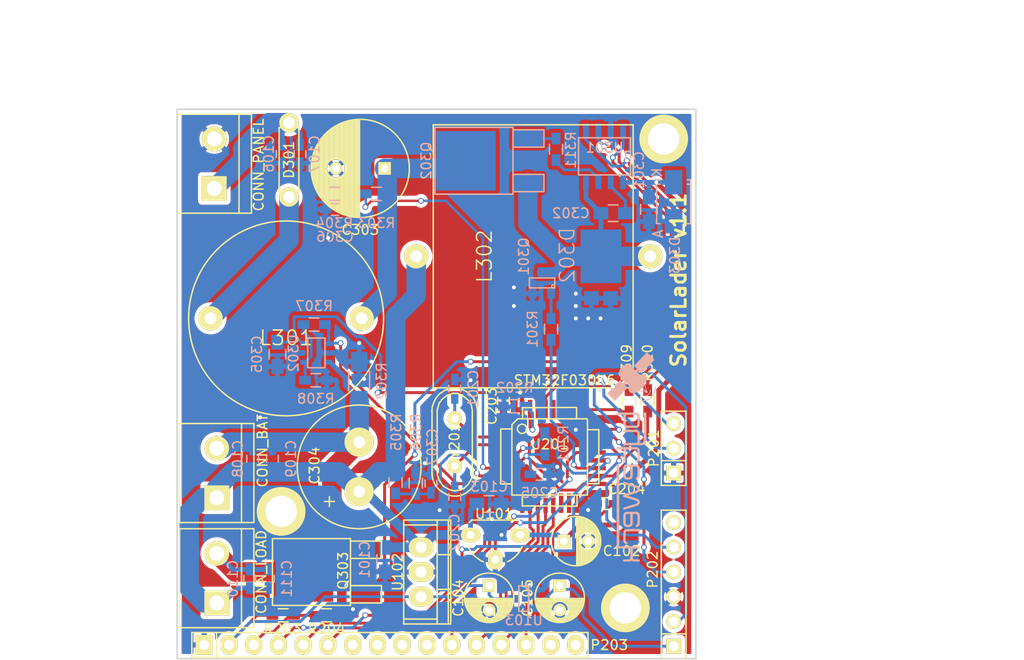
<source format=kicad_pcb>
(kicad_pcb (version 4) (host pcbnew 4.0.2-stable)

  (general
    (links 132)
    (no_connects 0)
    (area 17.450999 15.926999 70.814001 72.465001)
    (thickness 0.8)
    (drawings 9)
    (tracks 538)
    (zones 0)
    (modules 63)
    (nets 55)
  )

  (page A4)
  (layers
    (0 F.Cu signal)
    (31 B.Cu signal)
    (32 B.Adhes user)
    (33 F.Adhes user)
    (34 B.Paste user)
    (35 F.Paste user)
    (36 B.SilkS user)
    (37 F.SilkS user)
    (38 B.Mask user)
    (39 F.Mask user)
    (40 Dwgs.User user)
    (41 Cmts.User user)
    (42 Eco1.User user)
    (43 Eco2.User user)
    (44 Edge.Cuts user)
    (45 Margin user)
    (46 B.CrtYd user)
    (47 F.CrtYd user)
    (48 B.Fab user)
    (49 F.Fab user)
  )

  (setup
    (last_trace_width 0.3)
    (user_trace_width 0.5)
    (user_trace_width 1)
    (trace_clearance 0.2)
    (zone_clearance 0.4)
    (zone_45_only no)
    (trace_min 0.25)
    (segment_width 0.2)
    (edge_width 0.15)
    (via_size 0.6)
    (via_drill 0.4)
    (via_min_size 0.4)
    (via_min_drill 0.3)
    (uvia_size 0.3)
    (uvia_drill 0.1)
    (uvias_allowed no)
    (uvia_min_size 0.2)
    (uvia_min_drill 0.1)
    (pcb_text_width 0.3)
    (pcb_text_size 1.5 1.5)
    (mod_edge_width 0.15)
    (mod_text_size 1 1)
    (mod_text_width 0.15)
    (pad_size 5 5)
    (pad_drill 3.2)
    (pad_to_mask_clearance 0.1)
    (aux_axis_origin 0 0)
    (visible_elements FFFFFF7F)
    (pcbplotparams
      (layerselection 0x010f0_80000001)
      (usegerberextensions false)
      (excludeedgelayer true)
      (linewidth 0.100000)
      (plotframeref false)
      (viasonmask false)
      (mode 1)
      (useauxorigin false)
      (hpglpennumber 1)
      (hpglpenspeed 20)
      (hpglpendiameter 15)
      (hpglpenoverlay 2)
      (psnegative false)
      (psa4output false)
      (plotreference true)
      (plotvalue true)
      (plotinvisibletext false)
      (padsonsilk false)
      (subtractmaskfromsilk false)
      (outputformat 1)
      (mirror false)
      (drillshape 0)
      (scaleselection 1)
      (outputdirectory fab/))
  )

  (net 0 "")
  (net 1 +BATT)
  (net 2 GND)
  (net 3 +12V)
  (net 4 +5V)
  (net 5 +3V3)
  (net 6 "Net-(C201-Pad1)")
  (net 7 "Net-(C202-Pad1)")
  (net 8 "Net-(C302-Pad1)")
  (net 9 "Net-(C302-Pad2)")
  (net 10 "/Power Converter/VInDirect")
  (net 11 "/Power Converter/Bat-")
  (net 12 "Net-(D301-Pad1)")
  (net 13 "/Power Converter/Vpanel")
  (net 14 "/Power Converter/Load-")
  (net 15 /Mikrocontroller/UART_TX)
  (net 16 /Mikrocontroller/UART_RX)
  (net 17 /Mikrocontroller/SWCLK)
  (net 18 /Mikrocontroller/SWDIO)
  (net 19 /Mikrocontroller/RST_N)
  (net 20 "Net-(P202-Pad6)")
  (net 21 /Mikrocontroller/DISP_CONTRAST)
  (net 22 /Mikrocontroller/DISP_RS)
  (net 23 /Mikrocontroller/DISP_RW)
  (net 24 /Mikrocontroller/DISP_E)
  (net 25 "Net-(P203-Pad7)")
  (net 26 "Net-(P203-Pad8)")
  (net 27 "Net-(P203-Pad9)")
  (net 28 "Net-(P203-Pad10)")
  (net 29 /Mikrocontroller/DISP_D0)
  (net 30 /Mikrocontroller/DISP_D1)
  (net 31 /Mikrocontroller/DISP_D2)
  (net 32 /Mikrocontroller/DISP_D3)
  (net 33 "Net-(P203-Pad15)")
  (net 34 "Net-(P203-Pad16)")
  (net 35 "Net-(Q301-Pad1)")
  (net 36 "Net-(Q302-Pad1)")
  (net 37 "/Power Converter/LoadDrive")
  (net 38 "Net-(R202-Pad1)")
  (net 39 /Mikrocontroller/BootstrapPulse)
  (net 40 /Mikrocontroller/VInSense)
  (net 41 /Mikrocontroller/VOutSense)
  (net 42 /Mikrocontroller/CurrentSense)
  (net 43 "Net-(R307-Pad2)")
  (net 44 /Mikrocontroller/SW_on)
  (net 45 "Net-(U201-Pad28)")
  (net 46 "Net-(U201-Pad27)")
  (net 47 "Net-(U201-Pad26)")
  (net 48 /Mikrocontroller/LOAD_on)
  (net 49 "Net-(U201-Pad9)")
  (net 50 "Net-(U201-Pad14)")
  (net 51 "Net-(U201-Pad15)")
  (net 52 "Net-(R309-Pad1)")
  (net 53 "Net-(R310-Pad1)")
  (net 54 "Net-(R311-Pad2)")

  (net_class Default "This is the default net class."
    (clearance 0.2)
    (trace_width 0.3)
    (via_dia 0.6)
    (via_drill 0.4)
    (uvia_dia 0.3)
    (uvia_drill 0.1)
    (add_net +12V)
    (add_net +3V3)
    (add_net +5V)
    (add_net /Mikrocontroller/BootstrapPulse)
    (add_net /Mikrocontroller/CurrentSense)
    (add_net /Mikrocontroller/DISP_CONTRAST)
    (add_net /Mikrocontroller/DISP_D0)
    (add_net /Mikrocontroller/DISP_D1)
    (add_net /Mikrocontroller/DISP_D2)
    (add_net /Mikrocontroller/DISP_D3)
    (add_net /Mikrocontroller/DISP_E)
    (add_net /Mikrocontroller/DISP_RS)
    (add_net /Mikrocontroller/DISP_RW)
    (add_net /Mikrocontroller/LOAD_on)
    (add_net /Mikrocontroller/RST_N)
    (add_net /Mikrocontroller/SWCLK)
    (add_net /Mikrocontroller/SWDIO)
    (add_net /Mikrocontroller/SW_on)
    (add_net /Mikrocontroller/UART_RX)
    (add_net /Mikrocontroller/UART_TX)
    (add_net /Mikrocontroller/VInSense)
    (add_net /Mikrocontroller/VOutSense)
    (add_net "/Power Converter/LoadDrive")
    (add_net GND)
    (add_net "Net-(C201-Pad1)")
    (add_net "Net-(C202-Pad1)")
    (add_net "Net-(C302-Pad1)")
    (add_net "Net-(P202-Pad6)")
    (add_net "Net-(P203-Pad10)")
    (add_net "Net-(P203-Pad15)")
    (add_net "Net-(P203-Pad16)")
    (add_net "Net-(P203-Pad7)")
    (add_net "Net-(P203-Pad8)")
    (add_net "Net-(P203-Pad9)")
    (add_net "Net-(Q301-Pad1)")
    (add_net "Net-(Q302-Pad1)")
    (add_net "Net-(R202-Pad1)")
    (add_net "Net-(R307-Pad2)")
    (add_net "Net-(R309-Pad1)")
    (add_net "Net-(R310-Pad1)")
    (add_net "Net-(R311-Pad2)")
    (add_net "Net-(U201-Pad14)")
    (add_net "Net-(U201-Pad15)")
    (add_net "Net-(U201-Pad26)")
    (add_net "Net-(U201-Pad27)")
    (add_net "Net-(U201-Pad28)")
    (add_net "Net-(U201-Pad9)")
  )

  (net_class Power ""
    (clearance 0.3)
    (trace_width 2)
    (via_dia 1)
    (via_drill 0.6)
    (uvia_dia 0.3)
    (uvia_drill 0.1)
    (add_net +BATT)
    (add_net "/Power Converter/Bat-")
    (add_net "/Power Converter/Load-")
    (add_net "/Power Converter/VInDirect")
    (add_net "/Power Converter/Vpanel")
    (add_net "Net-(C302-Pad2)")
    (add_net "Net-(D301-Pad1)")
  )

  (module Logos:bytewerk_5mm_with_text (layer B.Cu) (tedit 0) (tstamp 57793280)
    (at 64.135 51.689 270)
    (fp_text reference G*** (at 0 0 270) (layer B.SilkS) hide
      (effects (font (thickness 0.3)) (justify mirror))
    )
    (fp_text value LOGO (at 0.75 0 270) (layer B.SilkS) hide
      (effects (font (thickness 0.3)) (justify mirror))
    )
    (fp_poly (pts (xy -5.720959 -0.988465) (xy -5.713457 -1.002898) (xy -5.707282 -1.050629) (xy -5.710265 -1.128448)
      (xy -5.721212 -1.22547) (xy -5.738931 -1.330806) (xy -5.759432 -1.422736) (xy -5.783787 -1.500371)
      (xy -5.821342 -1.599286) (xy -5.865754 -1.703286) (xy -5.888259 -1.751535) (xy -6.007455 -1.951456)
      (xy -6.157412 -2.123963) (xy -6.334585 -2.266323) (xy -6.535427 -2.375802) (xy -6.756391 -2.449664)
      (xy -6.808718 -2.461135) (xy -6.922519 -2.480031) (xy -7.028213 -2.490814) (xy -7.118365 -2.493429)
      (xy -7.185538 -2.487819) (xy -7.222297 -2.473929) (xy -7.226955 -2.464278) (xy -7.207983 -2.435497)
      (xy -7.150341 -2.41729) (xy -7.052941 -2.409356) (xy -7.026206 -2.408961) (xy -6.850537 -2.390623)
      (xy -6.666016 -2.340647) (xy -6.485364 -2.263734) (xy -6.3213 -2.164589) (xy -6.279048 -2.132676)
      (xy -6.174592 -2.033248) (xy -6.071824 -1.906445) (xy -5.981144 -1.76625) (xy -5.926328 -1.658487)
      (xy -5.887479 -1.556947) (xy -5.85099 -1.437472) (xy -5.820313 -1.314055) (xy -5.798901 -1.20069)
      (xy -5.790207 -1.11137) (xy -5.790165 -1.106705) (xy -5.782978 -1.045986) (xy -5.765346 -1.001029)
      (xy -5.742822 -0.97935) (xy -5.720959 -0.988465)) (layer B.SilkS) (width 0.01))
    (fp_poly (pts (xy -6.129663 2.108234) (xy -5.746098 1.722213) (xy -6.143141 1.335273) (xy -6.270156 1.211808)
      (xy -6.405872 1.080441) (xy -6.541586 0.949555) (xy -6.668598 0.827534) (xy -6.778208 0.722762)
      (xy -6.821238 0.681863) (xy -7.102294 0.415393) (xy -7.23387 0.5458) (xy -7.295314 0.604404)
      (xy -7.346853 0.64936) (xy -7.38037 0.673754) (xy -7.387004 0.676207) (xy -7.412885 0.662163)
      (xy -7.455847 0.626171) (xy -7.486604 0.596284) (xy -7.564646 0.516361) (xy -7.442735 0.381741)
      (xy -7.320825 0.247121) (xy -7.205213 0.275158) (xy -7.032045 0.302602) (xy -6.883163 0.296797)
      (xy -6.759954 0.260017) (xy -6.663808 0.194538) (xy -6.596113 0.102633) (xy -6.558258 -0.013424)
      (xy -6.551631 -0.151358) (xy -6.577622 -0.308895) (xy -6.637618 -0.483759) (xy -6.682661 -0.580673)
      (xy -6.746428 -0.70702) (xy -6.708382 -1.050848) (xy -6.694652 -1.165764) (xy -6.680939 -1.264373)
      (xy -6.668365 -1.339711) (xy -6.658058 -1.384817) (xy -6.652805 -1.394675) (xy -6.617536 -1.412094)
      (xy -6.581175 -1.453678) (xy -6.555751 -1.503417) (xy -6.550749 -1.53052) (xy -6.567103 -1.594829)
      (xy -6.609108 -1.634074) (xy -6.66618 -1.644942) (xy -6.727735 -1.624119) (xy -6.761162 -1.596383)
      (xy -6.789485 -1.573472) (xy -6.833292 -1.551598) (xy -6.898933 -1.528561) (xy -6.992761 -1.502162)
      (xy -7.121125 -1.470202) (xy -7.135636 -1.466727) (xy -7.461382 -1.38894) (xy -7.62416 -1.464888)
      (xy -7.79942 -1.532866) (xy -7.96057 -1.568247) (xy -8.104799 -1.572072) (xy -8.229294 -1.545385)
      (xy -8.331243 -1.489229) (xy -8.407834 -1.404645) (xy -8.431374 -1.350212) (xy -7.350165 -1.350212)
      (xy -7.30392 -1.364033) (xy -7.231789 -1.383606) (xy -7.144236 -1.406316) (xy -7.051726 -1.429552)
      (xy -6.964722 -1.450699) (xy -6.893688 -1.467146) (xy -6.84909 -1.476277) (xy -6.841306 -1.477283)
      (xy -6.810076 -1.466837) (xy -6.804326 -1.453317) (xy -6.818357 -1.428814) (xy -6.855121 -1.383841)
      (xy -6.906623 -1.326703) (xy -6.964872 -1.265702) (xy -7.021872 -1.209145) (xy -7.069631 -1.165336)
      (xy -7.100154 -1.142579) (xy -7.104854 -1.141098) (xy -7.132704 -1.152903) (xy -7.177517 -1.183298)
      (xy -7.230455 -1.224749) (xy -7.282683 -1.269724) (xy -7.325363 -1.310691) (xy -7.349661 -1.340117)
      (xy -7.350165 -1.350212) (xy -8.431374 -1.350212) (xy -8.456256 -1.292678) (xy -8.473695 -1.15437)
      (xy -8.47371 -1.149843) (xy -8.469683 -1.080971) (xy -7.064165 -1.080971) (xy -6.90836 -1.237823)
      (xy -6.842432 -1.302674) (xy -6.786907 -1.354464) (xy -6.748734 -1.386878) (xy -6.735775 -1.394675)
      (xy -6.726507 -1.377338) (xy -6.729045 -1.347129) (xy -6.735354 -1.307146) (xy -6.744588 -1.23605)
      (xy -6.755385 -1.144773) (xy -6.763955 -1.067138) (xy -6.775103 -0.972116) (xy -6.78622 -0.893137)
      (xy -6.795895 -0.839377) (xy -6.801854 -0.820448) (xy -6.820754 -0.828549) (xy -6.860262 -0.86228)
      (xy -6.913318 -0.915324) (xy -6.939528 -0.943588) (xy -7.064165 -1.080971) (xy -8.469683 -1.080971)
      (xy -8.468623 -1.062848) (xy -8.45555 -0.978522) (xy -8.44394 -0.935244) (xy -8.414169 -0.850866)
      (xy -8.560003 -0.70615) (xy -8.705836 -0.561435) (xy -8.801265 -0.655091) (xy -8.896694 -0.748748)
      (xy -8.759162 -0.887342) (xy -8.699003 -0.949381) (xy -8.652202 -1.00034) (xy -8.625427 -1.032822)
      (xy -8.621631 -1.039903) (xy -8.636321 -1.057449) (xy -8.677885 -1.100477) (xy -8.742558 -1.165357)
      (xy -8.826578 -1.248457) (xy -8.92618 -1.346147) (xy -9.037602 -1.454795) (xy -9.157081 -1.570772)
      (xy -9.280852 -1.690445) (xy -9.405153 -1.810185) (xy -9.52622 -1.926359) (xy -9.64029 -2.035339)
      (xy -9.7436 -2.133491) (xy -9.832387 -2.217187) (xy -9.902886 -2.282794) (xy -9.951335 -2.326681)
      (xy -9.973971 -2.345219) (xy -9.974942 -2.34559) (xy -9.993449 -2.330997) (xy -10.037068 -2.289931)
      (xy -10.101699 -2.226459) (xy -10.18324 -2.144651) (xy -10.277591 -2.048574) (xy -10.363629 -1.959941)
      (xy -10.736091 -1.574292) (xy -10.451932 -1.299584) (xy -10.351562 -1.202637) (xy -10.229697 -1.085064)
      (xy -10.095316 -0.95552) (xy -9.957399 -0.822659) (xy -9.824927 -0.695138) (xy -9.773994 -0.64614)
      (xy -9.380216 -0.267406) (xy -9.23353 -0.412969) (xy -9.086843 -0.558531) (xy -8.991633 -0.465089)
      (xy -8.896422 -0.371648) (xy -9.170403 -0.094956) (xy -9.290877 0.029311) (xy -9.382172 0.131464)
      (xy -9.446843 0.217307) (xy -9.487439 0.292643) (xy -9.506514 0.363278) (xy -9.506619 0.435012)
      (xy -9.490307 0.513652) (xy -9.46824 0.582349) (xy -9.397971 0.734818) (xy -9.300278 0.878812)
      (xy -9.181089 1.010071) (xy -9.046335 1.124335) (xy -8.901947 1.217342) (xy -8.753856 1.284832)
      (xy -8.607991 1.322545) (xy -8.470283 1.326221) (xy -8.439247 1.321591) (xy -8.406166 1.311431)
      (xy -8.367945 1.290413) (xy -8.319872 1.254674) (xy -8.257236 1.200353) (xy -8.175323 1.123588)
      (xy -8.069423 1.020515) (xy -8.056944 1.00823) (xy -7.754009 0.709758) (xy -7.665256 0.798511)
      (xy -7.576502 0.887264) (xy -7.871464 1.187188) (xy -7.491098 1.556177) (xy -7.363764 1.679461)
      (xy -7.225397 1.813014) (xy -7.085625 1.947571) (xy -6.954073 2.07387) (xy -6.840368 2.182646)
      (xy -6.81198 2.20971) (xy -6.513229 2.494254) (xy -6.129663 2.108234)) (layer B.SilkS) (width 0.01))
    (fp_poly (pts (xy -6.234171 -1.290007) (xy -6.227941 -1.330175) (xy -6.229343 -1.362978) (xy -6.258167 -1.516307)
      (xy -6.318565 -1.656616) (xy -6.405633 -1.776001) (xy -6.514472 -1.866559) (xy -6.555881 -1.889532)
      (xy -6.640317 -1.924036) (xy -6.727216 -1.948404) (xy -6.806243 -1.960987) (xy -6.867066 -1.960135)
      (xy -6.899268 -1.944335) (xy -6.90009 -1.913803) (xy -6.864809 -1.891705) (xy -6.799258 -1.881233)
      (xy -6.783195 -1.880816) (xy -6.661435 -1.859799) (xy -6.548507 -1.802301) (xy -6.449956 -1.713975)
      (xy -6.371329 -1.600474) (xy -6.318169 -1.46745) (xy -6.302132 -1.390381) (xy -6.286778 -1.317171)
      (xy -6.266655 -1.282483) (xy -6.254617 -1.278452) (xy -6.234171 -1.290007)) (layer B.SilkS) (width 0.01))
    (fp_poly (pts (xy -2.556905 0.171393) (xy -2.556771 -0.015945) (xy -2.556196 -0.165664) (xy -2.554922 -0.282407)
      (xy -2.55269 -0.370819) (xy -2.54924 -0.435543) (xy -2.544313 -0.481222) (xy -2.537652 -0.512501)
      (xy -2.528996 -0.534022) (xy -2.518086 -0.550429) (xy -2.516545 -0.552359) (xy -2.502302 -0.568603)
      (xy -2.485576 -0.580959) (xy -2.460718 -0.590054) (xy -2.42208 -0.596515) (xy -2.364013 -0.60097)
      (xy -2.280869 -0.604047) (xy -2.166999 -0.606371) (xy -2.016756 -0.608572) (xy -2.009572 -0.608671)
      (xy -1.542959 -0.615096) (xy -1.436938 -0.509075) (xy -1.436938 0.845258) (xy -1.204492 0.845258)
      (xy -1.204956 -0.174334) (xy -1.205157 -0.409847) (xy -1.205615 -0.606904) (xy -1.206467 -0.769313)
      (xy -1.207847 -0.900882) (xy -1.209891 -1.005416) (xy -1.212734 -1.086724) (xy -1.216511 -1.148613)
      (xy -1.221358 -1.19489) (xy -1.22741 -1.229362) (xy -1.234801 -1.255837) (xy -1.243668 -1.278122)
      (xy -1.244212 -1.279326) (xy -1.310756 -1.380363) (xy -1.403459 -1.458371) (xy -1.495706 -1.499402)
      (xy -1.528584 -1.502861) (xy -1.598697 -1.506068) (xy -1.701939 -1.509013) (xy -1.834201 -1.511686)
      (xy -1.991379 -1.514075) (xy -2.169366 -1.51617) (xy -2.364054 -1.51796) (xy -2.571337 -1.519434)
      (xy -2.787109 -1.520583) (xy -3.007263 -1.521394) (xy -3.227693 -1.521858) (xy -3.444291 -1.521963)
      (xy -3.652951 -1.521699) (xy -3.849568 -1.521055) (xy -4.030033 -1.52002) (xy -4.19024 -1.518584)
      (xy -4.326084 -1.516736) (xy -4.433456 -1.514466) (xy -4.508252 -1.511761) (xy -4.546363 -1.508613)
      (xy -4.550305 -1.507376) (xy -4.558219 -1.479864) (xy -4.56333 -1.424474) (xy -4.564393 -1.380587)
      (xy -4.564393 -1.267886) (xy -1.528831 -1.267886) (xy -1.482885 -1.218979) (xy -1.459066 -1.187469)
      (xy -1.4451 -1.148174) (xy -1.438535 -1.089542) (xy -1.436919 -1.002381) (xy -1.436901 -0.834692)
      (xy -1.966852 -0.841018) (xy -2.496804 -0.847343) (xy -2.588206 -0.793778) (xy -2.665206 -0.733752)
      (xy -2.724406 -0.649524) (xy -2.734479 -0.6301) (xy -2.789351 -0.519988) (xy -2.789351 0.845258)
      (xy -2.556905 0.845258) (xy -2.556905 0.171393)) (layer B.SilkS) (width 0.01))
    (fp_poly (pts (xy -4.331985 0.834693) (xy -3.808962 0.841158) (xy -3.646804 0.843054) (xy -3.521093 0.843959)
      (xy -3.426016 0.843462) (xy -3.35576 0.84115) (xy -3.304514 0.836612) (xy -3.266466 0.829434)
      (xy -3.235802 0.819205) (xy -3.206711 0.805513) (xy -3.191145 0.797348) (xy -3.12084 0.749839)
      (xy -3.066875 0.685342) (xy -3.036981 0.633426) (xy -2.97761 0.519778) (xy -2.983855 -0.032269)
      (xy -2.9901 -0.584317) (xy -3.048235 -0.672107) (xy -3.083875 -0.722442) (xy -3.120037 -0.761982)
      (xy -3.162164 -0.792019) (xy -3.2157 -0.813846) (xy -3.286086 -0.828759) (xy -3.378767 -0.838049)
      (xy -3.499183 -0.843012) (xy -3.65278 -0.84494) (xy -3.776404 -0.845178) (xy -3.937302 -0.844878)
      (xy -4.061593 -0.843774) (xy -4.154933 -0.841474) (xy -4.222974 -0.837585) (xy -4.271373 -0.831717)
      (xy -4.305783 -0.823477) (xy -4.331859 -0.812474) (xy -4.343413 -0.805891) (xy -4.417073 -0.748198)
      (xy -4.482957 -0.674538) (xy -4.528568 -0.599793) (xy -4.537984 -0.574203) (xy -4.541167 -0.542154)
      (xy -4.544136 -0.472234) (xy -4.546826 -0.368836) (xy -4.549173 -0.236352) (xy -4.551112 -0.079173)
      (xy -4.551141 -0.075617) (xy -4.331963 -0.075617) (xy -4.330659 -0.204242) (xy -4.327783 -0.320785)
      (xy -4.323313 -0.417484) (xy -4.317227 -0.486579) (xy -4.311123 -0.516912) (xy -4.278478 -0.565282)
      (xy -4.242445 -0.590908) (xy -4.207358 -0.596799) (xy -4.137184 -0.602093) (xy -4.039102 -0.606485)
      (xy -3.920286 -0.609669) (xy -3.787914 -0.611341) (xy -3.758964 -0.611472) (xy -3.61185 -0.611689)
      (xy -3.500897 -0.610959) (xy -3.420006 -0.608757) (xy -3.363076 -0.604553) (xy -3.324009 -0.597822)
      (xy -3.296705 -0.588037) (xy -3.275064 -0.574669) (xy -3.267658 -0.569015) (xy -3.21198 -0.525218)
      (xy -3.21198 -0.001741) (xy -3.212117 0.160563) (xy -3.212807 0.285896) (xy -3.214467 0.379549)
      (xy -3.217513 0.446813) (xy -3.222363 0.492981) (xy -3.229433 0.523343) (xy -3.239142 0.543191)
      (xy -3.251905 0.557816) (xy -3.256409 0.561992) (xy -3.274972 0.575711) (xy -3.300246 0.586119)
      (xy -3.338154 0.593796) (xy -3.394617 0.59932) (xy -3.475559 0.603269) (xy -3.5869 0.606222)
      (xy -3.734564 0.608759) (xy -3.73507 0.608766) (xy -3.900166 0.610487) (xy -4.028294 0.609514)
      (xy -4.124706 0.60499) (xy -4.194658 0.596057) (xy -4.243403 0.581859) (xy -4.276195 0.561538)
      (xy -4.298288 0.534238) (xy -4.308074 0.515298) (xy -4.315716 0.477142) (xy -4.321925 0.404507)
      (xy -4.326677 0.305153) (xy -4.329949 0.186841) (xy -4.331719 0.057331) (xy -4.331963 -0.075617)
      (xy -4.551141 -0.075617) (xy -4.552577 0.098308) (xy -4.553504 0.291699) (xy -4.553827 0.496589)
      (xy -4.553827 1.510899) (xy -4.331947 1.523673) (xy -4.331985 0.834693)) (layer B.SilkS) (width 0.01))
    (fp_poly (pts (xy -0.792429 1.510899) (xy -0.786662 1.172796) (xy -0.780894 0.834693) (xy -0.105173 0.840818)
      (xy 0.570549 0.846942) (xy 0.570549 0.612812) (xy -0.049979 0.612812) (xy -0.228564 0.612694)
      (xy -0.369808 0.612128) (xy -0.478634 0.610794) (xy -0.559963 0.608373) (xy -0.618718 0.604548)
      (xy -0.65982 0.598999) (xy -0.688192 0.591408) (xy -0.708755 0.581455) (xy -0.726185 0.569016)
      (xy -0.781863 0.525219) (xy -0.781863 -0.525218) (xy -0.726185 -0.569015) (xy -0.704839 -0.583884)
      (xy -0.6798 -0.594954) (xy -0.64491 -0.602781) (xy -0.59401 -0.607923) (xy -0.52094 -0.610935)
      (xy -0.419542 -0.612375) (xy -0.283657 -0.612799) (xy -0.241537 -0.612812) (xy -0.10623 -0.61178)
      (xy 0.016959 -0.608899) (xy 0.120732 -0.604489) (xy 0.197789 -0.598873) (xy 0.240833 -0.592369)
      (xy 0.243549 -0.591476) (xy 0.293718 -0.554596) (xy 0.323517 -0.50695) (xy 0.340655 -0.470206)
      (xy 0.364679 -0.451408) (xy 0.408529 -0.444593) (xy 0.460638 -0.44376) (xy 0.573907 -0.44376)
      (xy 0.559591 -0.512437) (xy 0.520985 -0.620522) (xy 0.45709 -0.717641) (xy 0.377756 -0.789437)
      (xy 0.363713 -0.797939) (xy 0.335325 -0.812873) (xy 0.306217 -0.824286) (xy 0.270511 -0.83265)
      (xy 0.222332 -0.838436) (xy 0.155804 -0.842118) (xy 0.065051 -0.844167) (xy -0.055802 -0.845056)
      (xy -0.212631 -0.845257) (xy -0.225087 -0.845257) (xy -0.386867 -0.844965) (xy -0.512131 -0.84383)
      (xy -0.606627 -0.841462) (xy -0.676099 -0.837472) (xy -0.726292 -0.831472) (xy -0.762953 -0.823071)
      (xy -0.791827 -0.811881) (xy -0.803325 -0.806091) (xy -0.860404 -0.764467) (xy -0.919024 -0.704846)
      (xy -0.940349 -0.677503) (xy -1.003744 -0.588081) (xy -1.009599 0.467816) (xy -1.015453 1.523713)
      (xy -0.792429 1.510899)) (layer B.SilkS) (width 0.01))
    (fp_poly (pts (xy 1.835324 0.841712) (xy 1.943622 0.83822) (xy 2.026347 0.830466) (xy 2.089059 0.817304)
      (xy 2.13732 0.797589) (xy 2.17669 0.770172) (xy 2.21273 0.733909) (xy 2.248997 0.690158)
      (xy 2.278521 0.650774) (xy 2.297814 0.614236) (xy 2.309473 0.569792) (xy 2.316093 0.50669)
      (xy 2.32027 0.414177) (xy 2.32102 0.391807) (xy 2.323158 0.286628) (xy 2.320548 0.21245)
      (xy 2.311901 0.158152) (xy 2.295924 0.112614) (xy 2.286289 0.092581) (xy 2.252327 0.031284)
      (xy 2.216505 -0.017463) (xy 2.173728 -0.055081) (xy 2.118903 -0.082993) (xy 2.046935 -0.102624)
      (xy 1.95273 -0.115395) (xy 1.831194 -0.12273) (xy 1.677233 -0.126053) (xy 1.501012 -0.126788)
      (xy 0.993178 -0.126788) (xy 0.993502 -0.322254) (xy 0.994735 -0.423525) (xy 0.999765 -0.49147)
      (xy 1.01119 -0.535007) (xy 1.031607 -0.563057) (xy 1.063612 -0.584539) (xy 1.071032 -0.588517)
      (xy 1.109025 -0.597195) (xy 1.181098 -0.604027) (xy 1.279108 -0.609008) (xy 1.39491 -0.612135)
      (xy 1.520363 -0.613405) (xy 1.647322 -0.612813) (xy 1.767645 -0.610356) (xy 1.873189 -0.606031)
      (xy 1.95581 -0.599834) (xy 2.007365 -0.591761) (xy 2.015631 -0.588939) (xy 2.06204 -0.552021)
      (xy 2.093149 -0.504413) (xy 2.112711 -0.467637) (xy 2.14063 -0.449737) (xy 2.190925 -0.44408)
      (xy 2.221366 -0.44376) (xy 2.283092 -0.445548) (xy 2.313529 -0.454699) (xy 2.323619 -0.476891)
      (xy 2.324459 -0.497267) (xy 2.305501 -0.592036) (xy 2.254535 -0.685485) (xy 2.180428 -0.765547)
      (xy 2.092046 -0.82015) (xy 2.085355 -0.822782) (xy 2.043965 -0.83018) (xy 1.965165 -0.836321)
      (xy 1.853795 -0.841005) (xy 1.714697 -0.844036) (xy 1.552709 -0.845216) (xy 1.535937 -0.845225)
      (xy 1.375314 -0.844853) (xy 1.25116 -0.84351) (xy 1.157686 -0.840813) (xy 1.089104 -0.836383)
      (xy 1.039623 -0.829838) (xy 1.003455 -0.820798) (xy 0.97481 -0.808883) (xy 0.973549 -0.808245)
      (xy 0.914932 -0.768048) (xy 0.854543 -0.711404) (xy 0.836195 -0.690135) (xy 0.771298 -0.608973)
      (xy 0.765065 -0.030799) (xy 0.763365 0.14159) (xy 0.762618 0.277108) (xy 0.762953 0.34599)
      (xy 0.993142 0.34599) (xy 0.993178 0.324263) (xy 0.993178 0.126789) (xy 1.507624 0.126789)
      (xy 1.66848 0.126943) (xy 1.792408 0.127684) (xy 1.884744 0.129432) (xy 1.950822 0.132603)
      (xy 1.995977 0.137618) (xy 2.025544 0.144895) (xy 2.044858 0.154852) (xy 2.059255 0.167909)
      (xy 2.061399 0.170248) (xy 2.090422 0.22589) (xy 2.106847 0.316802) (xy 2.109159 0.346104)
      (xy 2.111907 0.422902) (xy 2.105686 0.473024) (xy 2.086984 0.511701) (xy 2.064368 0.540373)
      (xy 2.011147 0.602247) (xy 1.546644 0.602247) (xy 1.379525 0.602267) (xy 1.249905 0.600737)
      (xy 1.15303 0.595268) (xy 1.084145 0.583471) (xy 1.038495 0.562959) (xy 1.011324 0.531343)
      (xy 0.997879 0.486235) (xy 0.993403 0.425247) (xy 0.993142 0.34599) (xy 0.762953 0.34599)
      (xy 0.763124 0.381142) (xy 0.76518 0.459081) (xy 0.769087 0.516311) (xy 0.775144 0.558219)
      (xy 0.783649 0.590194) (xy 0.794903 0.617621) (xy 0.80185 0.631699) (xy 0.847828 0.699898)
      (xy 0.907903 0.76329) (xy 0.922609 0.775357) (xy 1.000351 0.834693) (xy 1.519768 0.840497)
      (xy 1.695893 0.842089) (xy 1.835324 0.841712)) (layer B.SilkS) (width 0.01))
    (fp_poly (pts (xy 2.714081 0.843731) (xy 2.757123 0.839783) (xy 2.76822 0.835797) (xy 2.774185 0.808594)
      (xy 2.790891 0.746944) (xy 2.816553 0.656766) (xy 2.849388 0.543979) (xy 2.88761 0.4145)
      (xy 2.929437 0.274247) (xy 2.973084 0.129139) (xy 3.016766 -0.014907) (xy 3.0587 -0.151971)
      (xy 3.097101 -0.276137) (xy 3.130185 -0.381485) (xy 3.156168 -0.462098) (xy 3.173265 -0.512057)
      (xy 3.178302 -0.524455) (xy 3.22768 -0.579802) (xy 3.295397 -0.605953) (xy 3.36686 -0.598118)
      (xy 3.38178 -0.59128) (xy 3.402174 -0.577169) (xy 3.421855 -0.554941) (xy 3.44225 -0.520676)
      (xy 3.464786 -0.470451) (xy 3.490889 -0.400345) (xy 3.521987 -0.306437) (xy 3.559507 -0.184804)
      (xy 3.604874 -0.031526) (xy 3.659517 0.157319) (xy 3.679481 0.2269) (xy 3.856489 0.844732)
      (xy 4.097711 0.845258) (xy 4.143015 0.693137) (xy 4.161583 0.630371) (xy 4.189758 0.534596)
      (xy 4.225321 0.413376) (xy 4.266054 0.274277) (xy 4.30974 0.124865) (xy 4.3426 0.012327)
      (xy 4.39153 -0.15373) (xy 4.431134 -0.283803) (xy 4.463162 -0.382693) (xy 4.489366 -0.455202)
      (xy 4.511495 -0.50613) (xy 4.5313 -0.540278) (xy 4.550532 -0.562449) (xy 4.552947 -0.564586)
      (xy 4.618198 -0.605125) (xy 4.678391 -0.605524) (xy 4.741607 -0.565813) (xy 4.742223 -0.565266)
      (xy 4.755252 -0.553156) (xy 4.7672 -0.539314) (xy 4.779263 -0.520157) (xy 4.792633 -0.492104)
      (xy 4.808505 -0.451575) (xy 4.828073 -0.394988) (xy 4.852532 -0.318762) (xy 4.883075 -0.219316)
      (xy 4.920897 -0.093069) (xy 4.967192 0.063561) (xy 5.023154 0.254155) (xy 5.078694 0.443761)
      (xy 5.19317 0.834693) (xy 5.314672 0.84111) (xy 5.384873 0.842576) (xy 5.419899 0.836624)
      (xy 5.426385 0.82199) (xy 5.425711 0.819979) (xy 5.417445 0.793701) (xy 5.398813 0.731828)
      (xy 5.371286 0.639331) (xy 5.336337 0.521187) (xy 5.295439 0.382368) (xy 5.250064 0.22785)
      (xy 5.21819 0.119033) (xy 5.155089 -0.094137) (xy 5.100997 -0.270346) (xy 5.054219 -0.413519)
      (xy 5.013059 -0.527581) (xy 4.97582 -0.616456) (xy 4.940807 -0.684068) (xy 4.906324 -0.734341)
      (xy 4.870675 -0.771199) (xy 4.832165 -0.798568) (xy 4.8183 -0.806313) (xy 4.708891 -0.842268)
      (xy 4.593329 -0.842818) (xy 4.484748 -0.808767) (xy 4.443014 -0.783353) (xy 4.402597 -0.749942)
      (xy 4.366365 -0.709112) (xy 4.33225 -0.656081) (xy 4.298186 -0.586071) (xy 4.262103 -0.494301)
      (xy 4.221934 -0.375993) (xy 4.175611 -0.226365) (xy 4.121067 -0.040639) (xy 4.119799 -0.03625)
      (xy 4.081245 0.094527) (xy 4.045863 0.209422) (xy 4.01546 0.302978) (xy 3.991841 0.369738)
      (xy 3.976815 0.404246) (xy 3.972874 0.40751) (xy 3.963049 0.383034) (xy 3.943637 0.324201)
      (xy 3.91659 0.23731) (xy 3.883858 0.128661) (xy 3.847392 0.004555) (xy 3.837414 -0.029904)
      (xy 3.798075 -0.164611) (xy 3.759853 -0.292652) (xy 3.725265 -0.405801) (xy 3.696831 -0.49583)
      (xy 3.677071 -0.554514) (xy 3.675242 -0.55949) (xy 3.62739 -0.654845) (xy 3.562698 -0.740217)
      (xy 3.491298 -0.80366) (xy 3.448811 -0.826476) (xy 3.365517 -0.843566) (xy 3.269155 -0.842457)
      (xy 3.179736 -0.824519) (xy 3.135665 -0.805007) (xy 3.049746 -0.730656) (xy 2.976213 -0.622914)
      (xy 2.947437 -0.562286) (xy 2.935448 -0.527698) (xy 2.913512 -0.458709) (xy 2.883472 -0.361503)
      (xy 2.847168 -0.242265) (xy 2.806442 -0.107179) (xy 2.763133 0.03757) (xy 2.719084 0.185798)
      (xy 2.676134 0.33132) (xy 2.636126 0.467951) (xy 2.600899 0.589507) (xy 2.572295 0.689802)
      (xy 2.552155 0.762654) (xy 2.54576 0.787147) (xy 2.531192 0.845258) (xy 2.649706 0.845258)
      (xy 2.714081 0.843731)) (layer B.SilkS) (width 0.01))
    (fp_poly (pts (xy 6.564112 0.845016) (xy 6.686171 0.843981) (xy 6.778147 0.841689) (xy 6.84613 0.837678)
      (xy 6.896209 0.831485) (xy 6.934474 0.822645) (xy 6.967014 0.810696) (xy 6.988136 0.800966)
      (xy 7.083356 0.733156) (xy 7.15055 0.635019) (xy 7.190243 0.505604) (xy 7.200917 0.415113)
      (xy 7.197672 0.25239) (xy 7.164921 0.119207) (xy 7.102046 0.014259) (xy 7.00843 -0.063762)
      (xy 6.963686 -0.087068) (xy 6.932225 -0.099446) (xy 6.895401 -0.108926) (xy 6.8474 -0.115891)
      (xy 6.78241 -0.120723) (xy 6.694619 -0.123803) (xy 6.578213 -0.125513) (xy 6.427379 -0.126235)
      (xy 6.365849 -0.126324) (xy 5.853411 -0.126788) (xy 5.853411 -0.317932) (xy 5.854398 -0.410702)
      (xy 5.858865 -0.471822) (xy 5.869076 -0.511889) (xy 5.88729 -0.541498) (xy 5.905279 -0.560943)
      (xy 5.92368 -0.578373) (xy 5.943199 -0.591382) (xy 5.969877 -0.600617) (xy 6.009756 -0.606725)
      (xy 6.068878 -0.610352) (xy 6.153284 -0.612144) (xy 6.269015 -0.612749) (xy 6.389927 -0.612812)
      (xy 6.52618 -0.611788) (xy 6.650109 -0.608927) (xy 6.754492 -0.604545) (xy 6.832109 -0.598956)
      (xy 6.875737 -0.592475) (xy 6.878823 -0.591476) (xy 6.928992 -0.554596) (xy 6.958792 -0.50695)
      (xy 6.975929 -0.470206) (xy 6.999954 -0.451408) (xy 7.043803 -0.444593) (xy 7.095913 -0.44376)
      (xy 7.209182 -0.44376) (xy 7.194865 -0.512437) (xy 7.15626 -0.620522) (xy 7.092364 -0.717641)
      (xy 7.01303 -0.789437) (xy 6.998987 -0.797939) (xy 6.9706 -0.812873) (xy 6.941491 -0.824286)
      (xy 6.905785 -0.83265) (xy 6.857606 -0.838436) (xy 6.791078 -0.842118) (xy 6.700326 -0.844167)
      (xy 6.579472 -0.845056) (xy 6.422643 -0.845257) (xy 6.410188 -0.845257) (xy 6.248408 -0.844965)
      (xy 6.123143 -0.84383) (xy 6.028648 -0.841462) (xy 5.959176 -0.837472) (xy 5.908982 -0.831472)
      (xy 5.872321 -0.823071) (xy 5.843447 -0.811881) (xy 5.83195 -0.806091) (xy 5.774883 -0.764469)
      (xy 5.71627 -0.704841) (xy 5.694925 -0.677462) (xy 5.631531 -0.587999) (xy 5.631531 0.314631)
      (xy 5.853411 0.314631) (xy 5.853411 0.126789) (xy 6.885785 0.126789) (xy 6.929581 0.182468)
      (xy 6.959805 0.247033) (xy 6.974488 0.33346) (xy 6.97348 0.42556) (xy 6.956633 0.507145)
      (xy 6.932982 0.55236) (xy 6.919095 0.568395) (xy 6.903118 0.580564) (xy 6.879493 0.589398)
      (xy 6.842663 0.595433) (xy 6.787071 0.599202) (xy 6.707158 0.601238) (xy 6.597368 0.602074)
      (xy 6.452142 0.602245) (xy 6.413394 0.602247) (xy 6.25929 0.602153) (xy 6.14189 0.601515)
      (xy 6.055638 0.599801) (xy 5.994977 0.596475) (xy 5.954349 0.591005) (xy 5.928196 0.582857)
      (xy 5.910961 0.571498) (xy 5.897086 0.556394) (xy 5.893807 0.55236) (xy 5.873392 0.519188)
      (xy 5.861033 0.474566) (xy 5.854962 0.408101) (xy 5.853411 0.314631) (xy 5.631531 0.314631)
      (xy 5.631531 0.584237) (xy 5.689666 0.672067) (xy 5.725726 0.722893) (xy 5.762427 0.762707)
      (xy 5.805284 0.792845) (xy 5.859816 0.814641) (xy 5.931539 0.829428) (xy 6.025972 0.838542)
      (xy 6.148632 0.843315) (xy 6.305035 0.845084) (xy 6.405881 0.845258) (xy 6.564112 0.845016)) (layer B.SilkS) (width 0.01))
    (fp_poly (pts (xy 8.515242 0.841711) (xy 8.605944 0.839687) (xy 8.664926 0.836703) (xy 8.680194 0.8349)
      (xy 8.767532 0.799447) (xy 8.848291 0.733232) (xy 8.913031 0.647659) (xy 8.952309 0.554131)
      (xy 8.959734 0.497268) (xy 8.95625 0.465136) (xy 8.938479 0.449352) (xy 8.89544 0.444172)
      (xy 8.857469 0.443761) (xy 8.79293 0.446859) (xy 8.756662 0.459928) (xy 8.734894 0.488626)
      (xy 8.731642 0.495472) (xy 8.71198 0.533258) (xy 8.68817 0.562112) (xy 8.65473 0.583123)
      (xy 8.606177 0.597377) (xy 8.537027 0.605963) (xy 8.441799 0.609969) (xy 8.315007 0.610482)
      (xy 8.160781 0.608731) (xy 8.011319 0.606241) (xy 7.898271 0.603358) (xy 7.815786 0.599521)
      (xy 7.758015 0.59417) (xy 7.719109 0.586745) (xy 7.693218 0.576685) (xy 7.674493 0.56343)
      (xy 7.672883 0.561992) (xy 7.660667 0.549697) (xy 7.650924 0.534325) (xy 7.643373 0.511326)
      (xy 7.637735 0.476152) (xy 7.633732 0.424253) (xy 7.631084 0.351081) (xy 7.629511 0.252087)
      (xy 7.628735 0.122723) (xy 7.628476 -0.041562) (xy 7.628453 -0.161761) (xy 7.628453 -0.845257)
      (xy 7.396007 -0.845257) (xy 7.396471 -0.153203) (xy 7.396877 0.053112) (xy 7.398314 0.221737)
      (xy 7.401569 0.357244) (xy 7.407428 0.464206) (xy 7.416675 0.547194) (xy 7.430097 0.610781)
      (xy 7.448479 0.659538) (xy 7.472608 0.69804) (xy 7.503269 0.730856) (xy 7.541247 0.76256)
      (xy 7.555773 0.773751) (xy 7.635614 0.834693) (xy 8.12334 0.841225) (xy 8.266888 0.84256)
      (xy 8.399873 0.842695) (xy 8.515242 0.841711)) (layer B.SilkS) (width 0.01))
    (fp_poly (pts (xy 9.382343 0.818844) (xy 9.382322 0.116223) (xy 9.873649 0.1218) (xy 10.016213 0.123857)
      (xy 10.146807 0.12657) (xy 10.258758 0.129733) (xy 10.345395 0.133142) (xy 10.400046 0.136592)
      (xy 10.413913 0.138401) (xy 10.453777 0.157729) (xy 10.483457 0.198329) (xy 10.504085 0.264759)
      (xy 10.516788 0.361577) (xy 10.522697 0.49334) (xy 10.523461 0.580437) (xy 10.523461 0.86639)
      (xy 10.734775 0.86639) (xy 10.734775 0.524393) (xy 10.734215 0.392584) (xy 10.732005 0.29515)
      (xy 10.727354 0.224213) (xy 10.719467 0.171895) (xy 10.707554 0.130315) (xy 10.691336 0.092662)
      (xy 10.647897 0.002928) (xy 10.691336 -0.08222) (xy 10.707961 -0.11909) (xy 10.719764 -0.159241)
      (xy 10.727545 -0.210496) (xy 10.732106 -0.280681) (xy 10.734249 -0.377618) (xy 10.734775 -0.506312)
      (xy 10.734775 -0.845257) (xy 10.526506 -0.845257) (xy 10.519701 -0.530438) (xy 10.517785 -0.409009)
      (xy 10.514746 -0.314601) (xy 10.505825 -0.243836) (xy 10.486262 -0.193334) (xy 10.451298 -0.159717)
      (xy 10.396173 -0.139604) (xy 10.316128 -0.129616) (xy 10.206403 -0.126375) (xy 10.062238 -0.126501)
      (xy 9.951171 -0.126788) (xy 9.469956 -0.126788) (xy 9.426159 -0.182467) (xy 9.40878 -0.208139)
      (xy 9.396687 -0.238592) (xy 9.388941 -0.281545) (xy 9.3846 -0.344718) (xy 9.382723 -0.435828)
      (xy 9.382363 -0.541701) (xy 9.382363 -0.845257) (xy 9.171048 -0.845257) (xy 9.171048 1.267887)
      (xy 0.760732 1.267887) (xy 0.760732 1.521465) (xy 9.382363 1.521465) (xy 9.382343 0.818844)) (layer B.SilkS) (width 0.01))
  )

  (module Connect:1pin (layer F.Cu) (tedit 57D1BFB0) (tstamp 57D1B8BC)
    (at 28.194 57.277)
    (descr "module 1 pin (ou trou mecanique de percage)")
    (tags DEV)
    (fp_text reference 1pin (at 0 -3.048) (layer F.SilkS) hide
      (effects (font (size 1 1) (thickness 0.15)))
    )
    (fp_text value VAL** (at 0 2.794) (layer F.SilkS) hide
      (effects (font (size 1 1) (thickness 0.15)))
    )
    (fp_circle (center 0 0) (end 0 -2.286) (layer F.SilkS) (width 0.15))
    (pad 1 thru_hole circle (at 0 0) (size 5 5) (drill 3.2) (layers *.Cu *.Mask F.SilkS)
      (net 2 GND) (zone_connect 2))
  )

  (module Resistors_SMD:R_0603_HandSoldering (layer F.Cu) (tedit 57D1C93E) (tstamp 57CF3804)
    (at 63.881 45.931 270)
    (descr "Resistor SMD 0603, hand soldering")
    (tags "resistor 0603")
    (path /575B1260/57CDFED1)
    (attr smd)
    (fp_text reference R309 (at -3.894 0.254 270) (layer F.SilkS)
      (effects (font (size 1 1) (thickness 0.15)))
    )
    (fp_text value 10k (at 0 1.9 270) (layer F.SilkS) hide
      (effects (font (size 1 1) (thickness 0.15)))
    )
    (fp_line (start -2 -0.8) (end 2 -0.8) (layer F.CrtYd) (width 0.05))
    (fp_line (start -2 0.8) (end 2 0.8) (layer F.CrtYd) (width 0.05))
    (fp_line (start -2 -0.8) (end -2 0.8) (layer F.CrtYd) (width 0.05))
    (fp_line (start 2 -0.8) (end 2 0.8) (layer F.CrtYd) (width 0.05))
    (fp_line (start 0.5 0.675) (end -0.5 0.675) (layer F.SilkS) (width 0.15))
    (fp_line (start -0.5 -0.675) (end 0.5 -0.675) (layer F.SilkS) (width 0.15))
    (pad 1 smd rect (at -1.1 0 270) (size 1.2 0.9) (layers F.Cu F.Paste F.Mask)
      (net 52 "Net-(R309-Pad1)"))
    (pad 2 smd rect (at 1.1 0 270) (size 1.2 0.9) (layers F.Cu F.Paste F.Mask)
      (net 48 /Mikrocontroller/LOAD_on))
    (model Resistors_SMD/R_0603_HandSoldering.wrl
      (at (xyz 0 0 0))
      (scale (xyz 1 1 1))
      (rotate (xyz 0 0 0))
    )
  )

  (module Connect:1pin (layer F.Cu) (tedit 57D1BFB5) (tstamp 57D077DB)
    (at 63.5 67.183)
    (descr "module 1 pin (ou trou mecanique de percage)")
    (tags DEV)
    (fp_text reference 1pin (at 0 -3.048) (layer F.SilkS) hide
      (effects (font (size 1 1) (thickness 0.15)))
    )
    (fp_text value VAL** (at 0 2.794) (layer F.SilkS) hide
      (effects (font (size 1 1) (thickness 0.15)))
    )
    (fp_circle (center 0 0) (end 0 -2.286) (layer F.SilkS) (width 0.15))
    (pad 1 thru_hole circle (at 0 0) (size 5 5) (drill 3.2) (layers *.Cu *.Mask F.SilkS)
      (net 2 GND) (zone_connect 2))
  )

  (module Capacitors_SMD:C_0805_HandSoldering (layer B.Cu) (tedit 57743424) (tstamp 576C3E1E)
    (at 38.862 62.23 270)
    (descr "Capacitor SMD 0805, hand soldering")
    (tags "capacitor 0805")
    (path /575C889D)
    (attr smd)
    (fp_text reference C101 (at 0 2.1 270) (layer B.SilkS)
      (effects (font (size 1 1) (thickness 0.15)) (justify mirror))
    )
    (fp_text value 10u (at 0 -2.1 270) (layer B.SilkS) hide
      (effects (font (size 1 1) (thickness 0.15)) (justify mirror))
    )
    (fp_line (start -2.3 1) (end 2.3 1) (layer B.CrtYd) (width 0.05))
    (fp_line (start -2.3 -1) (end 2.3 -1) (layer B.CrtYd) (width 0.05))
    (fp_line (start -2.3 1) (end -2.3 -1) (layer B.CrtYd) (width 0.05))
    (fp_line (start 2.3 1) (end 2.3 -1) (layer B.CrtYd) (width 0.05))
    (fp_line (start 0.5 0.85) (end -0.5 0.85) (layer B.SilkS) (width 0.15))
    (fp_line (start -0.5 -0.85) (end 0.5 -0.85) (layer B.SilkS) (width 0.15))
    (pad 1 smd rect (at -1.25 0 270) (size 1.5 1.25) (layers B.Cu B.Paste B.Mask)
      (net 1 +BATT))
    (pad 2 smd rect (at 1.25 0 270) (size 1.5 1.25) (layers B.Cu B.Paste B.Mask)
      (net 2 GND))
    (model Capacitors_SMD/C_0805_HandSoldering.wrl
      (at (xyz 0 0 0))
      (scale (xyz 1 1 1))
      (rotate (xyz 0 0 0))
    )
  )

  (module Capacitors_SMD:C_0805_HandSoldering (layer B.Cu) (tedit 5774341A) (tstamp 576C3E2A)
    (at 49.51 56.515)
    (descr "Capacitor SMD 0805, hand soldering")
    (tags "capacitor 0805")
    (path /5761FA3A)
    (attr smd)
    (fp_text reference C103 (at 0.02 -1.778) (layer B.SilkS)
      (effects (font (size 1 1) (thickness 0.15)) (justify mirror))
    )
    (fp_text value 10u (at 0 -2.1) (layer B.SilkS) hide
      (effects (font (size 1 1) (thickness 0.15)) (justify mirror))
    )
    (fp_line (start -2.3 1) (end 2.3 1) (layer B.CrtYd) (width 0.05))
    (fp_line (start -2.3 -1) (end 2.3 -1) (layer B.CrtYd) (width 0.05))
    (fp_line (start -2.3 1) (end -2.3 -1) (layer B.CrtYd) (width 0.05))
    (fp_line (start 2.3 1) (end 2.3 -1) (layer B.CrtYd) (width 0.05))
    (fp_line (start 0.5 0.85) (end -0.5 0.85) (layer B.SilkS) (width 0.15))
    (fp_line (start -0.5 -0.85) (end 0.5 -0.85) (layer B.SilkS) (width 0.15))
    (pad 1 smd rect (at -1.25 0) (size 1.5 1.25) (layers B.Cu B.Paste B.Mask)
      (net 1 +BATT))
    (pad 2 smd rect (at 1.25 0) (size 1.5 1.25) (layers B.Cu B.Paste B.Mask)
      (net 2 GND))
    (model Capacitors_SMD/C_0805_HandSoldering.wrl
      (at (xyz 0 0 0))
      (scale (xyz 1 1 1))
      (rotate (xyz 0 0 0))
    )
  )

  (module Capacitors_SMD:C_0603_HandSoldering (layer B.Cu) (tedit 577433F6) (tstamp 576C3E3C)
    (at 46 44.68 90)
    (descr "Capacitor SMD 0603, hand soldering")
    (tags "capacitor 0603")
    (path /5761A543/5761C5EC)
    (attr smd)
    (fp_text reference C201 (at 0 1.9 90) (layer B.SilkS)
      (effects (font (size 1 1) (thickness 0.15)) (justify mirror))
    )
    (fp_text value 22pF (at 0 -1.9 90) (layer B.SilkS) hide
      (effects (font (size 1 1) (thickness 0.15)) (justify mirror))
    )
    (fp_line (start -1.85 0.75) (end 1.85 0.75) (layer B.CrtYd) (width 0.05))
    (fp_line (start -1.85 -0.75) (end 1.85 -0.75) (layer B.CrtYd) (width 0.05))
    (fp_line (start -1.85 0.75) (end -1.85 -0.75) (layer B.CrtYd) (width 0.05))
    (fp_line (start 1.85 0.75) (end 1.85 -0.75) (layer B.CrtYd) (width 0.05))
    (fp_line (start -0.35 0.6) (end 0.35 0.6) (layer B.SilkS) (width 0.15))
    (fp_line (start 0.35 -0.6) (end -0.35 -0.6) (layer B.SilkS) (width 0.15))
    (pad 1 smd rect (at -0.95 0 90) (size 1.2 0.75) (layers B.Cu B.Paste B.Mask)
      (net 6 "Net-(C201-Pad1)"))
    (pad 2 smd rect (at 0.95 0 90) (size 1.2 0.75) (layers B.Cu B.Paste B.Mask)
      (net 2 GND))
    (model Capacitors_SMD/C_0603_HandSoldering.wrl
      (at (xyz 0 0 0))
      (scale (xyz 1 1 1))
      (rotate (xyz 0 0 0))
    )
  )

  (module Capacitors_SMD:C_0603_HandSoldering (layer B.Cu) (tedit 5774341F) (tstamp 576C3E42)
    (at 46 55.78 270)
    (descr "Capacitor SMD 0603, hand soldering")
    (tags "capacitor 0603")
    (path /5761A543/5761C689)
    (attr smd)
    (fp_text reference C202 (at 3.656 0.026 270) (layer B.SilkS)
      (effects (font (size 1 1) (thickness 0.15)) (justify mirror))
    )
    (fp_text value 22pF (at 0 -1.9 270) (layer B.SilkS) hide
      (effects (font (size 1 1) (thickness 0.15)) (justify mirror))
    )
    (fp_line (start -1.85 0.75) (end 1.85 0.75) (layer B.CrtYd) (width 0.05))
    (fp_line (start -1.85 -0.75) (end 1.85 -0.75) (layer B.CrtYd) (width 0.05))
    (fp_line (start -1.85 0.75) (end -1.85 -0.75) (layer B.CrtYd) (width 0.05))
    (fp_line (start 1.85 0.75) (end 1.85 -0.75) (layer B.CrtYd) (width 0.05))
    (fp_line (start -0.35 0.6) (end 0.35 0.6) (layer B.SilkS) (width 0.15))
    (fp_line (start 0.35 -0.6) (end -0.35 -0.6) (layer B.SilkS) (width 0.15))
    (pad 1 smd rect (at -0.95 0 270) (size 1.2 0.75) (layers B.Cu B.Paste B.Mask)
      (net 7 "Net-(C202-Pad1)"))
    (pad 2 smd rect (at 0.95 0 270) (size 1.2 0.75) (layers B.Cu B.Paste B.Mask)
      (net 2 GND))
    (model Capacitors_SMD/C_0603_HandSoldering.wrl
      (at (xyz 0 0 0))
      (scale (xyz 1 1 1))
      (rotate (xyz 0 0 0))
    )
  )

  (module Capacitors_SMD:C_0603_HandSoldering (layer F.Cu) (tedit 577432F4) (tstamp 576C3E48)
    (at 51 45.93 90)
    (descr "Capacitor SMD 0603, hand soldering")
    (tags "capacitor 0603")
    (path /5761A543/5761AD6C)
    (attr smd)
    (fp_text reference C203 (at -0.552 -1.216 90) (layer F.SilkS)
      (effects (font (size 1 1) (thickness 0.15)))
    )
    (fp_text value 100nF (at 3.385 -0.2 90) (layer F.SilkS) hide
      (effects (font (size 1 1) (thickness 0.15)))
    )
    (fp_line (start -1.85 -0.75) (end 1.85 -0.75) (layer F.CrtYd) (width 0.05))
    (fp_line (start -1.85 0.75) (end 1.85 0.75) (layer F.CrtYd) (width 0.05))
    (fp_line (start -1.85 -0.75) (end -1.85 0.75) (layer F.CrtYd) (width 0.05))
    (fp_line (start 1.85 -0.75) (end 1.85 0.75) (layer F.CrtYd) (width 0.05))
    (fp_line (start -0.35 -0.6) (end 0.35 -0.6) (layer F.SilkS) (width 0.15))
    (fp_line (start 0.35 0.6) (end -0.35 0.6) (layer F.SilkS) (width 0.15))
    (pad 1 smd rect (at -0.95 0 90) (size 1.2 0.75) (layers F.Cu F.Paste F.Mask)
      (net 5 +3V3))
    (pad 2 smd rect (at 0.95 0 90) (size 1.2 0.75) (layers F.Cu F.Paste F.Mask)
      (net 2 GND))
    (model Capacitors_SMD/C_0603_HandSoldering.wrl
      (at (xyz 0 0 0))
      (scale (xyz 1 1 1))
      (rotate (xyz 0 0 0))
    )
  )

  (module Capacitors_SMD:C_0603_HandSoldering (layer F.Cu) (tedit 57743344) (tstamp 576C3E4E)
    (at 61.45 56.48 180)
    (descr "Capacitor SMD 0603, hand soldering")
    (tags "capacitor 0603")
    (path /5761A543/5761ADD1)
    (attr smd)
    (fp_text reference C204 (at -2.177 1.489 180) (layer F.SilkS)
      (effects (font (size 1 1) (thickness 0.15)))
    )
    (fp_text value 100nF (at 0 1.9 180) (layer F.SilkS) hide
      (effects (font (size 1 1) (thickness 0.15)))
    )
    (fp_line (start -1.85 -0.75) (end 1.85 -0.75) (layer F.CrtYd) (width 0.05))
    (fp_line (start -1.85 0.75) (end 1.85 0.75) (layer F.CrtYd) (width 0.05))
    (fp_line (start -1.85 -0.75) (end -1.85 0.75) (layer F.CrtYd) (width 0.05))
    (fp_line (start 1.85 -0.75) (end 1.85 0.75) (layer F.CrtYd) (width 0.05))
    (fp_line (start -0.35 -0.6) (end 0.35 -0.6) (layer F.SilkS) (width 0.15))
    (fp_line (start 0.35 0.6) (end -0.35 0.6) (layer F.SilkS) (width 0.15))
    (pad 1 smd rect (at -0.95 0 180) (size 1.2 0.75) (layers F.Cu F.Paste F.Mask)
      (net 5 +3V3))
    (pad 2 smd rect (at 0.95 0 180) (size 1.2 0.75) (layers F.Cu F.Paste F.Mask)
      (net 2 GND))
    (model Capacitors_SMD/C_0603_HandSoldering.wrl
      (at (xyz 0 0 0))
      (scale (xyz 1 1 1))
      (rotate (xyz 0 0 0))
    )
  )

  (module Capacitors_SMD:C_0603_HandSoldering (layer B.Cu) (tedit 57743416) (tstamp 576C3E54)
    (at 54.7 53.48)
    (descr "Capacitor SMD 0603, hand soldering")
    (tags "capacitor 0603")
    (path /5761A543/5761ADF4)
    (attr smd)
    (fp_text reference C205 (at 0 1.9) (layer B.SilkS)
      (effects (font (size 1 1) (thickness 0.15)) (justify mirror))
    )
    (fp_text value 100nF (at 0 -1.9) (layer B.SilkS) hide
      (effects (font (size 1 1) (thickness 0.15)) (justify mirror))
    )
    (fp_line (start -1.85 0.75) (end 1.85 0.75) (layer B.CrtYd) (width 0.05))
    (fp_line (start -1.85 -0.75) (end 1.85 -0.75) (layer B.CrtYd) (width 0.05))
    (fp_line (start -1.85 0.75) (end -1.85 -0.75) (layer B.CrtYd) (width 0.05))
    (fp_line (start 1.85 0.75) (end 1.85 -0.75) (layer B.CrtYd) (width 0.05))
    (fp_line (start -0.35 0.6) (end 0.35 0.6) (layer B.SilkS) (width 0.15))
    (fp_line (start 0.35 -0.6) (end -0.35 -0.6) (layer B.SilkS) (width 0.15))
    (pad 1 smd rect (at -0.95 0) (size 1.2 0.75) (layers B.Cu B.Paste B.Mask)
      (net 5 +3V3))
    (pad 2 smd rect (at 0.95 0) (size 1.2 0.75) (layers B.Cu B.Paste B.Mask)
      (net 2 GND))
    (model Capacitors_SMD/C_0603_HandSoldering.wrl
      (at (xyz 0 0 0))
      (scale (xyz 1 1 1))
      (rotate (xyz 0 0 0))
    )
  )

  (module Capacitors_SMD:C_0805_HandSoldering (layer B.Cu) (tedit 577433CB) (tstamp 576C3E60)
    (at 62.25 26.67 180)
    (descr "Capacitor SMD 0805, hand soldering")
    (tags "capacitor 0805")
    (path /575B1260/575B40E6)
    (attr smd)
    (fp_text reference C302 (at 4.338 0 180) (layer B.SilkS)
      (effects (font (size 1 1) (thickness 0.15)) (justify mirror))
    )
    (fp_text value 22uF (at 0 -2.1 180) (layer B.SilkS) hide
      (effects (font (size 1 1) (thickness 0.15)) (justify mirror))
    )
    (fp_line (start -2.3 1) (end 2.3 1) (layer B.CrtYd) (width 0.05))
    (fp_line (start -2.3 -1) (end 2.3 -1) (layer B.CrtYd) (width 0.05))
    (fp_line (start -2.3 1) (end -2.3 -1) (layer B.CrtYd) (width 0.05))
    (fp_line (start 2.3 1) (end 2.3 -1) (layer B.CrtYd) (width 0.05))
    (fp_line (start 0.5 0.85) (end -0.5 0.85) (layer B.SilkS) (width 0.15))
    (fp_line (start -0.5 -0.85) (end 0.5 -0.85) (layer B.SilkS) (width 0.15))
    (pad 1 smd rect (at -1.25 0 180) (size 1.5 1.25) (layers B.Cu B.Paste B.Mask)
      (net 8 "Net-(C302-Pad1)"))
    (pad 2 smd rect (at 1.25 0 180) (size 1.5 1.25) (layers B.Cu B.Paste B.Mask)
      (net 9 "Net-(C302-Pad2)"))
    (model Capacitors_SMD/C_0805_HandSoldering.wrl
      (at (xyz 0 0 0))
      (scale (xyz 1 1 1))
      (rotate (xyz 0 0 0))
    )
  )

  (module Capacitors_Elko_ThroughHole:Elko_vert_25x12.5mm_RM5 (layer F.Cu) (tedit 577432FE) (tstamp 576C3E6C)
    (at 36.195 55.245 90)
    (descr "Electrolytic Capacitor, vertical, diameter 12,5mm, RM 5mm")
    (tags "Electrolytic Capacitor, vertical, diameter 12,5mm, RM 5mm, Elko, Electrolytkondensator, Kondensator gepolt, Durchmesser 12,5mm")
    (path /575B1260/575B159B)
    (fp_text reference C304 (at 2.667 -4.572 90) (layer F.SilkS)
      (effects (font (size 1 1) (thickness 0.15)))
    )
    (fp_text value 470uF (at 2.54 7.62 90) (layer F.SilkS) hide
      (effects (font (size 1 1) (thickness 0.15)))
    )
    (fp_line (start -1.016 -3.556) (end -1.016 -2.54) (layer F.SilkS) (width 0.15))
    (fp_line (start -1.524 -3.048) (end -0.508 -3.048) (layer F.SilkS) (width 0.15))
    (fp_line (start -1.016 -3.556) (end -1.016 -2.54) (layer F.Cu) (width 0.15))
    (fp_line (start -1.524 -3.048) (end -0.508 -3.048) (layer F.Cu) (width 0.15))
    (fp_circle (center 2.54 0) (end 8.89 0) (layer F.SilkS) (width 0.15))
    (pad 2 thru_hole circle (at 5.08 0 90) (size 2.99974 2.99974) (drill 1.19888) (layers *.Cu *.Mask F.SilkS)
      (net 11 "/Power Converter/Bat-"))
    (pad 1 thru_hole circle (at 0 0 90) (size 2.99974 2.99974) (drill 1.19888) (layers *.Cu *.Mask F.SilkS)
      (net 1 +BATT))
    (model Capacitors_Elko_ThroughHole/Elko_vert_25x12.5mm_RM5.wrl
      (at (xyz 0 0 0))
      (scale (xyz 1 1 1))
      (rotate (xyz 0 0 0))
    )
  )

  (module TO-SMD:TO-277 (layer B.Cu) (tedit 576C373F) (tstamp 576C3E79)
    (at 61 32.494594 90)
    (path /575B1260/576C4566)
    (fp_text reference D302 (at 1.506594 -3.469 90) (layer B.SilkS)
      (effects (font (size 1.5 1.5) (thickness 0.15)) (justify mirror))
    )
    (fp_text value SCH-TO-277 (at 0 3.81 90) (layer B.Fab)
      (effects (font (size 1.5 1.5) (thickness 0.15)) (justify mirror))
    )
    (pad 3 smd rect (at 1.4 0 90) (size 5.5 4.2) (layers B.Cu B.Paste B.Mask)
      (net 9 "Net-(C302-Pad2)"))
    (pad 1 smd rect (at -2.9 -0.985 90) (size 1.45 1.5) (layers B.Cu B.Paste B.Mask)
      (net 2 GND))
    (pad 2 smd rect (at -2.9 0.985 90) (size 1.45 1.5) (layers B.Cu B.Paste B.Mask)
      (net 2 GND))
  )

  (module PowerInductors:LPV2023-101KL (layer F.Cu) (tedit 576C3AC7) (tstamp 576C3E7F)
    (at 28.705 37.465)
    (path /575B1260/575B1760)
    (fp_text reference L301 (at 0 2) (layer F.SilkS)
      (effects (font (size 1.5 1.5) (thickness 0.15)))
    )
    (fp_text value 100uH (at 0 -3) (layer F.Fab)
      (effects (font (size 1.5 1.5) (thickness 0.15)))
    )
    (fp_circle (center 0 0) (end 10 0) (layer F.SilkS) (width 0.15))
    (pad 1 thru_hole circle (at 7.75 0) (size 2.5 2.5) (drill 1.2) (layers *.Cu *.Mask F.SilkS)
      (net 10 "/Power Converter/VInDirect"))
    (pad 2 thru_hole circle (at -7.75 0) (size 2.5 2.5) (drill 1.2) (layers *.Cu *.Mask F.SilkS)
      (net 12 "Net-(D301-Pad1)"))
  )

  (module PowerInductors:CustomCore_27x20.5mm (layer F.Cu) (tedit 576C3CF2) (tstamp 576C3E85)
    (at 54.048306 31.094594 90)
    (path /575B1260/575B1308)
    (fp_text reference L302 (at 0 -5 90) (layer F.SilkS)
      (effects (font (size 1.5 1.5) (thickness 0.15)))
    )
    (fp_text value 1mH (at 0 5 90) (layer F.Fab)
      (effects (font (size 1.5 1.5) (thickness 0.15)))
    )
    (fp_line (start -13.5 -10.25) (end -13.5 10.25) (layer F.SilkS) (width 0.15))
    (fp_line (start 13.5 -10.25) (end -13.5 -10.25) (layer F.SilkS) (width 0.15))
    (fp_line (start 13.5 10.25) (end 13.5 -10.25) (layer F.SilkS) (width 0.15))
    (fp_line (start -13.5 10.25) (end 13.5 10.25) (layer F.SilkS) (width 0.15))
    (pad 1 thru_hole circle (at 0 -12 90) (size 2.5 2.5) (drill 1.2) (layers *.Cu *.Mask F.SilkS)
      (net 1 +BATT))
    (pad 2 thru_hole circle (at 0 12 90) (size 2.5 2.5) (drill 1.2) (layers *.Cu *.Mask F.SilkS)
      (net 9 "Net-(C302-Pad2)"))
  )

  (module Connect:bornier2 (layer F.Cu) (tedit 57743221) (tstamp 576C3E8B)
    (at 21.336 21.59 90)
    (descr "Bornier d'alimentation 2 pins")
    (tags DEV)
    (path /5761A72F)
    (fp_text reference P101 (at 0 -5.08 90) (layer F.SilkS) hide
      (effects (font (size 1 1) (thickness 0.15)))
    )
    (fp_text value CONN_PANEL (at -0.13 4.551 90) (layer F.SilkS)
      (effects (font (size 1 1) (thickness 0.15)))
    )
    (fp_line (start 5.08 2.54) (end -5.08 2.54) (layer F.SilkS) (width 0.15))
    (fp_line (start 5.08 3.81) (end 5.08 -3.81) (layer F.SilkS) (width 0.15))
    (fp_line (start 5.08 -3.81) (end -5.08 -3.81) (layer F.SilkS) (width 0.15))
    (fp_line (start -5.08 -3.81) (end -5.08 3.81) (layer F.SilkS) (width 0.15))
    (fp_line (start -5.08 3.81) (end 5.08 3.81) (layer F.SilkS) (width 0.15))
    (pad 1 thru_hole rect (at -2.54 0 90) (size 2.54 2.54) (drill 1.524) (layers *.Cu *.Mask F.SilkS)
      (net 13 "/Power Converter/Vpanel"))
    (pad 2 thru_hole circle (at 2.54 0 90) (size 2.54 2.54) (drill 1.524) (layers *.Cu *.Mask F.SilkS)
      (net 2 GND))
    (model Connect/bornier2.wrl
      (at (xyz 0 0 0))
      (scale (xyz 1 1 1))
      (rotate (xyz 0 0 0))
    )
  )

  (module Connect:bornier2 (layer F.Cu) (tedit 57743230) (tstamp 576C3E91)
    (at 21.59 53.34 90)
    (descr "Bornier d'alimentation 2 pins")
    (tags DEV)
    (path /575C825E)
    (fp_text reference P102 (at 0 -5.08 90) (layer F.SilkS) hide
      (effects (font (size 1 1) (thickness 0.15)))
    )
    (fp_text value CONN_BAT (at 2.286 4.699 90) (layer F.SilkS)
      (effects (font (size 1 1) (thickness 0.15)))
    )
    (fp_line (start 5.08 2.54) (end -5.08 2.54) (layer F.SilkS) (width 0.15))
    (fp_line (start 5.08 3.81) (end 5.08 -3.81) (layer F.SilkS) (width 0.15))
    (fp_line (start 5.08 -3.81) (end -5.08 -3.81) (layer F.SilkS) (width 0.15))
    (fp_line (start -5.08 -3.81) (end -5.08 3.81) (layer F.SilkS) (width 0.15))
    (fp_line (start -5.08 3.81) (end 5.08 3.81) (layer F.SilkS) (width 0.15))
    (pad 1 thru_hole rect (at -2.54 0 90) (size 2.54 2.54) (drill 1.524) (layers *.Cu *.Mask F.SilkS)
      (net 1 +BATT))
    (pad 2 thru_hole circle (at 2.54 0 90) (size 2.54 2.54) (drill 1.524) (layers *.Cu *.Mask F.SilkS)
      (net 11 "/Power Converter/Bat-"))
    (model Connect/bornier2.wrl
      (at (xyz 0 0 0))
      (scale (xyz 1 1 1))
      (rotate (xyz 0 0 0))
    )
  )

  (module Connect:bornier2 (layer F.Cu) (tedit 57743234) (tstamp 576C3E97)
    (at 21.59 64.135 90)
    (descr "Bornier d'alimentation 2 pins")
    (tags DEV)
    (path /5769D6B5)
    (fp_text reference P103 (at 0 -5.08 90) (layer F.SilkS) hide
      (effects (font (size 1 1) (thickness 0.15)))
    )
    (fp_text value CONN_LOAD (at 0.635 4.572 90) (layer F.SilkS)
      (effects (font (size 1 1) (thickness 0.15)))
    )
    (fp_line (start 5.08 2.54) (end -5.08 2.54) (layer F.SilkS) (width 0.15))
    (fp_line (start 5.08 3.81) (end 5.08 -3.81) (layer F.SilkS) (width 0.15))
    (fp_line (start 5.08 -3.81) (end -5.08 -3.81) (layer F.SilkS) (width 0.15))
    (fp_line (start -5.08 -3.81) (end -5.08 3.81) (layer F.SilkS) (width 0.15))
    (fp_line (start -5.08 3.81) (end 5.08 3.81) (layer F.SilkS) (width 0.15))
    (pad 1 thru_hole rect (at -2.54 0 90) (size 2.54 2.54) (drill 1.524) (layers *.Cu *.Mask F.SilkS)
      (net 1 +BATT))
    (pad 2 thru_hole circle (at 2.54 0 90) (size 2.54 2.54) (drill 1.524) (layers *.Cu *.Mask F.SilkS)
      (net 14 "/Power Converter/Load-"))
    (model Connect/bornier2.wrl
      (at (xyz 0 0 0))
      (scale (xyz 1 1 1))
      (rotate (xyz 0 0 0))
    )
  )

  (module Pin_Arrays:pin_array_1x03 (layer F.Cu) (tedit 0) (tstamp 576C3E9E)
    (at 68.453 50.8 90)
    (descr "Connecteur 3 pins")
    (tags "CONN DEV")
    (path /5761A543/5761CA19)
    (fp_text reference P201 (at 0 -2.032 90) (layer F.SilkS)
      (effects (font (size 1 1) (thickness 0.15)))
    )
    (fp_text value CONN_UART (at 0 -2.159 90) (layer F.SilkS) hide
      (effects (font (size 1 1) (thickness 0.15)))
    )
    (fp_line (start -3.81 1.27) (end -3.81 -1.27) (layer F.SilkS) (width 0.15))
    (fp_line (start -3.81 -1.27) (end 3.81 -1.27) (layer F.SilkS) (width 0.15))
    (fp_line (start 3.81 -1.27) (end 3.81 1.27) (layer F.SilkS) (width 0.15))
    (fp_line (start 3.81 1.27) (end -3.81 1.27) (layer F.SilkS) (width 0.15))
    (fp_line (start -1.27 -1.27) (end -1.27 1.27) (layer F.SilkS) (width 0.15))
    (pad 1 thru_hole rect (at -2.54 0 90) (size 1.524 1.524) (drill 1.016) (layers *.Cu *.Mask F.SilkS)
      (net 2 GND))
    (pad 2 thru_hole circle (at 0 0 90) (size 1.524 1.524) (drill 1.016) (layers *.Cu *.Mask F.SilkS)
      (net 16 /Mikrocontroller/UART_RX))
    (pad 3 thru_hole circle (at 2.54 0 90) (size 1.524 1.524) (drill 1.016) (layers *.Cu *.Mask F.SilkS)
      (net 15 /Mikrocontroller/UART_TX))
    (model Pin_Arrays/pin_array_1x03.wrl
      (at (xyz 0 0 0))
      (scale (xyz 1 1 1))
      (rotate (xyz 0 0 0))
    )
  )

  (module Pin_Arrays:pin_array_1x06 (layer F.Cu) (tedit 0) (tstamp 576C3EA8)
    (at 68.453 64.77 90)
    (descr "Connecteur 6 pins")
    (tags "CONN DEV")
    (path /5761A543/5761B5EA)
    (fp_text reference P202 (at 1.524 -2.159 90) (layer F.SilkS)
      (effects (font (size 1 1) (thickness 0.15)))
    )
    (fp_text value CONN_SWD (at 0 2.159 90) (layer F.SilkS) hide
      (effects (font (size 1 1) (thickness 0.15)))
    )
    (fp_line (start -7.62 1.27) (end -7.62 -1.27) (layer F.SilkS) (width 0.15))
    (fp_line (start -7.62 -1.27) (end 7.62 -1.27) (layer F.SilkS) (width 0.15))
    (fp_line (start 7.62 -1.27) (end 7.62 1.27) (layer F.SilkS) (width 0.15))
    (fp_line (start 7.62 1.27) (end -7.62 1.27) (layer F.SilkS) (width 0.15))
    (fp_line (start -5.08 1.27) (end -5.08 -1.27) (layer F.SilkS) (width 0.15))
    (pad 1 thru_hole rect (at -6.35 0 90) (size 1.524 1.524) (drill 1.016) (layers *.Cu *.Mask F.SilkS)
      (net 5 +3V3))
    (pad 2 thru_hole circle (at -3.81 0 90) (size 1.524 1.524) (drill 1.016) (layers *.Cu *.Mask F.SilkS)
      (net 17 /Mikrocontroller/SWCLK))
    (pad 3 thru_hole circle (at -1.27 0 90) (size 1.524 1.524) (drill 1.016) (layers *.Cu *.Mask F.SilkS)
      (net 2 GND))
    (pad 4 thru_hole circle (at 1.27 0 90) (size 1.524 1.524) (drill 1.016) (layers *.Cu *.Mask F.SilkS)
      (net 18 /Mikrocontroller/SWDIO))
    (pad 5 thru_hole circle (at 3.81 0 90) (size 1.524 1.524) (drill 1.016) (layers *.Cu *.Mask F.SilkS)
      (net 19 /Mikrocontroller/RST_N))
    (pad 6 thru_hole circle (at 6.35 0 90) (size 1.524 1.524) (drill 1.016) (layers *.Cu *.Mask F.SilkS)
      (net 20 "Net-(P202-Pad6)"))
    (model Pin_Arrays/pin_array_1x06.wrl
      (at (xyz 0 0 0))
      (scale (xyz 1 1 1))
      (rotate (xyz 0 0 0))
    )
  )

  (module Pin_Headers:Pin_Header_Straight_1x16 (layer F.Cu) (tedit 0) (tstamp 576C3EBC)
    (at 39.35 70.98)
    (descr "Through hole pin header")
    (tags "pin header")
    (path /5761A543/5769C283)
    (fp_text reference P203 (at 22.499 0.013) (layer F.SilkS)
      (effects (font (size 1 1) (thickness 0.15)))
    )
    (fp_text value CONN_DISP (at 0 0) (layer F.SilkS) hide
      (effects (font (size 1 1) (thickness 0.15)))
    )
    (fp_line (start -17.78 1.27) (end 20.32 1.27) (layer F.SilkS) (width 0.15))
    (fp_line (start 20.32 1.27) (end 20.32 -1.27) (layer F.SilkS) (width 0.15))
    (fp_line (start 20.32 -1.27) (end -17.78 -1.27) (layer F.SilkS) (width 0.15))
    (fp_line (start -20.32 -1.27) (end -17.78 -1.27) (layer F.SilkS) (width 0.15))
    (fp_line (start -17.78 -1.27) (end -17.78 1.27) (layer F.SilkS) (width 0.15))
    (fp_line (start -20.32 -1.27) (end -20.32 1.27) (layer F.SilkS) (width 0.15))
    (fp_line (start -20.32 1.27) (end -17.78 1.27) (layer F.SilkS) (width 0.15))
    (pad 1 thru_hole rect (at -19.05 0) (size 1.7272 2.032) (drill 1.016) (layers *.Cu *.Mask F.SilkS)
      (net 2 GND))
    (pad 2 thru_hole oval (at -16.51 0) (size 1.7272 2.032) (drill 1.016) (layers *.Cu *.Mask F.SilkS)
      (net 4 +5V))
    (pad 3 thru_hole oval (at -13.97 0) (size 1.7272 2.032) (drill 1.016) (layers *.Cu *.Mask F.SilkS)
      (net 21 /Mikrocontroller/DISP_CONTRAST))
    (pad 4 thru_hole oval (at -11.43 0) (size 1.7272 2.032) (drill 1.016) (layers *.Cu *.Mask F.SilkS)
      (net 22 /Mikrocontroller/DISP_RS))
    (pad 5 thru_hole oval (at -8.89 0) (size 1.7272 2.032) (drill 1.016) (layers *.Cu *.Mask F.SilkS)
      (net 23 /Mikrocontroller/DISP_RW))
    (pad 6 thru_hole oval (at -6.35 0) (size 1.7272 2.032) (drill 1.016) (layers *.Cu *.Mask F.SilkS)
      (net 24 /Mikrocontroller/DISP_E))
    (pad 7 thru_hole oval (at -3.81 0) (size 1.7272 2.032) (drill 1.016) (layers *.Cu *.Mask F.SilkS)
      (net 25 "Net-(P203-Pad7)"))
    (pad 8 thru_hole oval (at -1.27 0) (size 1.7272 2.032) (drill 1.016) (layers *.Cu *.Mask F.SilkS)
      (net 26 "Net-(P203-Pad8)"))
    (pad 9 thru_hole oval (at 1.27 0) (size 1.7272 2.032) (drill 1.016) (layers *.Cu *.Mask F.SilkS)
      (net 27 "Net-(P203-Pad9)"))
    (pad 10 thru_hole oval (at 3.81 0) (size 1.7272 2.032) (drill 1.016) (layers *.Cu *.Mask F.SilkS)
      (net 28 "Net-(P203-Pad10)"))
    (pad 11 thru_hole oval (at 6.35 0) (size 1.7272 2.032) (drill 1.016) (layers *.Cu *.Mask F.SilkS)
      (net 29 /Mikrocontroller/DISP_D0))
    (pad 12 thru_hole oval (at 8.89 0) (size 1.7272 2.032) (drill 1.016) (layers *.Cu *.Mask F.SilkS)
      (net 30 /Mikrocontroller/DISP_D1))
    (pad 13 thru_hole oval (at 11.43 0) (size 1.7272 2.032) (drill 1.016) (layers *.Cu *.Mask F.SilkS)
      (net 31 /Mikrocontroller/DISP_D2))
    (pad 14 thru_hole oval (at 13.97 0) (size 1.7272 2.032) (drill 1.016) (layers *.Cu *.Mask F.SilkS)
      (net 32 /Mikrocontroller/DISP_D3))
    (pad 15 thru_hole oval (at 16.51 0) (size 1.7272 2.032) (drill 1.016) (layers *.Cu *.Mask F.SilkS)
      (net 33 "Net-(P203-Pad15)"))
    (pad 16 thru_hole oval (at 19.05 0) (size 1.7272 2.032) (drill 1.016) (layers *.Cu *.Mask F.SilkS)
      (net 34 "Net-(P203-Pad16)"))
    (model Pin_Headers/Pin_Header_Straight_1x16.wrl
      (at (xyz 0 0 0))
      (scale (xyz 1 1 1))
      (rotate (xyz 0 0 0))
    )
  )

  (module SMD_Packages:SOT-23 (layer B.Cu) (tedit 577433FF) (tstamp 576C3EC3)
    (at 54.9275 33.82518 180)
    (tags SOT23)
    (path /575B1260/576AFC6F)
    (fp_text reference Q301 (at 1.8415 2.71018 450) (layer B.SilkS)
      (effects (font (size 1 1) (thickness 0.15)) (justify mirror))
    )
    (fp_text value Q_NPN_BEC (at 0.0635 0 180) (layer B.SilkS) hide
      (effects (font (size 1 1) (thickness 0.15)) (justify mirror))
    )
    (fp_circle (center -1.17602 -0.35052) (end -1.30048 -0.44958) (layer B.SilkS) (width 0.15))
    (fp_line (start 1.27 0.508) (end 1.27 -0.508) (layer B.SilkS) (width 0.15))
    (fp_line (start -1.3335 0.508) (end -1.3335 -0.508) (layer B.SilkS) (width 0.15))
    (fp_line (start 1.27 -0.508) (end -1.3335 -0.508) (layer B.SilkS) (width 0.15))
    (fp_line (start -1.3335 0.508) (end 1.27 0.508) (layer B.SilkS) (width 0.15))
    (pad 3 smd rect (at 0 1.09982 180) (size 0.8001 1.00076) (layers B.Cu B.Paste B.Mask)
      (net 9 "Net-(C302-Pad2)"))
    (pad 2 smd rect (at 0.9525 -1.09982 180) (size 0.8001 1.00076) (layers B.Cu B.Paste B.Mask)
      (net 2 GND))
    (pad 1 smd rect (at -0.9525 -1.09982 180) (size 0.8001 1.00076) (layers B.Cu B.Paste B.Mask)
      (net 35 "Net-(Q301-Pad1)"))
    (model SMD_Packages/SOT-23.wrl
      (at (xyz 0 0 0))
      (scale (xyz 0.4 0.4 0.4))
      (rotate (xyz 0 0 180))
    )
  )

  (module SMD_Packages:DPAK-2 (layer B.Cu) (tedit 577433BD) (tstamp 576C3ECA)
    (at 53.5 21.286 270)
    (descr "MOS boitier DPACK G-D-S")
    (tags "CMD DPACK")
    (path /575B1260/575B16B6)
    (attr smd)
    (fp_text reference Q302 (at 0 10.414 270) (layer B.SilkS)
      (effects (font (size 1 1) (thickness 0.15)) (justify mirror))
    )
    (fp_text value Q_NMOS_GDS (at 0 2.413 270) (layer B.SilkS) hide
      (effects (font (size 1 1) (thickness 0.15)) (justify mirror))
    )
    (fp_line (start 1.397 1.524) (end 1.397 -1.651) (layer B.SilkS) (width 0.15))
    (fp_line (start 1.397 -1.651) (end 3.175 -1.651) (layer B.SilkS) (width 0.15))
    (fp_line (start 3.175 -1.651) (end 3.175 1.524) (layer B.SilkS) (width 0.15))
    (fp_line (start -3.175 1.524) (end -3.175 -1.651) (layer B.SilkS) (width 0.15))
    (fp_line (start -3.175 -1.651) (end -1.397 -1.651) (layer B.SilkS) (width 0.15))
    (fp_line (start -1.397 -1.651) (end -1.397 1.524) (layer B.SilkS) (width 0.15))
    (fp_line (start 3.429 7.62) (end 3.429 1.524) (layer B.SilkS) (width 0.15))
    (fp_line (start 3.429 1.524) (end -3.429 1.524) (layer B.SilkS) (width 0.15))
    (fp_line (start -3.429 1.524) (end -3.429 9.398) (layer B.SilkS) (width 0.15))
    (fp_line (start -3.429 9.525) (end 3.429 9.525) (layer B.SilkS) (width 0.15))
    (fp_line (start 3.429 9.398) (end 3.429 7.62) (layer B.SilkS) (width 0.15))
    (pad 1 smd rect (at -2.286 0 270) (size 1.651 3.048) (layers B.Cu B.Paste B.Mask)
      (net 36 "Net-(Q302-Pad1)"))
    (pad 2 smd rect (at 0 6.35 270) (size 6.096 6.096) (layers B.Cu B.Paste B.Mask)
      (net 10 "/Power Converter/VInDirect"))
    (pad 3 smd rect (at 2.286 0 270) (size 1.651 3.048) (layers B.Cu B.Paste B.Mask)
      (net 9 "Net-(C302-Pad2)"))
    (model SMD_Packages/DPAK-2.wrl
      (at (xyz 0 0 0))
      (scale (xyz 1 1 1))
      (rotate (xyz 0 0 0))
    )
  )

  (module SMD_Packages:DPAK-2 (layer F.Cu) (tedit 5774326C) (tstamp 576C3ED1)
    (at 36.83 63.5 90)
    (descr "MOS boitier DPACK G-D-S")
    (tags "CMD DPACK")
    (path /575B1260/5769CC83)
    (attr smd)
    (fp_text reference Q303 (at 0.127 -2.286 90) (layer F.SilkS)
      (effects (font (size 1 1) (thickness 0.15)))
    )
    (fp_text value Q_NMOS_GDS (at 0 -2.413 90) (layer F.SilkS) hide
      (effects (font (size 1 1) (thickness 0.15)))
    )
    (fp_line (start 1.397 -1.524) (end 1.397 1.651) (layer F.SilkS) (width 0.15))
    (fp_line (start 1.397 1.651) (end 3.175 1.651) (layer F.SilkS) (width 0.15))
    (fp_line (start 3.175 1.651) (end 3.175 -1.524) (layer F.SilkS) (width 0.15))
    (fp_line (start -3.175 -1.524) (end -3.175 1.651) (layer F.SilkS) (width 0.15))
    (fp_line (start -3.175 1.651) (end -1.397 1.651) (layer F.SilkS) (width 0.15))
    (fp_line (start -1.397 1.651) (end -1.397 -1.524) (layer F.SilkS) (width 0.15))
    (fp_line (start 3.429 -7.62) (end 3.429 -1.524) (layer F.SilkS) (width 0.15))
    (fp_line (start 3.429 -1.524) (end -3.429 -1.524) (layer F.SilkS) (width 0.15))
    (fp_line (start -3.429 -1.524) (end -3.429 -9.398) (layer F.SilkS) (width 0.15))
    (fp_line (start -3.429 -9.525) (end 3.429 -9.525) (layer F.SilkS) (width 0.15))
    (fp_line (start 3.429 -9.398) (end 3.429 -7.62) (layer F.SilkS) (width 0.15))
    (pad 1 smd rect (at -2.286 0 90) (size 1.651 3.048) (layers F.Cu F.Paste F.Mask)
      (net 37 "/Power Converter/LoadDrive"))
    (pad 2 smd rect (at 0 -6.35 90) (size 6.096 6.096) (layers F.Cu F.Paste F.Mask)
      (net 14 "/Power Converter/Load-"))
    (pad 3 smd rect (at 2.286 0 90) (size 1.651 3.048) (layers F.Cu F.Paste F.Mask)
      (net 11 "/Power Converter/Bat-"))
    (model SMD_Packages/DPAK-2.wrl
      (at (xyz 0 0 0))
      (scale (xyz 1 1 1))
      (rotate (xyz 0 0 0))
    )
  )

  (module Resistors_SMD:R_0603_HandSoldering (layer B.Cu) (tedit 5774340D) (tstamp 576C3ED7)
    (at 55.245 50.335 90)
    (descr "Resistor SMD 0603, hand soldering")
    (tags "resistor 0603")
    (path /5761A543/5761B9EF)
    (attr smd)
    (fp_text reference R201 (at 0 1.9 90) (layer B.SilkS)
      (effects (font (size 1 1) (thickness 0.15)) (justify mirror))
    )
    (fp_text value 10k (at 0 -1.9 90) (layer B.SilkS) hide
      (effects (font (size 1 1) (thickness 0.15)) (justify mirror))
    )
    (fp_line (start -2 0.8) (end 2 0.8) (layer B.CrtYd) (width 0.05))
    (fp_line (start -2 -0.8) (end 2 -0.8) (layer B.CrtYd) (width 0.05))
    (fp_line (start -2 0.8) (end -2 -0.8) (layer B.CrtYd) (width 0.05))
    (fp_line (start 2 0.8) (end 2 -0.8) (layer B.CrtYd) (width 0.05))
    (fp_line (start 0.5 -0.675) (end -0.5 -0.675) (layer B.SilkS) (width 0.15))
    (fp_line (start -0.5 0.675) (end 0.5 0.675) (layer B.SilkS) (width 0.15))
    (pad 1 smd rect (at -1.1 0 90) (size 1.2 0.9) (layers B.Cu B.Paste B.Mask)
      (net 5 +3V3))
    (pad 2 smd rect (at 1.1 0 90) (size 1.2 0.9) (layers B.Cu B.Paste B.Mask)
      (net 19 /Mikrocontroller/RST_N))
    (model Resistors_SMD/R_0603_HandSoldering.wrl
      (at (xyz 0 0 0))
      (scale (xyz 1 1 1))
      (rotate (xyz 0 0 0))
    )
  )

  (module Resistors_SMD:R_0603_HandSoldering (layer B.Cu) (tedit 57743409) (tstamp 576C3EDD)
    (at 52.15 46.48 180)
    (descr "Resistor SMD 0603, hand soldering")
    (tags "resistor 0603")
    (path /5761A543/5761C479)
    (attr smd)
    (fp_text reference R202 (at 0 1.9 180) (layer B.SilkS)
      (effects (font (size 1 1) (thickness 0.15)) (justify mirror))
    )
    (fp_text value 10k (at 0 -1.9 180) (layer B.SilkS) hide
      (effects (font (size 1 1) (thickness 0.15)) (justify mirror))
    )
    (fp_line (start -2 0.8) (end 2 0.8) (layer B.CrtYd) (width 0.05))
    (fp_line (start -2 -0.8) (end 2 -0.8) (layer B.CrtYd) (width 0.05))
    (fp_line (start -2 0.8) (end -2 -0.8) (layer B.CrtYd) (width 0.05))
    (fp_line (start 2 0.8) (end 2 -0.8) (layer B.CrtYd) (width 0.05))
    (fp_line (start 0.5 -0.675) (end -0.5 -0.675) (layer B.SilkS) (width 0.15))
    (fp_line (start -0.5 0.675) (end 0.5 0.675) (layer B.SilkS) (width 0.15))
    (pad 1 smd rect (at -1.1 0 180) (size 1.2 0.9) (layers B.Cu B.Paste B.Mask)
      (net 38 "Net-(R202-Pad1)"))
    (pad 2 smd rect (at 1.1 0 180) (size 1.2 0.9) (layers B.Cu B.Paste B.Mask)
      (net 2 GND))
    (model Resistors_SMD/R_0603_HandSoldering.wrl
      (at (xyz 0 0 0))
      (scale (xyz 1 1 1))
      (rotate (xyz 0 0 0))
    )
  )

  (module Resistors_SMD:R_0603_HandSoldering (layer F.Cu) (tedit 57743341) (tstamp 576C3EE3)
    (at 28.405 67.945 180)
    (descr "Resistor SMD 0603, hand soldering")
    (tags "resistor 0603")
    (path /5761A543/5769B472)
    (attr smd)
    (fp_text reference R203 (at 0.084 -1.397 180) (layer F.SilkS)
      (effects (font (size 1 1) (thickness 0.15)))
    )
    (fp_text value N.B. (at -0.17 1.524 180) (layer F.SilkS) hide
      (effects (font (size 1 1) (thickness 0.15)))
    )
    (fp_line (start -2 -0.8) (end 2 -0.8) (layer F.CrtYd) (width 0.05))
    (fp_line (start -2 0.8) (end 2 0.8) (layer F.CrtYd) (width 0.05))
    (fp_line (start -2 -0.8) (end -2 0.8) (layer F.CrtYd) (width 0.05))
    (fp_line (start 2 -0.8) (end 2 0.8) (layer F.CrtYd) (width 0.05))
    (fp_line (start 0.5 0.675) (end -0.5 0.675) (layer F.SilkS) (width 0.15))
    (fp_line (start -0.5 -0.675) (end 0.5 -0.675) (layer F.SilkS) (width 0.15))
    (pad 1 smd rect (at -1.1 0 180) (size 1.2 0.9) (layers F.Cu F.Paste F.Mask)
      (net 21 /Mikrocontroller/DISP_CONTRAST))
    (pad 2 smd rect (at 1.1 0 180) (size 1.2 0.9) (layers F.Cu F.Paste F.Mask)
      (net 4 +5V))
    (model Resistors_SMD/R_0603_HandSoldering.wrl
      (at (xyz 0 0 0))
      (scale (xyz 1 1 1))
      (rotate (xyz 0 0 0))
    )
  )

  (module Resistors_SMD:R_0603_HandSoldering (layer F.Cu) (tedit 57743335) (tstamp 576C3EE9)
    (at 32.85 67.945 180)
    (descr "Resistor SMD 0603, hand soldering")
    (tags "resistor 0603")
    (path /5761A543/5769B5EC)
    (attr smd)
    (fp_text reference R204 (at 0 -1.397 180) (layer F.SilkS)
      (effects (font (size 1 1) (thickness 0.15)))
    )
    (fp_text value 470 (at 0 1.9 180) (layer F.SilkS) hide
      (effects (font (size 1 1) (thickness 0.15)))
    )
    (fp_line (start -2 -0.8) (end 2 -0.8) (layer F.CrtYd) (width 0.05))
    (fp_line (start -2 0.8) (end 2 0.8) (layer F.CrtYd) (width 0.05))
    (fp_line (start -2 -0.8) (end -2 0.8) (layer F.CrtYd) (width 0.05))
    (fp_line (start 2 -0.8) (end 2 0.8) (layer F.CrtYd) (width 0.05))
    (fp_line (start 0.5 0.675) (end -0.5 0.675) (layer F.SilkS) (width 0.15))
    (fp_line (start -0.5 -0.675) (end 0.5 -0.675) (layer F.SilkS) (width 0.15))
    (pad 1 smd rect (at -1.1 0 180) (size 1.2 0.9) (layers F.Cu F.Paste F.Mask)
      (net 2 GND))
    (pad 2 smd rect (at 1.1 0 180) (size 1.2 0.9) (layers F.Cu F.Paste F.Mask)
      (net 21 /Mikrocontroller/DISP_CONTRAST))
    (model Resistors_SMD/R_0603_HandSoldering.wrl
      (at (xyz 0 0 0))
      (scale (xyz 1 1 1))
      (rotate (xyz 0 0 0))
    )
  )

  (module Resistors_SMD:R_0603_HandSoldering (layer B.Cu) (tedit 57743403) (tstamp 576C3EEF)
    (at 55.88 38.565 270)
    (descr "Resistor SMD 0603, hand soldering")
    (tags "resistor 0603")
    (path /575B1260/575DD02D)
    (attr smd)
    (fp_text reference R301 (at 0 1.9 270) (layer B.SilkS)
      (effects (font (size 1 1) (thickness 0.15)) (justify mirror))
    )
    (fp_text value 1k (at 0 -1.9 270) (layer B.SilkS) hide
      (effects (font (size 1 1) (thickness 0.15)) (justify mirror))
    )
    (fp_line (start -2 0.8) (end 2 0.8) (layer B.CrtYd) (width 0.05))
    (fp_line (start -2 -0.8) (end 2 -0.8) (layer B.CrtYd) (width 0.05))
    (fp_line (start -2 0.8) (end -2 -0.8) (layer B.CrtYd) (width 0.05))
    (fp_line (start 2 0.8) (end 2 -0.8) (layer B.CrtYd) (width 0.05))
    (fp_line (start 0.5 -0.675) (end -0.5 -0.675) (layer B.SilkS) (width 0.15))
    (fp_line (start -0.5 0.675) (end 0.5 0.675) (layer B.SilkS) (width 0.15))
    (pad 1 smd rect (at -1.1 0 270) (size 1.2 0.9) (layers B.Cu B.Paste B.Mask)
      (net 35 "Net-(Q301-Pad1)"))
    (pad 2 smd rect (at 1.1 0 270) (size 1.2 0.9) (layers B.Cu B.Paste B.Mask)
      (net 39 /Mikrocontroller/BootstrapPulse))
    (model Resistors_SMD/R_0603_HandSoldering.wrl
      (at (xyz 0 0 0))
      (scale (xyz 1 1 1))
      (rotate (xyz 0 0 0))
    )
  )

  (module Resistors_SMD:R_1206_HandSoldering (layer B.Cu) (tedit 577433F3) (tstamp 576C3EF5)
    (at 36.195 43.91 90)
    (descr "Resistor SMD 1206, hand soldering")
    (tags "resistor 1206")
    (path /575B1260/575B14F1)
    (attr smd)
    (fp_text reference R302 (at 0 2.3 90) (layer B.SilkS)
      (effects (font (size 1 1) (thickness 0.15)) (justify mirror))
    )
    (fp_text value R010 (at 0 -2.3 90) (layer B.SilkS) hide
      (effects (font (size 1 1) (thickness 0.15)) (justify mirror))
    )
    (fp_line (start -3.3 1.2) (end 3.3 1.2) (layer B.CrtYd) (width 0.05))
    (fp_line (start -3.3 -1.2) (end 3.3 -1.2) (layer B.CrtYd) (width 0.05))
    (fp_line (start -3.3 1.2) (end -3.3 -1.2) (layer B.CrtYd) (width 0.05))
    (fp_line (start 3.3 1.2) (end 3.3 -1.2) (layer B.CrtYd) (width 0.05))
    (fp_line (start 1 -1.075) (end -1 -1.075) (layer B.SilkS) (width 0.15))
    (fp_line (start -1 1.075) (end 1 1.075) (layer B.SilkS) (width 0.15))
    (pad 1 smd rect (at -2 0 90) (size 2 1.7) (layers B.Cu B.Paste B.Mask)
      (net 11 "/Power Converter/Bat-"))
    (pad 2 smd rect (at 2 0 90) (size 2 1.7) (layers B.Cu B.Paste B.Mask)
      (net 2 GND))
    (model Resistors_SMD/R_1206_HandSoldering.wrl
      (at (xyz 0 0 0))
      (scale (xyz 1 1 1))
      (rotate (xyz 0 0 0))
    )
  )

  (module Resistors_SMD:R_0603_HandSoldering (layer B.Cu) (tedit 577433C0) (tstamp 576C3EFB)
    (at 37.979466 24.681678 180)
    (descr "Resistor SMD 0603, hand soldering")
    (tags "resistor 0603")
    (path /575B1260/575B25FD)
    (attr smd)
    (fp_text reference R303 (at 0.006466 -3.004322 180) (layer B.SilkS)
      (effects (font (size 1 1) (thickness 0.15)) (justify mirror))
    )
    (fp_text value 100k (at 0 -1.9 180) (layer B.SilkS) hide
      (effects (font (size 1 1) (thickness 0.15)) (justify mirror))
    )
    (fp_line (start -2 0.8) (end 2 0.8) (layer B.CrtYd) (width 0.05))
    (fp_line (start -2 -0.8) (end 2 -0.8) (layer B.CrtYd) (width 0.05))
    (fp_line (start -2 0.8) (end -2 -0.8) (layer B.CrtYd) (width 0.05))
    (fp_line (start 2 0.8) (end 2 -0.8) (layer B.CrtYd) (width 0.05))
    (fp_line (start 0.5 -0.675) (end -0.5 -0.675) (layer B.SilkS) (width 0.15))
    (fp_line (start -0.5 0.675) (end 0.5 0.675) (layer B.SilkS) (width 0.15))
    (pad 1 smd rect (at -1.1 0 180) (size 1.2 0.9) (layers B.Cu B.Paste B.Mask)
      (net 10 "/Power Converter/VInDirect"))
    (pad 2 smd rect (at 1.1 0 180) (size 1.2 0.9) (layers B.Cu B.Paste B.Mask)
      (net 40 /Mikrocontroller/VInSense))
    (model Resistors_SMD/R_0603_HandSoldering.wrl
      (at (xyz 0 0 0))
      (scale (xyz 1 1 1))
      (rotate (xyz 0 0 0))
    )
  )

  (module Resistors_SMD:R_0603_HandSoldering (layer B.Cu) (tedit 577433C3) (tstamp 576C3F01)
    (at 33.704466 24.681678 180)
    (descr "Resistor SMD 0603, hand soldering")
    (tags "resistor 0603")
    (path /575B1260/575B26C0)
    (attr smd)
    (fp_text reference R304 (at 0.049466 -3.004322 180) (layer B.SilkS)
      (effects (font (size 1 1) (thickness 0.15)) (justify mirror))
    )
    (fp_text value 10k (at 0 -1.9 180) (layer B.SilkS) hide
      (effects (font (size 1 1) (thickness 0.15)) (justify mirror))
    )
    (fp_line (start -2 0.8) (end 2 0.8) (layer B.CrtYd) (width 0.05))
    (fp_line (start -2 -0.8) (end 2 -0.8) (layer B.CrtYd) (width 0.05))
    (fp_line (start -2 0.8) (end -2 -0.8) (layer B.CrtYd) (width 0.05))
    (fp_line (start 2 0.8) (end 2 -0.8) (layer B.CrtYd) (width 0.05))
    (fp_line (start 0.5 -0.675) (end -0.5 -0.675) (layer B.SilkS) (width 0.15))
    (fp_line (start -0.5 0.675) (end 0.5 0.675) (layer B.SilkS) (width 0.15))
    (pad 1 smd rect (at -1.1 0 180) (size 1.2 0.9) (layers B.Cu B.Paste B.Mask)
      (net 40 /Mikrocontroller/VInSense))
    (pad 2 smd rect (at 1.1 0 180) (size 1.2 0.9) (layers B.Cu B.Paste B.Mask)
      (net 2 GND))
    (model Resistors_SMD/R_0603_HandSoldering.wrl
      (at (xyz 0 0 0))
      (scale (xyz 1 1 1))
      (rotate (xyz 0 0 0))
    )
  )

  (module Resistors_SMD:R_0603_HandSoldering (layer B.Cu) (tedit 57743428) (tstamp 576C3F07)
    (at 39.924664 54.315222 270)
    (descr "Resistor SMD 0603, hand soldering")
    (tags "resistor 0603")
    (path /575B1260/575B31F0)
    (attr smd)
    (fp_text reference R305 (at -5.166222 -0.080336 270) (layer B.SilkS)
      (effects (font (size 1 1) (thickness 0.15)) (justify mirror))
    )
    (fp_text value 100k (at 0 -1.9 270) (layer B.SilkS) hide
      (effects (font (size 1 1) (thickness 0.15)) (justify mirror))
    )
    (fp_line (start -2 0.8) (end 2 0.8) (layer B.CrtYd) (width 0.05))
    (fp_line (start -2 -0.8) (end 2 -0.8) (layer B.CrtYd) (width 0.05))
    (fp_line (start -2 0.8) (end -2 -0.8) (layer B.CrtYd) (width 0.05))
    (fp_line (start 2 0.8) (end 2 -0.8) (layer B.CrtYd) (width 0.05))
    (fp_line (start 0.5 -0.675) (end -0.5 -0.675) (layer B.SilkS) (width 0.15))
    (fp_line (start -0.5 0.675) (end 0.5 0.675) (layer B.SilkS) (width 0.15))
    (pad 1 smd rect (at -1.1 0 270) (size 1.2 0.9) (layers B.Cu B.Paste B.Mask)
      (net 1 +BATT))
    (pad 2 smd rect (at 1.1 0 270) (size 1.2 0.9) (layers B.Cu B.Paste B.Mask)
      (net 41 /Mikrocontroller/VOutSense))
    (model Resistors_SMD/R_0603_HandSoldering.wrl
      (at (xyz 0 0 0))
      (scale (xyz 1 1 1))
      (rotate (xyz 0 0 0))
    )
  )

  (module Resistors_SMD:R_0603_HandSoldering (layer B.Cu) (tedit 5774342B) (tstamp 576C3F0D)
    (at 42 54.38 90)
    (descr "Resistor SMD 0603, hand soldering")
    (tags "resistor 0603")
    (path /575B1260/575B318A)
    (attr smd)
    (fp_text reference R306 (at 5.231 0.037 90) (layer B.SilkS)
      (effects (font (size 1 1) (thickness 0.15)) (justify mirror))
    )
    (fp_text value 12k (at 0 -1.9 90) (layer B.SilkS) hide
      (effects (font (size 1 1) (thickness 0.15)) (justify mirror))
    )
    (fp_line (start -2 0.8) (end 2 0.8) (layer B.CrtYd) (width 0.05))
    (fp_line (start -2 -0.8) (end 2 -0.8) (layer B.CrtYd) (width 0.05))
    (fp_line (start -2 0.8) (end -2 -0.8) (layer B.CrtYd) (width 0.05))
    (fp_line (start 2 0.8) (end 2 -0.8) (layer B.CrtYd) (width 0.05))
    (fp_line (start 0.5 -0.675) (end -0.5 -0.675) (layer B.SilkS) (width 0.15))
    (fp_line (start -0.5 0.675) (end 0.5 0.675) (layer B.SilkS) (width 0.15))
    (pad 1 smd rect (at -1.1 0 90) (size 1.2 0.9) (layers B.Cu B.Paste B.Mask)
      (net 41 /Mikrocontroller/VOutSense))
    (pad 2 smd rect (at 1.1 0 90) (size 1.2 0.9) (layers B.Cu B.Paste B.Mask)
      (net 2 GND))
    (model Resistors_SMD/R_0603_HandSoldering.wrl
      (at (xyz 0 0 0))
      (scale (xyz 1 1 1))
      (rotate (xyz 0 0 0))
    )
  )

  (module Resistors_SMD:R_0603_HandSoldering (layer B.Cu) (tedit 577433EA) (tstamp 576C3F13)
    (at 31.58 38.1 180)
    (descr "Resistor SMD 0603, hand soldering")
    (tags "resistor 0603")
    (path /575B1260/575B5038)
    (attr smd)
    (fp_text reference R307 (at 0 1.9 180) (layer B.SilkS)
      (effects (font (size 1 1) (thickness 0.15)) (justify mirror))
    )
    (fp_text value 33k (at 0 -1.9 180) (layer B.SilkS) hide
      (effects (font (size 1 1) (thickness 0.15)) (justify mirror))
    )
    (fp_line (start -2 0.8) (end 2 0.8) (layer B.CrtYd) (width 0.05))
    (fp_line (start -2 -0.8) (end 2 -0.8) (layer B.CrtYd) (width 0.05))
    (fp_line (start -2 0.8) (end -2 -0.8) (layer B.CrtYd) (width 0.05))
    (fp_line (start 2 0.8) (end 2 -0.8) (layer B.CrtYd) (width 0.05))
    (fp_line (start 0.5 -0.675) (end -0.5 -0.675) (layer B.SilkS) (width 0.15))
    (fp_line (start -0.5 0.675) (end 0.5 0.675) (layer B.SilkS) (width 0.15))
    (pad 1 smd rect (at -1.1 0 180) (size 1.2 0.9) (layers B.Cu B.Paste B.Mask)
      (net 42 /Mikrocontroller/CurrentSense))
    (pad 2 smd rect (at 1.1 0 180) (size 1.2 0.9) (layers B.Cu B.Paste B.Mask)
      (net 43 "Net-(R307-Pad2)"))
    (model Resistors_SMD/R_0603_HandSoldering.wrl
      (at (xyz 0 0 0))
      (scale (xyz 1 1 1))
      (rotate (xyz 0 0 0))
    )
  )

  (module Resistors_SMD:R_0603_HandSoldering (layer B.Cu) (tedit 577433ED) (tstamp 576C3F19)
    (at 31.75 43.815)
    (descr "Resistor SMD 0603, hand soldering")
    (tags "resistor 0603")
    (path /575B1260/575B50AB)
    (attr smd)
    (fp_text reference R308 (at 0 1.9) (layer B.SilkS)
      (effects (font (size 1 1) (thickness 0.15)) (justify mirror))
    )
    (fp_text value 1k (at 0 -1.9) (layer B.SilkS) hide
      (effects (font (size 1 1) (thickness 0.15)) (justify mirror))
    )
    (fp_line (start -2 0.8) (end 2 0.8) (layer B.CrtYd) (width 0.05))
    (fp_line (start -2 -0.8) (end 2 -0.8) (layer B.CrtYd) (width 0.05))
    (fp_line (start -2 0.8) (end -2 -0.8) (layer B.CrtYd) (width 0.05))
    (fp_line (start 2 0.8) (end 2 -0.8) (layer B.CrtYd) (width 0.05))
    (fp_line (start 0.5 -0.675) (end -0.5 -0.675) (layer B.SilkS) (width 0.15))
    (fp_line (start -0.5 0.675) (end 0.5 0.675) (layer B.SilkS) (width 0.15))
    (pad 1 smd rect (at -1.1 0) (size 1.2 0.9) (layers B.Cu B.Paste B.Mask)
      (net 43 "Net-(R307-Pad2)"))
    (pad 2 smd rect (at 1.1 0) (size 1.2 0.9) (layers B.Cu B.Paste B.Mask)
      (net 2 GND))
    (model Resistors_SMD/R_0603_HandSoldering.wrl
      (at (xyz 0 0 0))
      (scale (xyz 1 1 1))
      (rotate (xyz 0 0 0))
    )
  )

  (module Housings_TO-92:TO-92-Free-molded-wide-oval (layer F.Cu) (tedit 57743374) (tstamp 576C3F20)
    (at 50.165 59.69 270)
    (descr "TO-92 allgemein free molded wide oval drill 0,8mm")
    (tags "TO-92 allgemein free molded wide oval drill 0,8mm")
    (path /575C88BC)
    (fp_text reference U101 (at -2.159 0.127 360) (layer F.SilkS)
      (effects (font (size 1 1) (thickness 0.15)))
    )
    (fp_text value LM78L12ACZ (at 2.032 4.191 270) (layer F.SilkS) hide
      (effects (font (size 1 1) (thickness 0.15)))
    )
    (fp_line (start -1.524 2.413) (end -1.27 2.667) (layer F.SilkS) (width 0.15))
    (fp_line (start 1.3589 2.7178) (end 1.2319 2.7813) (layer F.SilkS) (width 0.15))
    (fp_line (start 1.4986 -2.6035) (end 1.2446 -2.7432) (layer F.SilkS) (width 0.15))
    (fp_line (start 1.2446 -2.7432) (end 1.2446 -2.6924) (layer F.SilkS) (width 0.15))
    (fp_line (start 2.6289 1.5367) (end 2.7305 1.3081) (layer F.SilkS) (width 0.15))
    (fp_line (start 2.7305 1.3081) (end 2.7559 1.2319) (layer F.SilkS) (width 0.15))
    (fp_line (start 2.6543 -1.4605) (end 2.7432 -1.2446) (layer F.SilkS) (width 0.15))
    (fp_line (start 2.6035 1.524) (end 2.3495 1.905) (layer F.SilkS) (width 0.15))
    (fp_line (start 2.3495 1.905) (end 2.032 2.286) (layer F.SilkS) (width 0.15))
    (fp_line (start 2.032 2.286) (end 1.651 2.54) (layer F.SilkS) (width 0.15))
    (fp_line (start 1.651 2.54) (end 1.3335 2.7305) (layer F.SilkS) (width 0.15))
    (fp_line (start -1.524 -2.413) (end -1.2065 -2.6035) (layer F.SilkS) (width 0.15))
    (fp_line (start 1.524 -2.6035) (end 1.7145 -2.4765) (layer F.SilkS) (width 0.15))
    (fp_line (start 1.7145 -2.4765) (end 1.9685 -2.286) (layer F.SilkS) (width 0.15))
    (fp_line (start 1.9685 -2.286) (end 2.3495 -1.905) (layer F.SilkS) (width 0.15))
    (fp_line (start 2.3495 -1.905) (end 2.667 -1.4605) (layer F.SilkS) (width 0.15))
    (fp_line (start -1.524 0) (end -1.524 2.413) (layer F.SilkS) (width 0.15))
    (fp_line (start -1.524 0) (end -1.524 -2.413) (layer F.SilkS) (width 0.15))
    (pad 2 thru_hole oval (at 2.54 0 270) (size 1.99898 1.50114) (drill 0.8001) (layers *.Cu *.Mask F.SilkS)
      (net 2 GND))
    (pad 1 thru_hole oval (at 0 -2.54 270) (size 1.50114 1.99898) (drill 0.8001) (layers *.Cu *.Mask F.SilkS)
      (net 3 +12V))
    (pad 3 thru_hole oval (at 0 2.54 270) (size 1.50114 1.99898) (drill 0.8001) (layers *.Cu *.Mask F.SilkS)
      (net 1 +BATT))
  )

  (module Power_Integrations:TO-220 (layer F.Cu) (tedit 0) (tstamp 576C3F27)
    (at 42.545 63.5 270)
    (descr "Non Isolated JEDEC TO-220 Package")
    (tags "Power Integration YN Package")
    (path /5761F664)
    (fp_text reference U102 (at 0 2.413 270) (layer F.SilkS)
      (effects (font (size 1 1) (thickness 0.15)))
    )
    (fp_text value LM7805CT (at 0 -4.318 270) (layer F.SilkS) hide
      (effects (font (size 1 1) (thickness 0.15)))
    )
    (fp_line (start 4.826 -1.651) (end 4.826 1.778) (layer F.SilkS) (width 0.15))
    (fp_line (start -4.826 -1.651) (end -4.826 1.778) (layer F.SilkS) (width 0.15))
    (fp_line (start 5.334 -2.794) (end -5.334 -2.794) (layer F.SilkS) (width 0.15))
    (fp_line (start 1.778 -1.778) (end 1.778 -3.048) (layer F.SilkS) (width 0.15))
    (fp_line (start -1.778 -1.778) (end -1.778 -3.048) (layer F.SilkS) (width 0.15))
    (fp_line (start -5.334 -1.651) (end 5.334 -1.651) (layer F.SilkS) (width 0.15))
    (fp_line (start 5.334 1.778) (end -5.334 1.778) (layer F.SilkS) (width 0.15))
    (fp_line (start -5.334 -3.048) (end -5.334 1.778) (layer F.SilkS) (width 0.15))
    (fp_line (start 5.334 -3.048) (end 5.334 1.778) (layer F.SilkS) (width 0.15))
    (fp_line (start 5.334 -3.048) (end -5.334 -3.048) (layer F.SilkS) (width 0.15))
    (pad 2 thru_hole oval (at 0 0 270) (size 2.032 2.54) (drill 1.143) (layers *.Cu *.Mask F.SilkS)
      (net 2 GND))
    (pad 3 thru_hole oval (at 2.54 0 270) (size 2.032 2.54) (drill 1.143) (layers *.Cu *.Mask F.SilkS)
      (net 4 +5V))
    (pad 1 thru_hole oval (at -2.54 0 270) (size 2.032 2.54) (drill 1.143) (layers *.Cu *.Mask F.SilkS)
      (net 1 +BATT))
  )

  (module SMD_Packages:TQFP-32 (layer F.Cu) (tedit 0) (tstamp 576C3F53)
    (at 55.7502 51.6618)
    (path /5761A543/5761A64E)
    (fp_text reference U201 (at 0 -1.27) (layer F.SilkS)
      (effects (font (size 1 1) (thickness 0.15)))
    )
    (fp_text value STM32F030K6 (at 1.5268 -7.8468) (layer F.SilkS)
      (effects (font (size 1 1) (thickness 0.15)))
    )
    (fp_line (start 5.0292 2.7686) (end 3.8862 2.7686) (layer F.SilkS) (width 0.15))
    (fp_line (start 5.0292 -2.7686) (end 3.9116 -2.7686) (layer F.SilkS) (width 0.15))
    (fp_line (start 5.0292 2.7686) (end 5.0292 -2.7686) (layer F.SilkS) (width 0.15))
    (fp_line (start 2.794 3.9624) (end 2.794 5.0546) (layer F.SilkS) (width 0.15))
    (fp_line (start -2.8194 3.9878) (end -2.8194 5.0546) (layer F.SilkS) (width 0.15))
    (fp_line (start -2.8448 5.0546) (end 2.794 5.08) (layer F.SilkS) (width 0.15))
    (fp_line (start -2.794 -5.0292) (end 2.7178 -5.0546) (layer F.SilkS) (width 0.15))
    (fp_line (start -3.8862 -3.2766) (end -3.8862 3.9116) (layer F.SilkS) (width 0.15))
    (fp_line (start 2.7432 -5.0292) (end 2.7432 -3.9878) (layer F.SilkS) (width 0.15))
    (fp_line (start -3.2512 -3.8862) (end 3.81 -3.8862) (layer F.SilkS) (width 0.15))
    (fp_line (start 3.8608 3.937) (end 3.8608 -3.7846) (layer F.SilkS) (width 0.15))
    (fp_line (start -3.8862 3.937) (end 3.7338 3.937) (layer F.SilkS) (width 0.15))
    (fp_line (start -5.0292 -2.8448) (end -5.0292 2.794) (layer F.SilkS) (width 0.15))
    (fp_line (start -5.0292 2.794) (end -3.8862 2.794) (layer F.SilkS) (width 0.15))
    (fp_line (start -3.87604 -3.302) (end -3.29184 -3.8862) (layer F.SilkS) (width 0.15))
    (fp_line (start -5.02412 -2.8448) (end -3.87604 -2.8448) (layer F.SilkS) (width 0.15))
    (fp_line (start -2.794 -3.8862) (end -2.794 -5.03428) (layer F.SilkS) (width 0.15))
    (fp_circle (center -2.83972 -2.86004) (end -2.43332 -2.60604) (layer F.SilkS) (width 0.15))
    (pad 8 smd rect (at -4.81584 2.77622) (size 1.99898 0.44958) (layers F.Cu F.Paste F.Mask)
      (net 42 /Mikrocontroller/CurrentSense))
    (pad 7 smd rect (at -4.81584 1.97612) (size 1.99898 0.44958) (layers F.Cu F.Paste F.Mask)
      (net 41 /Mikrocontroller/VOutSense))
    (pad 6 smd rect (at -4.81584 1.17602) (size 1.99898 0.44958) (layers F.Cu F.Paste F.Mask)
      (net 40 /Mikrocontroller/VInSense))
    (pad 5 smd rect (at -4.81584 0.37592) (size 1.99898 0.44958) (layers F.Cu F.Paste F.Mask)
      (net 5 +3V3))
    (pad 4 smd rect (at -4.81584 -0.42418) (size 1.99898 0.44958) (layers F.Cu F.Paste F.Mask)
      (net 19 /Mikrocontroller/RST_N))
    (pad 3 smd rect (at -4.81584 -1.22428) (size 1.99898 0.44958) (layers F.Cu F.Paste F.Mask)
      (net 7 "Net-(C202-Pad1)"))
    (pad 2 smd rect (at -4.81584 -2.02438) (size 1.99898 0.44958) (layers F.Cu F.Paste F.Mask)
      (net 6 "Net-(C201-Pad1)"))
    (pad 1 smd rect (at -4.81584 -2.82448) (size 1.99898 0.44958) (layers F.Cu F.Paste F.Mask)
      (net 5 +3V3))
    (pad 24 smd rect (at 4.7498 -2.8194) (size 1.99898 0.44958) (layers F.Cu F.Paste F.Mask)
      (net 17 /Mikrocontroller/SWCLK))
    (pad 17 smd rect (at 4.7498 2.794) (size 1.99898 0.44958) (layers F.Cu F.Paste F.Mask)
      (net 5 +3V3))
    (pad 18 smd rect (at 4.7498 1.9812) (size 1.99898 0.44958) (layers F.Cu F.Paste F.Mask)
      (net 44 /Mikrocontroller/SW_on))
    (pad 19 smd rect (at 4.7498 1.1684) (size 1.99898 0.44958) (layers F.Cu F.Paste F.Mask)
      (net 39 /Mikrocontroller/BootstrapPulse))
    (pad 20 smd rect (at 4.7498 0.381) (size 1.99898 0.44958) (layers F.Cu F.Paste F.Mask)
      (net 24 /Mikrocontroller/DISP_E))
    (pad 21 smd rect (at 4.7498 -0.4318) (size 1.99898 0.44958) (layers F.Cu F.Paste F.Mask)
      (net 23 /Mikrocontroller/DISP_RW))
    (pad 22 smd rect (at 4.7498 -1.2192) (size 1.99898 0.44958) (layers F.Cu F.Paste F.Mask)
      (net 22 /Mikrocontroller/DISP_RS))
    (pad 23 smd rect (at 4.7498 -2.032) (size 1.99898 0.44958) (layers F.Cu F.Paste F.Mask)
      (net 18 /Mikrocontroller/SWDIO))
    (pad 32 smd rect (at -2.82448 -4.826) (size 0.44958 1.99898) (layers F.Cu F.Paste F.Mask)
      (net 2 GND))
    (pad 31 smd rect (at -2.02692 -4.826) (size 0.44958 1.99898) (layers F.Cu F.Paste F.Mask)
      (net 38 "Net-(R202-Pad1)"))
    (pad 30 smd rect (at -1.22428 -4.826) (size 0.44958 1.99898) (layers F.Cu F.Paste F.Mask)
      (net 16 /Mikrocontroller/UART_RX))
    (pad 29 smd rect (at -0.42672 -4.826) (size 0.44958 1.99898) (layers F.Cu F.Paste F.Mask)
      (net 15 /Mikrocontroller/UART_TX))
    (pad 28 smd rect (at 0.37592 -4.826) (size 0.44958 1.99898) (layers F.Cu F.Paste F.Mask)
      (net 45 "Net-(U201-Pad28)"))
    (pad 27 smd rect (at 1.17348 -4.826) (size 0.44958 1.99898) (layers F.Cu F.Paste F.Mask)
      (net 46 "Net-(U201-Pad27)"))
    (pad 26 smd rect (at 1.97612 -4.826) (size 0.44958 1.99898) (layers F.Cu F.Paste F.Mask)
      (net 47 "Net-(U201-Pad26)"))
    (pad 25 smd rect (at 2.77368 -4.826) (size 0.44958 1.99898) (layers F.Cu F.Paste F.Mask)
      (net 48 /Mikrocontroller/LOAD_on))
    (pad 9 smd rect (at -2.8194 4.7752) (size 0.44958 1.99898) (layers F.Cu F.Paste F.Mask)
      (net 49 "Net-(U201-Pad9)"))
    (pad 10 smd rect (at -2.032 4.7752) (size 0.44958 1.99898) (layers F.Cu F.Paste F.Mask)
      (net 29 /Mikrocontroller/DISP_D0))
    (pad 11 smd rect (at -1.2192 4.7752) (size 0.44958 1.99898) (layers F.Cu F.Paste F.Mask)
      (net 30 /Mikrocontroller/DISP_D1))
    (pad 12 smd rect (at -0.4318 4.7752) (size 0.44958 1.99898) (layers F.Cu F.Paste F.Mask)
      (net 31 /Mikrocontroller/DISP_D2))
    (pad 13 smd rect (at 0.3556 4.7752) (size 0.44958 1.99898) (layers F.Cu F.Paste F.Mask)
      (net 32 /Mikrocontroller/DISP_D3))
    (pad 14 smd rect (at 1.1684 4.7752) (size 0.44958 1.99898) (layers F.Cu F.Paste F.Mask)
      (net 50 "Net-(U201-Pad14)"))
    (pad 15 smd rect (at 1.9812 4.7752) (size 0.44958 1.99898) (layers F.Cu F.Paste F.Mask)
      (net 51 "Net-(U201-Pad15)"))
    (pad 16 smd rect (at 2.794 4.7752) (size 0.44958 1.99898) (layers F.Cu F.Paste F.Mask)
      (net 2 GND))
    (model SMD_Packages/TQFP-32.wrl
      (at (xyz 0 0 0))
      (scale (xyz 1 1 1))
      (rotate (xyz 0 0 0))
    )
  )

  (module SMD_Packages:SOIC-8-W (layer B.Cu) (tedit 577433D3) (tstamp 576C3F5F)
    (at 61.365 20.833 180)
    (descr "module SMD SOIC SOJ 8 pins etroit")
    (tags "CMS SOJ")
    (path /575B1260/575B3D7F)
    (attr smd)
    (fp_text reference U301 (at 0 0.889 180) (layer B.SilkS)
      (effects (font (size 1 1) (thickness 0.15)) (justify mirror))
    )
    (fp_text value MIC4604YM (at 0 -1.016 180) (layer B.SilkS) hide
      (effects (font (size 1 1) (thickness 0.15)) (justify mirror))
    )
    (fp_line (start -2.667 -1.778) (end -2.667 -1.905) (layer B.SilkS) (width 0.15))
    (fp_line (start -2.667 -1.905) (end 2.667 -1.905) (layer B.SilkS) (width 0.15))
    (fp_line (start 2.667 1.905) (end -2.667 1.905) (layer B.SilkS) (width 0.15))
    (fp_line (start -2.667 1.905) (end -2.667 -1.778) (layer B.SilkS) (width 0.15))
    (fp_line (start -2.667 0.508) (end -2.159 0.508) (layer B.SilkS) (width 0.15))
    (fp_line (start -2.159 0.508) (end -2.159 -0.508) (layer B.SilkS) (width 0.15))
    (fp_line (start -2.159 -0.508) (end -2.667 -0.508) (layer B.SilkS) (width 0.15))
    (fp_line (start 2.667 1.905) (end 2.667 -1.905) (layer B.SilkS) (width 0.15))
    (pad 8 smd rect (at -1.905 2.667 180) (size 0.59944 1.39954) (layers B.Cu B.Paste B.Mask)
      (net 37 "/Power Converter/LoadDrive"))
    (pad 1 smd rect (at -1.905 -2.667 180) (size 0.59944 1.39954) (layers B.Cu B.Paste B.Mask)
      (net 3 +12V))
    (pad 7 smd rect (at -0.635 2.667 180) (size 0.59944 1.39954) (layers B.Cu B.Paste B.Mask)
      (net 2 GND))
    (pad 6 smd rect (at 0.635 2.667 180) (size 0.59944 1.39954) (layers B.Cu B.Paste B.Mask)
      (net 52 "Net-(R309-Pad1)"))
    (pad 5 smd rect (at 1.905 2.667 180) (size 0.59944 1.39954) (layers B.Cu B.Paste B.Mask)
      (net 53 "Net-(R310-Pad1)"))
    (pad 2 smd rect (at -0.635 -2.667 180) (size 0.59944 1.39954) (layers B.Cu B.Paste B.Mask)
      (net 8 "Net-(C302-Pad1)"))
    (pad 3 smd rect (at 0.635 -2.667 180) (size 0.59944 1.39954) (layers B.Cu B.Paste B.Mask)
      (net 54 "Net-(R311-Pad2)"))
    (pad 4 smd rect (at 1.905 -2.667 180) (size 0.59944 1.39954) (layers B.Cu B.Paste B.Mask)
      (net 9 "Net-(C302-Pad2)"))
    (model SMD_Packages/SOIC-8-W.wrl
      (at (xyz 0 0 0))
      (scale (xyz 0.5 0.32 0.5))
      (rotate (xyz 0 0 0))
    )
  )

  (module SMD_Packages:SOT-23-5 (layer B.Cu) (tedit 577433E6) (tstamp 576C3F68)
    (at 31.805 41.0075 270)
    (path /575B1260/575B4C3B)
    (attr smd)
    (fp_text reference U302 (at 0.0135 2.341 270) (layer B.SilkS)
      (effects (font (size 1 1) (thickness 0.15)) (justify mirror))
    )
    (fp_text value MCP6001 (at -0.8755 -6.93 270) (layer B.SilkS) hide
      (effects (font (size 1 1) (thickness 0.15)) (justify mirror))
    )
    (fp_line (start 1.524 0.889) (end 1.524 -0.889) (layer B.SilkS) (width 0.15))
    (fp_line (start 1.524 -0.889) (end -1.524 -0.889) (layer B.SilkS) (width 0.15))
    (fp_line (start -1.524 -0.889) (end -1.524 0.889) (layer B.SilkS) (width 0.15))
    (fp_line (start -1.524 0.889) (end 1.524 0.889) (layer B.SilkS) (width 0.15))
    (pad 1 smd rect (at -0.9525 -1.27 270) (size 0.508 0.762) (layers B.Cu B.Paste B.Mask)
      (net 42 /Mikrocontroller/CurrentSense))
    (pad 3 smd rect (at 0.9525 -1.27 270) (size 0.508 0.762) (layers B.Cu B.Paste B.Mask)
      (net 11 "/Power Converter/Bat-"))
    (pad 5 smd rect (at -0.9525 1.27 270) (size 0.508 0.762) (layers B.Cu B.Paste B.Mask)
      (net 5 +3V3))
    (pad 2 smd rect (at 0 -1.27 270) (size 0.508 0.762) (layers B.Cu B.Paste B.Mask)
      (net 2 GND))
    (pad 4 smd rect (at 0.9525 1.27 270) (size 0.508 0.762) (layers B.Cu B.Paste B.Mask)
      (net 43 "Net-(R307-Pad2)"))
    (model SMD_Packages/SOT-23-5.wrl
      (at (xyz 0 0 0))
      (scale (xyz 0.1 0.1 0.1))
      (rotate (xyz 0 0 0))
    )
  )

  (module Crystals:Crystal_HC49-U_Vertical (layer F.Cu) (tedit 0) (tstamp 576C3F6E)
    (at 46 50.17094 270)
    (descr "Crystal, Quarz, HC49/U, vertical, stehend,")
    (tags "Crystal, Quarz, HC49/U, vertical, stehend,")
    (path /5761A543/5761C583)
    (fp_text reference Y201 (at -0.13294 0.026 270) (layer F.SilkS)
      (effects (font (size 1 1) (thickness 0.15)))
    )
    (fp_text value 8MHz (at 0 3.81 270) (layer F.SilkS) hide
      (effects (font (size 1 1) (thickness 0.15)))
    )
    (fp_line (start 4.699 -1.00076) (end 4.89966 -0.59944) (layer F.SilkS) (width 0.15))
    (fp_line (start 4.89966 -0.59944) (end 5.00126 0) (layer F.SilkS) (width 0.15))
    (fp_line (start 5.00126 0) (end 4.89966 0.50038) (layer F.SilkS) (width 0.15))
    (fp_line (start 4.89966 0.50038) (end 4.50088 1.19888) (layer F.SilkS) (width 0.15))
    (fp_line (start 4.50088 1.19888) (end 3.8989 1.6002) (layer F.SilkS) (width 0.15))
    (fp_line (start 3.8989 1.6002) (end 3.29946 1.80086) (layer F.SilkS) (width 0.15))
    (fp_line (start 3.29946 1.80086) (end -3.29946 1.80086) (layer F.SilkS) (width 0.15))
    (fp_line (start -3.29946 1.80086) (end -4.0005 1.6002) (layer F.SilkS) (width 0.15))
    (fp_line (start -4.0005 1.6002) (end -4.39928 1.30048) (layer F.SilkS) (width 0.15))
    (fp_line (start -4.39928 1.30048) (end -4.8006 0.8001) (layer F.SilkS) (width 0.15))
    (fp_line (start -4.8006 0.8001) (end -5.00126 0.20066) (layer F.SilkS) (width 0.15))
    (fp_line (start -5.00126 0.20066) (end -5.00126 -0.29972) (layer F.SilkS) (width 0.15))
    (fp_line (start -5.00126 -0.29972) (end -4.8006 -0.8001) (layer F.SilkS) (width 0.15))
    (fp_line (start -4.8006 -0.8001) (end -4.30022 -1.39954) (layer F.SilkS) (width 0.15))
    (fp_line (start -4.30022 -1.39954) (end -3.79984 -1.69926) (layer F.SilkS) (width 0.15))
    (fp_line (start -3.79984 -1.69926) (end -3.29946 -1.80086) (layer F.SilkS) (width 0.15))
    (fp_line (start -3.2004 -1.80086) (end 3.40106 -1.80086) (layer F.SilkS) (width 0.15))
    (fp_line (start 3.40106 -1.80086) (end 3.79984 -1.69926) (layer F.SilkS) (width 0.15))
    (fp_line (start 3.79984 -1.69926) (end 4.30022 -1.39954) (layer F.SilkS) (width 0.15))
    (fp_line (start 4.30022 -1.39954) (end 4.8006 -0.89916) (layer F.SilkS) (width 0.15))
    (fp_line (start -3.19024 -2.32918) (end -3.64998 -2.28092) (layer F.SilkS) (width 0.15))
    (fp_line (start -3.64998 -2.28092) (end -4.04876 -2.16916) (layer F.SilkS) (width 0.15))
    (fp_line (start -4.04876 -2.16916) (end -4.48056 -1.95072) (layer F.SilkS) (width 0.15))
    (fp_line (start -4.48056 -1.95072) (end -4.77012 -1.71958) (layer F.SilkS) (width 0.15))
    (fp_line (start -4.77012 -1.71958) (end -5.10032 -1.36906) (layer F.SilkS) (width 0.15))
    (fp_line (start -5.10032 -1.36906) (end -5.38988 -0.83058) (layer F.SilkS) (width 0.15))
    (fp_line (start -5.38988 -0.83058) (end -5.51942 -0.23114) (layer F.SilkS) (width 0.15))
    (fp_line (start -5.51942 -0.23114) (end -5.51942 0.2794) (layer F.SilkS) (width 0.15))
    (fp_line (start -5.51942 0.2794) (end -5.34924 0.98044) (layer F.SilkS) (width 0.15))
    (fp_line (start -5.34924 0.98044) (end -4.95046 1.56972) (layer F.SilkS) (width 0.15))
    (fp_line (start -4.95046 1.56972) (end -4.49072 1.94056) (layer F.SilkS) (width 0.15))
    (fp_line (start -4.49072 1.94056) (end -4.06908 2.14884) (layer F.SilkS) (width 0.15))
    (fp_line (start -4.06908 2.14884) (end -3.6195 2.30886) (layer F.SilkS) (width 0.15))
    (fp_line (start -3.6195 2.30886) (end -3.18008 2.33934) (layer F.SilkS) (width 0.15))
    (fp_line (start 4.16052 2.1209) (end 4.53898 1.89992) (layer F.SilkS) (width 0.15))
    (fp_line (start 4.53898 1.89992) (end 4.85902 1.62052) (layer F.SilkS) (width 0.15))
    (fp_line (start 4.85902 1.62052) (end 5.11048 1.29032) (layer F.SilkS) (width 0.15))
    (fp_line (start 5.11048 1.29032) (end 5.4102 0.73914) (layer F.SilkS) (width 0.15))
    (fp_line (start 5.4102 0.73914) (end 5.51942 0.26924) (layer F.SilkS) (width 0.15))
    (fp_line (start 5.51942 0.26924) (end 5.53974 -0.1905) (layer F.SilkS) (width 0.15))
    (fp_line (start 5.53974 -0.1905) (end 5.45084 -0.65024) (layer F.SilkS) (width 0.15))
    (fp_line (start 5.45084 -0.65024) (end 5.26034 -1.09982) (layer F.SilkS) (width 0.15))
    (fp_line (start 5.26034 -1.09982) (end 4.89966 -1.56972) (layer F.SilkS) (width 0.15))
    (fp_line (start 4.89966 -1.56972) (end 4.54914 -1.88976) (layer F.SilkS) (width 0.15))
    (fp_line (start 4.54914 -1.88976) (end 4.16052 -2.1209) (layer F.SilkS) (width 0.15))
    (fp_line (start 4.16052 -2.1209) (end 3.73126 -2.2606) (layer F.SilkS) (width 0.15))
    (fp_line (start 3.73126 -2.2606) (end 3.2893 -2.32918) (layer F.SilkS) (width 0.15))
    (fp_line (start -3.2004 2.32918) (end 3.2512 2.32918) (layer F.SilkS) (width 0.15))
    (fp_line (start 3.2512 2.32918) (end 3.6703 2.29108) (layer F.SilkS) (width 0.15))
    (fp_line (start 3.6703 2.29108) (end 4.16052 2.1209) (layer F.SilkS) (width 0.15))
    (fp_line (start -3.2004 -2.32918) (end 3.2512 -2.32918) (layer F.SilkS) (width 0.15))
    (pad 1 thru_hole circle (at -2.44094 0 270) (size 1.50114 1.50114) (drill 0.8001) (layers *.Cu *.Mask F.SilkS)
      (net 6 "Net-(C201-Pad1)"))
    (pad 2 thru_hole circle (at 2.44094 0 270) (size 1.50114 1.50114) (drill 0.8001) (layers *.Cu *.Mask F.SilkS)
      (net 7 "Net-(C202-Pad1)"))
  )

  (module Capacitors_ThroughHole:C_Radial_D5_L11_P2.5 (layer F.Cu) (tedit 0) (tstamp 576ED8D9)
    (at 57.19 60.325)
    (descr "Radial Electrolytic Capacitor Diameter 5mm x Length 11mm, Pitch 2.5mm")
    (tags "Electrolytic Capacitor")
    (path /575C88A3)
    (fp_text reference C102 (at 5.929 1.016) (layer F.SilkS)
      (effects (font (size 1 1) (thickness 0.15)))
    )
    (fp_text value 100u (at 1.25 3.8) (layer F.Fab)
      (effects (font (size 1 1) (thickness 0.15)))
    )
    (fp_line (start 1.325 -2.499) (end 1.325 2.499) (layer F.SilkS) (width 0.15))
    (fp_line (start 1.465 -2.491) (end 1.465 2.491) (layer F.SilkS) (width 0.15))
    (fp_line (start 1.605 -2.475) (end 1.605 -0.095) (layer F.SilkS) (width 0.15))
    (fp_line (start 1.605 0.095) (end 1.605 2.475) (layer F.SilkS) (width 0.15))
    (fp_line (start 1.745 -2.451) (end 1.745 -0.49) (layer F.SilkS) (width 0.15))
    (fp_line (start 1.745 0.49) (end 1.745 2.451) (layer F.SilkS) (width 0.15))
    (fp_line (start 1.885 -2.418) (end 1.885 -0.657) (layer F.SilkS) (width 0.15))
    (fp_line (start 1.885 0.657) (end 1.885 2.418) (layer F.SilkS) (width 0.15))
    (fp_line (start 2.025 -2.377) (end 2.025 -0.764) (layer F.SilkS) (width 0.15))
    (fp_line (start 2.025 0.764) (end 2.025 2.377) (layer F.SilkS) (width 0.15))
    (fp_line (start 2.165 -2.327) (end 2.165 -0.835) (layer F.SilkS) (width 0.15))
    (fp_line (start 2.165 0.835) (end 2.165 2.327) (layer F.SilkS) (width 0.15))
    (fp_line (start 2.305 -2.266) (end 2.305 -0.879) (layer F.SilkS) (width 0.15))
    (fp_line (start 2.305 0.879) (end 2.305 2.266) (layer F.SilkS) (width 0.15))
    (fp_line (start 2.445 -2.196) (end 2.445 -0.898) (layer F.SilkS) (width 0.15))
    (fp_line (start 2.445 0.898) (end 2.445 2.196) (layer F.SilkS) (width 0.15))
    (fp_line (start 2.585 -2.114) (end 2.585 -0.896) (layer F.SilkS) (width 0.15))
    (fp_line (start 2.585 0.896) (end 2.585 2.114) (layer F.SilkS) (width 0.15))
    (fp_line (start 2.725 -2.019) (end 2.725 -0.871) (layer F.SilkS) (width 0.15))
    (fp_line (start 2.725 0.871) (end 2.725 2.019) (layer F.SilkS) (width 0.15))
    (fp_line (start 2.865 -1.908) (end 2.865 -0.823) (layer F.SilkS) (width 0.15))
    (fp_line (start 2.865 0.823) (end 2.865 1.908) (layer F.SilkS) (width 0.15))
    (fp_line (start 3.005 -1.78) (end 3.005 -0.745) (layer F.SilkS) (width 0.15))
    (fp_line (start 3.005 0.745) (end 3.005 1.78) (layer F.SilkS) (width 0.15))
    (fp_line (start 3.145 -1.631) (end 3.145 -0.628) (layer F.SilkS) (width 0.15))
    (fp_line (start 3.145 0.628) (end 3.145 1.631) (layer F.SilkS) (width 0.15))
    (fp_line (start 3.285 -1.452) (end 3.285 -0.44) (layer F.SilkS) (width 0.15))
    (fp_line (start 3.285 0.44) (end 3.285 1.452) (layer F.SilkS) (width 0.15))
    (fp_line (start 3.425 -1.233) (end 3.425 1.233) (layer F.SilkS) (width 0.15))
    (fp_line (start 3.565 -0.944) (end 3.565 0.944) (layer F.SilkS) (width 0.15))
    (fp_line (start 3.705 -0.472) (end 3.705 0.472) (layer F.SilkS) (width 0.15))
    (fp_circle (center 2.5 0) (end 2.5 -0.9) (layer F.SilkS) (width 0.15))
    (fp_circle (center 1.25 0) (end 1.25 -2.5375) (layer F.SilkS) (width 0.15))
    (fp_circle (center 1.25 0) (end 1.25 -2.8) (layer F.CrtYd) (width 0.05))
    (pad 1 thru_hole rect (at 0 0) (size 1.3 1.3) (drill 0.8) (layers *.Cu *.Mask F.SilkS)
      (net 3 +12V))
    (pad 2 thru_hole circle (at 2.5 0) (size 1.3 1.3) (drill 0.8) (layers *.Cu *.Mask F.SilkS)
      (net 2 GND))
    (model Capacitors_ThroughHole.3dshapes/C_Radial_D5_L11_P2.5.wrl
      (at (xyz 0.049213 0 0))
      (scale (xyz 1 1 1))
      (rotate (xyz 0 0 90))
    )
  )

  (module Capacitors_ThroughHole:C_Radial_D5_L11_P2.5 (layer F.Cu) (tedit 0) (tstamp 576ED8DE)
    (at 49.53 64.897 270)
    (descr "Radial Electrolytic Capacitor Diameter 5mm x Length 11mm, Pitch 2.5mm")
    (tags "Electrolytic Capacitor")
    (path /5761FB5A)
    (fp_text reference C104 (at 1.27 3.175 270) (layer F.SilkS)
      (effects (font (size 1 1) (thickness 0.15)))
    )
    (fp_text value 100u (at 1.25 3.8 270) (layer F.Fab)
      (effects (font (size 1 1) (thickness 0.15)))
    )
    (fp_line (start 1.325 -2.499) (end 1.325 2.499) (layer F.SilkS) (width 0.15))
    (fp_line (start 1.465 -2.491) (end 1.465 2.491) (layer F.SilkS) (width 0.15))
    (fp_line (start 1.605 -2.475) (end 1.605 -0.095) (layer F.SilkS) (width 0.15))
    (fp_line (start 1.605 0.095) (end 1.605 2.475) (layer F.SilkS) (width 0.15))
    (fp_line (start 1.745 -2.451) (end 1.745 -0.49) (layer F.SilkS) (width 0.15))
    (fp_line (start 1.745 0.49) (end 1.745 2.451) (layer F.SilkS) (width 0.15))
    (fp_line (start 1.885 -2.418) (end 1.885 -0.657) (layer F.SilkS) (width 0.15))
    (fp_line (start 1.885 0.657) (end 1.885 2.418) (layer F.SilkS) (width 0.15))
    (fp_line (start 2.025 -2.377) (end 2.025 -0.764) (layer F.SilkS) (width 0.15))
    (fp_line (start 2.025 0.764) (end 2.025 2.377) (layer F.SilkS) (width 0.15))
    (fp_line (start 2.165 -2.327) (end 2.165 -0.835) (layer F.SilkS) (width 0.15))
    (fp_line (start 2.165 0.835) (end 2.165 2.327) (layer F.SilkS) (width 0.15))
    (fp_line (start 2.305 -2.266) (end 2.305 -0.879) (layer F.SilkS) (width 0.15))
    (fp_line (start 2.305 0.879) (end 2.305 2.266) (layer F.SilkS) (width 0.15))
    (fp_line (start 2.445 -2.196) (end 2.445 -0.898) (layer F.SilkS) (width 0.15))
    (fp_line (start 2.445 0.898) (end 2.445 2.196) (layer F.SilkS) (width 0.15))
    (fp_line (start 2.585 -2.114) (end 2.585 -0.896) (layer F.SilkS) (width 0.15))
    (fp_line (start 2.585 0.896) (end 2.585 2.114) (layer F.SilkS) (width 0.15))
    (fp_line (start 2.725 -2.019) (end 2.725 -0.871) (layer F.SilkS) (width 0.15))
    (fp_line (start 2.725 0.871) (end 2.725 2.019) (layer F.SilkS) (width 0.15))
    (fp_line (start 2.865 -1.908) (end 2.865 -0.823) (layer F.SilkS) (width 0.15))
    (fp_line (start 2.865 0.823) (end 2.865 1.908) (layer F.SilkS) (width 0.15))
    (fp_line (start 3.005 -1.78) (end 3.005 -0.745) (layer F.SilkS) (width 0.15))
    (fp_line (start 3.005 0.745) (end 3.005 1.78) (layer F.SilkS) (width 0.15))
    (fp_line (start 3.145 -1.631) (end 3.145 -0.628) (layer F.SilkS) (width 0.15))
    (fp_line (start 3.145 0.628) (end 3.145 1.631) (layer F.SilkS) (width 0.15))
    (fp_line (start 3.285 -1.452) (end 3.285 -0.44) (layer F.SilkS) (width 0.15))
    (fp_line (start 3.285 0.44) (end 3.285 1.452) (layer F.SilkS) (width 0.15))
    (fp_line (start 3.425 -1.233) (end 3.425 1.233) (layer F.SilkS) (width 0.15))
    (fp_line (start 3.565 -0.944) (end 3.565 0.944) (layer F.SilkS) (width 0.15))
    (fp_line (start 3.705 -0.472) (end 3.705 0.472) (layer F.SilkS) (width 0.15))
    (fp_circle (center 2.5 0) (end 2.5 -0.9) (layer F.SilkS) (width 0.15))
    (fp_circle (center 1.25 0) (end 1.25 -2.5375) (layer F.SilkS) (width 0.15))
    (fp_circle (center 1.25 0) (end 1.25 -2.8) (layer F.CrtYd) (width 0.05))
    (pad 1 thru_hole rect (at 0 0 270) (size 1.3 1.3) (drill 0.8) (layers *.Cu *.Mask F.SilkS)
      (net 4 +5V))
    (pad 2 thru_hole circle (at 2.5 0 270) (size 1.3 1.3) (drill 0.8) (layers *.Cu *.Mask F.SilkS)
      (net 2 GND))
    (model Capacitors_ThroughHole.3dshapes/C_Radial_D5_L11_P2.5.wrl
      (at (xyz 0.049213 0 0))
      (scale (xyz 1 1 1))
      (rotate (xyz 0 0 90))
    )
  )

  (module Capacitors_ThroughHole:C_Radial_D5_L11_P2.5 (layer F.Cu) (tedit 0) (tstamp 576ED8E3)
    (at 56.769 64.897 270)
    (descr "Radial Electrolytic Capacitor Diameter 5mm x Length 11mm, Pitch 2.5mm")
    (tags "Electrolytic Capacitor")
    (path /576205C7)
    (fp_text reference C105 (at 1.27 3.302 270) (layer F.SilkS)
      (effects (font (size 1 1) (thickness 0.15)))
    )
    (fp_text value 100u (at 1.25 3.8 270) (layer F.Fab)
      (effects (font (size 1 1) (thickness 0.15)))
    )
    (fp_line (start 1.325 -2.499) (end 1.325 2.499) (layer F.SilkS) (width 0.15))
    (fp_line (start 1.465 -2.491) (end 1.465 2.491) (layer F.SilkS) (width 0.15))
    (fp_line (start 1.605 -2.475) (end 1.605 -0.095) (layer F.SilkS) (width 0.15))
    (fp_line (start 1.605 0.095) (end 1.605 2.475) (layer F.SilkS) (width 0.15))
    (fp_line (start 1.745 -2.451) (end 1.745 -0.49) (layer F.SilkS) (width 0.15))
    (fp_line (start 1.745 0.49) (end 1.745 2.451) (layer F.SilkS) (width 0.15))
    (fp_line (start 1.885 -2.418) (end 1.885 -0.657) (layer F.SilkS) (width 0.15))
    (fp_line (start 1.885 0.657) (end 1.885 2.418) (layer F.SilkS) (width 0.15))
    (fp_line (start 2.025 -2.377) (end 2.025 -0.764) (layer F.SilkS) (width 0.15))
    (fp_line (start 2.025 0.764) (end 2.025 2.377) (layer F.SilkS) (width 0.15))
    (fp_line (start 2.165 -2.327) (end 2.165 -0.835) (layer F.SilkS) (width 0.15))
    (fp_line (start 2.165 0.835) (end 2.165 2.327) (layer F.SilkS) (width 0.15))
    (fp_line (start 2.305 -2.266) (end 2.305 -0.879) (layer F.SilkS) (width 0.15))
    (fp_line (start 2.305 0.879) (end 2.305 2.266) (layer F.SilkS) (width 0.15))
    (fp_line (start 2.445 -2.196) (end 2.445 -0.898) (layer F.SilkS) (width 0.15))
    (fp_line (start 2.445 0.898) (end 2.445 2.196) (layer F.SilkS) (width 0.15))
    (fp_line (start 2.585 -2.114) (end 2.585 -0.896) (layer F.SilkS) (width 0.15))
    (fp_line (start 2.585 0.896) (end 2.585 2.114) (layer F.SilkS) (width 0.15))
    (fp_line (start 2.725 -2.019) (end 2.725 -0.871) (layer F.SilkS) (width 0.15))
    (fp_line (start 2.725 0.871) (end 2.725 2.019) (layer F.SilkS) (width 0.15))
    (fp_line (start 2.865 -1.908) (end 2.865 -0.823) (layer F.SilkS) (width 0.15))
    (fp_line (start 2.865 0.823) (end 2.865 1.908) (layer F.SilkS) (width 0.15))
    (fp_line (start 3.005 -1.78) (end 3.005 -0.745) (layer F.SilkS) (width 0.15))
    (fp_line (start 3.005 0.745) (end 3.005 1.78) (layer F.SilkS) (width 0.15))
    (fp_line (start 3.145 -1.631) (end 3.145 -0.628) (layer F.SilkS) (width 0.15))
    (fp_line (start 3.145 0.628) (end 3.145 1.631) (layer F.SilkS) (width 0.15))
    (fp_line (start 3.285 -1.452) (end 3.285 -0.44) (layer F.SilkS) (width 0.15))
    (fp_line (start 3.285 0.44) (end 3.285 1.452) (layer F.SilkS) (width 0.15))
    (fp_line (start 3.425 -1.233) (end 3.425 1.233) (layer F.SilkS) (width 0.15))
    (fp_line (start 3.565 -0.944) (end 3.565 0.944) (layer F.SilkS) (width 0.15))
    (fp_line (start 3.705 -0.472) (end 3.705 0.472) (layer F.SilkS) (width 0.15))
    (fp_circle (center 2.5 0) (end 2.5 -0.9) (layer F.SilkS) (width 0.15))
    (fp_circle (center 1.25 0) (end 1.25 -2.5375) (layer F.SilkS) (width 0.15))
    (fp_circle (center 1.25 0) (end 1.25 -2.8) (layer F.CrtYd) (width 0.05))
    (pad 1 thru_hole rect (at 0 0 270) (size 1.3 1.3) (drill 0.8) (layers *.Cu *.Mask F.SilkS)
      (net 5 +3V3))
    (pad 2 thru_hole circle (at 2.5 0 270) (size 1.3 1.3) (drill 0.8) (layers *.Cu *.Mask F.SilkS)
      (net 2 GND))
    (model Capacitors_ThroughHole.3dshapes/C_Radial_D5_L11_P2.5.wrl
      (at (xyz 0.049213 0 0))
      (scale (xyz 1 1 1))
      (rotate (xyz 0 0 90))
    )
  )

  (module Capacitors_ThroughHole:C_Radial_D10_L13_P5 (layer F.Cu) (tedit 0) (tstamp 576ED8E8)
    (at 38.807415 22.072097 180)
    (descr "Radial Electrolytic Capacitor Diameter 10mm x Length 13mm, Pitch 5mm")
    (tags "Electrolytic Capacitor")
    (path /575B1260/575B17F1)
    (fp_text reference C303 (at 2.5 -6.3 180) (layer F.SilkS)
      (effects (font (size 1 1) (thickness 0.15)))
    )
    (fp_text value 100uF (at 2.5 6.3 180) (layer F.Fab)
      (effects (font (size 1 1) (thickness 0.15)))
    )
    (fp_line (start 2.575 -4.999) (end 2.575 4.999) (layer F.SilkS) (width 0.15))
    (fp_line (start 2.715 -4.995) (end 2.715 4.995) (layer F.SilkS) (width 0.15))
    (fp_line (start 2.855 -4.987) (end 2.855 4.987) (layer F.SilkS) (width 0.15))
    (fp_line (start 2.995 -4.975) (end 2.995 4.975) (layer F.SilkS) (width 0.15))
    (fp_line (start 3.135 -4.96) (end 3.135 4.96) (layer F.SilkS) (width 0.15))
    (fp_line (start 3.275 -4.94) (end 3.275 4.94) (layer F.SilkS) (width 0.15))
    (fp_line (start 3.415 -4.916) (end 3.415 4.916) (layer F.SilkS) (width 0.15))
    (fp_line (start 3.555 -4.887) (end 3.555 4.887) (layer F.SilkS) (width 0.15))
    (fp_line (start 3.695 -4.855) (end 3.695 4.855) (layer F.SilkS) (width 0.15))
    (fp_line (start 3.835 -4.818) (end 3.835 4.818) (layer F.SilkS) (width 0.15))
    (fp_line (start 3.975 -4.777) (end 3.975 4.777) (layer F.SilkS) (width 0.15))
    (fp_line (start 4.115 -4.732) (end 4.115 -0.466) (layer F.SilkS) (width 0.15))
    (fp_line (start 4.115 0.466) (end 4.115 4.732) (layer F.SilkS) (width 0.15))
    (fp_line (start 4.255 -4.682) (end 4.255 -0.667) (layer F.SilkS) (width 0.15))
    (fp_line (start 4.255 0.667) (end 4.255 4.682) (layer F.SilkS) (width 0.15))
    (fp_line (start 4.395 -4.627) (end 4.395 -0.796) (layer F.SilkS) (width 0.15))
    (fp_line (start 4.395 0.796) (end 4.395 4.627) (layer F.SilkS) (width 0.15))
    (fp_line (start 4.535 -4.567) (end 4.535 -0.885) (layer F.SilkS) (width 0.15))
    (fp_line (start 4.535 0.885) (end 4.535 4.567) (layer F.SilkS) (width 0.15))
    (fp_line (start 4.675 -4.502) (end 4.675 -0.946) (layer F.SilkS) (width 0.15))
    (fp_line (start 4.675 0.946) (end 4.675 4.502) (layer F.SilkS) (width 0.15))
    (fp_line (start 4.815 -4.432) (end 4.815 -0.983) (layer F.SilkS) (width 0.15))
    (fp_line (start 4.815 0.983) (end 4.815 4.432) (layer F.SilkS) (width 0.15))
    (fp_line (start 4.955 -4.356) (end 4.955 -0.999) (layer F.SilkS) (width 0.15))
    (fp_line (start 4.955 0.999) (end 4.955 4.356) (layer F.SilkS) (width 0.15))
    (fp_line (start 5.095 -4.274) (end 5.095 -0.995) (layer F.SilkS) (width 0.15))
    (fp_line (start 5.095 0.995) (end 5.095 4.274) (layer F.SilkS) (width 0.15))
    (fp_line (start 5.235 -4.186) (end 5.235 -0.972) (layer F.SilkS) (width 0.15))
    (fp_line (start 5.235 0.972) (end 5.235 4.186) (layer F.SilkS) (width 0.15))
    (fp_line (start 5.375 -4.091) (end 5.375 -0.927) (layer F.SilkS) (width 0.15))
    (fp_line (start 5.375 0.927) (end 5.375 4.091) (layer F.SilkS) (width 0.15))
    (fp_line (start 5.515 -3.989) (end 5.515 -0.857) (layer F.SilkS) (width 0.15))
    (fp_line (start 5.515 0.857) (end 5.515 3.989) (layer F.SilkS) (width 0.15))
    (fp_line (start 5.655 -3.879) (end 5.655 -0.756) (layer F.SilkS) (width 0.15))
    (fp_line (start 5.655 0.756) (end 5.655 3.879) (layer F.SilkS) (width 0.15))
    (fp_line (start 5.795 -3.761) (end 5.795 -0.607) (layer F.SilkS) (width 0.15))
    (fp_line (start 5.795 0.607) (end 5.795 3.761) (layer F.SilkS) (width 0.15))
    (fp_line (start 5.935 -3.633) (end 5.935 -0.355) (layer F.SilkS) (width 0.15))
    (fp_line (start 5.935 0.355) (end 5.935 3.633) (layer F.SilkS) (width 0.15))
    (fp_line (start 6.075 -3.496) (end 6.075 3.496) (layer F.SilkS) (width 0.15))
    (fp_line (start 6.215 -3.346) (end 6.215 3.346) (layer F.SilkS) (width 0.15))
    (fp_line (start 6.355 -3.184) (end 6.355 3.184) (layer F.SilkS) (width 0.15))
    (fp_line (start 6.495 -3.007) (end 6.495 3.007) (layer F.SilkS) (width 0.15))
    (fp_line (start 6.635 -2.811) (end 6.635 2.811) (layer F.SilkS) (width 0.15))
    (fp_line (start 6.775 -2.593) (end 6.775 2.593) (layer F.SilkS) (width 0.15))
    (fp_line (start 6.915 -2.347) (end 6.915 2.347) (layer F.SilkS) (width 0.15))
    (fp_line (start 7.055 -2.062) (end 7.055 2.062) (layer F.SilkS) (width 0.15))
    (fp_line (start 7.195 -1.72) (end 7.195 1.72) (layer F.SilkS) (width 0.15))
    (fp_line (start 7.335 -1.274) (end 7.335 1.274) (layer F.SilkS) (width 0.15))
    (fp_line (start 7.475 -0.499) (end 7.475 0.499) (layer F.SilkS) (width 0.15))
    (fp_circle (center 5 0) (end 5 -1) (layer F.SilkS) (width 0.15))
    (fp_circle (center 2.5 0) (end 2.5 -5.0375) (layer F.SilkS) (width 0.15))
    (fp_circle (center 2.5 0) (end 2.5 -5.3) (layer F.CrtYd) (width 0.05))
    (pad 1 thru_hole rect (at 0 0 180) (size 1.3 1.3) (drill 0.8) (layers *.Cu *.Mask F.SilkS)
      (net 10 "/Power Converter/VInDirect"))
    (pad 2 thru_hole circle (at 5 0 180) (size 1.3 1.3) (drill 0.8) (layers *.Cu *.Mask F.SilkS)
      (net 2 GND))
    (model Capacitors_ThroughHole.3dshapes/C_Radial_D10_L13_P5.wrl
      (at (xyz 0.0984252 0 0))
      (scale (xyz 1 1 1))
      (rotate (xyz 0 0 90))
    )
  )

  (module Discret:R3-LARGE_PADS (layer F.Cu) (tedit 576EE222) (tstamp 576EE248)
    (at 29 21.19 90)
    (descr "Resitance 3 pas")
    (tags R)
    (path /575B1260/576B0104)
    (fp_text reference D301 (at 0 0 90) (layer F.SilkS)
      (effects (font (size 1 1) (thickness 0.15)))
    )
    (fp_text value D (at 0 0 90) (layer F.Fab)
      (effects (font (size 1 1) (thickness 0.15)))
    )
    (fp_line (start -3.81 0) (end -3.302 0) (layer F.SilkS) (width 0.15))
    (fp_line (start 3.81 0) (end 3.302 0) (layer F.SilkS) (width 0.15))
    (fp_line (start 3.302 0) (end 3.302 -1.016) (layer F.SilkS) (width 0.15))
    (fp_line (start 3.302 -1.016) (end -3.302 -1.016) (layer F.SilkS) (width 0.15))
    (fp_line (start -3.302 -1.016) (end -3.302 1.016) (layer F.SilkS) (width 0.15))
    (fp_line (start -3.302 1.016) (end 3.302 1.016) (layer F.SilkS) (width 0.15))
    (fp_line (start 3.302 1.016) (end 3.302 0) (layer F.SilkS) (width 0.15))
    (fp_line (start -3.302 -0.508) (end -2.794 -1.016) (layer F.SilkS) (width 0.15))
    (pad 1 thru_hole circle (at -3.81 0 90) (size 2 2) (drill 1.2) (layers *.Cu *.Mask F.SilkS)
      (net 12 "Net-(D301-Pad1)"))
    (pad 2 thru_hole circle (at 3.81 0 90) (size 2 2) (drill 1.2) (layers *.Cu *.Mask F.SilkS)
      (net 13 "/Power Converter/Vpanel"))
    (model Discret.3dshapes/R3-LARGE_PADS.wrl
      (at (xyz 0 0 0))
      (scale (xyz 0.3 0.3 0.3))
      (rotate (xyz 0 0 0))
    )
  )

  (module Capacitors_SMD:C_0805_HandSoldering (layer B.Cu) (tedit 577433E0) (tstamp 577430A5)
    (at 27.813 41.148 270)
    (descr "Capacitor SMD 0805, hand soldering")
    (tags "capacitor 0805")
    (path /575B1260/57743353)
    (attr smd)
    (fp_text reference C305 (at 0 2.1 270) (layer B.SilkS)
      (effects (font (size 1 1) (thickness 0.15)) (justify mirror))
    )
    (fp_text value 1uF (at 0 -2.1 270) (layer B.SilkS) hide
      (effects (font (size 1 1) (thickness 0.15)) (justify mirror))
    )
    (fp_line (start -2.3 1) (end 2.3 1) (layer B.CrtYd) (width 0.05))
    (fp_line (start -2.3 -1) (end 2.3 -1) (layer B.CrtYd) (width 0.05))
    (fp_line (start -2.3 1) (end -2.3 -1) (layer B.CrtYd) (width 0.05))
    (fp_line (start 2.3 1) (end 2.3 -1) (layer B.CrtYd) (width 0.05))
    (fp_line (start 0.5 0.85) (end -0.5 0.85) (layer B.SilkS) (width 0.15))
    (fp_line (start -0.5 -0.85) (end 0.5 -0.85) (layer B.SilkS) (width 0.15))
    (pad 1 smd rect (at -1.25 0 270) (size 1.5 1.25) (layers B.Cu B.Paste B.Mask)
      (net 5 +3V3))
    (pad 2 smd rect (at 1.25 0 270) (size 1.5 1.25) (layers B.Cu B.Paste B.Mask)
      (net 2 GND))
    (model Capacitors_SMD/C_0805_HandSoldering.wrl
      (at (xyz 0 0 0))
      (scale (xyz 1 1 1))
      (rotate (xyz 0 0 0))
    )
  )

  (module Capacitors_SMD:C_0805_HandSoldering (layer B.Cu) (tedit 57D1BC9D) (tstamp 57CF37E8)
    (at 65.913 26.269 270)
    (descr "Capacitor SMD 0805, hand soldering")
    (tags "capacitor 0805")
    (path /575B1260/575B423F)
    (attr smd)
    (fp_text reference C301 (at -4.044 1.016 270) (layer B.SilkS)
      (effects (font (size 1 1) (thickness 0.15)) (justify mirror))
    )
    (fp_text value 22uF (at 0 -2.1 270) (layer B.SilkS) hide
      (effects (font (size 1 1) (thickness 0.15)) (justify mirror))
    )
    (fp_line (start -2.3 1) (end 2.3 1) (layer B.CrtYd) (width 0.05))
    (fp_line (start -2.3 -1) (end 2.3 -1) (layer B.CrtYd) (width 0.05))
    (fp_line (start -2.3 1) (end -2.3 -1) (layer B.CrtYd) (width 0.05))
    (fp_line (start 2.3 1) (end 2.3 -1) (layer B.CrtYd) (width 0.05))
    (fp_line (start 0.5 0.85) (end -0.5 0.85) (layer B.SilkS) (width 0.15))
    (fp_line (start -0.5 -0.85) (end 0.5 -0.85) (layer B.SilkS) (width 0.15))
    (pad 1 smd rect (at -1.25 0 270) (size 1.5 1.25) (layers B.Cu B.Paste B.Mask)
      (net 3 +12V))
    (pad 2 smd rect (at 1.25 0 270) (size 1.5 1.25) (layers B.Cu B.Paste B.Mask)
      (net 2 GND))
    (model Capacitors_SMD/C_0805_HandSoldering.wrl
      (at (xyz 0 0 0))
      (scale (xyz 1 1 1))
      (rotate (xyz 0 0 0))
    )
  )

  (module Capacitors_SMD:C_0603_HandSoldering (layer B.Cu) (tedit 57D1BC61) (tstamp 57CF37F2)
    (at 33.721 26.289 180)
    (descr "Capacitor SMD 0603, hand soldering")
    (tags "capacitor 0603")
    (path /575B1260/57CE14A6)
    (attr smd)
    (fp_text reference C306 (at 0 -2.794 180) (layer B.SilkS)
      (effects (font (size 1 1) (thickness 0.15)) (justify mirror))
    )
    (fp_text value 10nF (at 0 -1.9 180) (layer B.SilkS) hide
      (effects (font (size 1 1) (thickness 0.15)) (justify mirror))
    )
    (fp_line (start -1.85 0.75) (end 1.85 0.75) (layer B.CrtYd) (width 0.05))
    (fp_line (start -1.85 -0.75) (end 1.85 -0.75) (layer B.CrtYd) (width 0.05))
    (fp_line (start -1.85 0.75) (end -1.85 -0.75) (layer B.CrtYd) (width 0.05))
    (fp_line (start 1.85 0.75) (end 1.85 -0.75) (layer B.CrtYd) (width 0.05))
    (fp_line (start -0.35 0.6) (end 0.35 0.6) (layer B.SilkS) (width 0.15))
    (fp_line (start 0.35 -0.6) (end -0.35 -0.6) (layer B.SilkS) (width 0.15))
    (pad 1 smd rect (at -0.95 0 180) (size 1.2 0.75) (layers B.Cu B.Paste B.Mask)
      (net 40 /Mikrocontroller/VInSense))
    (pad 2 smd rect (at 0.95 0 180) (size 1.2 0.75) (layers B.Cu B.Paste B.Mask)
      (net 2 GND))
    (model Capacitors_SMD/C_0603_HandSoldering.wrl
      (at (xyz 0 0 0))
      (scale (xyz 1 1 1))
      (rotate (xyz 0 0 0))
    )
  )

  (module Capacitors_SMD:C_0603_HandSoldering (layer B.Cu) (tedit 57D1BBE9) (tstamp 57CF37F8)
    (at 43.561 54.417 90)
    (descr "Capacitor SMD 0603, hand soldering")
    (tags "capacitor 0603")
    (path /575B1260/57CE188F)
    (attr smd)
    (fp_text reference C307 (at 3.744 0.127 90) (layer B.SilkS)
      (effects (font (size 1 1) (thickness 0.15)) (justify mirror))
    )
    (fp_text value 10nF (at 0 -1.9 90) (layer B.SilkS) hide
      (effects (font (size 1 1) (thickness 0.15)) (justify mirror))
    )
    (fp_line (start -1.85 0.75) (end 1.85 0.75) (layer B.CrtYd) (width 0.05))
    (fp_line (start -1.85 -0.75) (end 1.85 -0.75) (layer B.CrtYd) (width 0.05))
    (fp_line (start -1.85 0.75) (end -1.85 -0.75) (layer B.CrtYd) (width 0.05))
    (fp_line (start 1.85 0.75) (end 1.85 -0.75) (layer B.CrtYd) (width 0.05))
    (fp_line (start -0.35 0.6) (end 0.35 0.6) (layer B.SilkS) (width 0.15))
    (fp_line (start 0.35 -0.6) (end -0.35 -0.6) (layer B.SilkS) (width 0.15))
    (pad 1 smd rect (at -0.95 0 90) (size 1.2 0.75) (layers B.Cu B.Paste B.Mask)
      (net 41 /Mikrocontroller/VOutSense))
    (pad 2 smd rect (at 0.95 0 90) (size 1.2 0.75) (layers B.Cu B.Paste B.Mask)
      (net 2 GND))
    (model Capacitors_SMD/C_0603_HandSoldering.wrl
      (at (xyz 0 0 0))
      (scale (xyz 1 1 1))
      (rotate (xyz 0 0 0))
    )
  )

  (module Resistors_SMD:R_0603_HandSoldering (layer F.Cu) (tedit 57D1C941) (tstamp 57CF380A)
    (at 65.786 45.931 270)
    (descr "Resistor SMD 0603, hand soldering")
    (tags "resistor 0603")
    (path /575B1260/57CDFBAF)
    (attr smd)
    (fp_text reference R310 (at -3.894 0 270) (layer F.SilkS)
      (effects (font (size 1 1) (thickness 0.15)))
    )
    (fp_text value 10k (at 0 1.9 270) (layer F.SilkS) hide
      (effects (font (size 1 1) (thickness 0.15)))
    )
    (fp_line (start -2 -0.8) (end 2 -0.8) (layer F.CrtYd) (width 0.05))
    (fp_line (start -2 0.8) (end 2 0.8) (layer F.CrtYd) (width 0.05))
    (fp_line (start -2 -0.8) (end -2 0.8) (layer F.CrtYd) (width 0.05))
    (fp_line (start 2 -0.8) (end 2 0.8) (layer F.CrtYd) (width 0.05))
    (fp_line (start 0.5 0.675) (end -0.5 0.675) (layer F.SilkS) (width 0.15))
    (fp_line (start -0.5 -0.675) (end 0.5 -0.675) (layer F.SilkS) (width 0.15))
    (pad 1 smd rect (at -1.1 0 270) (size 1.2 0.9) (layers F.Cu F.Paste F.Mask)
      (net 53 "Net-(R310-Pad1)"))
    (pad 2 smd rect (at 1.1 0 270) (size 1.2 0.9) (layers F.Cu F.Paste F.Mask)
      (net 44 /Mikrocontroller/SW_on))
    (model Resistors_SMD/R_0603_HandSoldering.wrl
      (at (xyz 0 0 0))
      (scale (xyz 1 1 1))
      (rotate (xyz 0 0 0))
    )
  )

  (module Resistors_SMD:R_0603_HandSoldering (layer B.Cu) (tedit 57D1C037) (tstamp 57CF3810)
    (at 56.388 20.109 270)
    (descr "Resistor SMD 0603, hand soldering")
    (tags "resistor 0603")
    (path /575B1260/57CE0E76)
    (attr smd)
    (fp_text reference R311 (at 0.084 -1.524 270) (layer B.SilkS)
      (effects (font (size 1 1) (thickness 0.15)) (justify mirror))
    )
    (fp_text value 10 (at 0 -1.9 270) (layer B.SilkS) hide
      (effects (font (size 1 1) (thickness 0.15)) (justify mirror))
    )
    (fp_line (start -2 0.8) (end 2 0.8) (layer B.CrtYd) (width 0.05))
    (fp_line (start -2 -0.8) (end 2 -0.8) (layer B.CrtYd) (width 0.05))
    (fp_line (start -2 0.8) (end -2 -0.8) (layer B.CrtYd) (width 0.05))
    (fp_line (start 2 0.8) (end 2 -0.8) (layer B.CrtYd) (width 0.05))
    (fp_line (start 0.5 -0.675) (end -0.5 -0.675) (layer B.SilkS) (width 0.15))
    (fp_line (start -0.5 0.675) (end 0.5 0.675) (layer B.SilkS) (width 0.15))
    (pad 1 smd rect (at -1.1 0 270) (size 1.2 0.9) (layers B.Cu B.Paste B.Mask)
      (net 36 "Net-(Q302-Pad1)"))
    (pad 2 smd rect (at 1.1 0 270) (size 1.2 0.9) (layers B.Cu B.Paste B.Mask)
      (net 54 "Net-(R311-Pad2)"))
    (model Resistors_SMD/R_0603_HandSoldering.wrl
      (at (xyz 0 0 0))
      (scale (xyz 1 1 1))
      (rotate (xyz 0 0 0))
    )
  )

  (module SMD_Packages:SOT-23 (layer B.Cu) (tedit 57D1BC05) (tstamp 57CF3811)
    (at 53.086 66.25082 270)
    (tags SOT23)
    (path /57CDE509)
    (fp_text reference U103 (at 2.20218 0 540) (layer B.SilkS)
      (effects (font (size 1 1) (thickness 0.15)) (justify mirror))
    )
    (fp_text value MCP1702T-3302E/CB (at 0.0635 0 270) (layer B.SilkS) hide
      (effects (font (size 1 1) (thickness 0.15)) (justify mirror))
    )
    (fp_circle (center -1.17602 -0.35052) (end -1.30048 -0.44958) (layer B.SilkS) (width 0.15))
    (fp_line (start 1.27 0.508) (end 1.27 -0.508) (layer B.SilkS) (width 0.15))
    (fp_line (start -1.3335 0.508) (end -1.3335 -0.508) (layer B.SilkS) (width 0.15))
    (fp_line (start 1.27 -0.508) (end -1.3335 -0.508) (layer B.SilkS) (width 0.15))
    (fp_line (start -1.3335 0.508) (end 1.27 0.508) (layer B.SilkS) (width 0.15))
    (pad 3 smd rect (at 0 1.09982 270) (size 0.8001 1.00076) (layers B.Cu B.Paste B.Mask)
      (net 4 +5V))
    (pad 2 smd rect (at 0.9525 -1.09982 270) (size 0.8001 1.00076) (layers B.Cu B.Paste B.Mask)
      (net 5 +3V3))
    (pad 1 smd rect (at -0.9525 -1.09982 270) (size 0.8001 1.00076) (layers B.Cu B.Paste B.Mask)
      (net 2 GND))
    (model SMD_Packages/SOT-23.wrl
      (at (xyz 0 0 0))
      (scale (xyz 0.4 0.4 0.4))
      (rotate (xyz 0 0 180))
    )
  )

  (module Capacitors_SMD:C_0603_HandSoldering (layer B.Cu) (tedit 57D1BC4F) (tstamp 57CF3844)
    (at 28.300011 20.594643 270)
    (descr "Capacitor SMD 0603, hand soldering")
    (tags "capacitor 0603")
    (path /57CE2990)
    (attr smd)
    (fp_text reference C106 (at -0.020643 1.376011 270) (layer B.SilkS)
      (effects (font (size 1 1) (thickness 0.15)) (justify mirror))
    )
    (fp_text value 100nF (at 0 -1.9 270) (layer B.SilkS) hide
      (effects (font (size 1 1) (thickness 0.15)) (justify mirror))
    )
    (fp_line (start -1.85 0.75) (end 1.85 0.75) (layer B.CrtYd) (width 0.05))
    (fp_line (start -1.85 -0.75) (end 1.85 -0.75) (layer B.CrtYd) (width 0.05))
    (fp_line (start -1.85 0.75) (end -1.85 -0.75) (layer B.CrtYd) (width 0.05))
    (fp_line (start 1.85 0.75) (end 1.85 -0.75) (layer B.CrtYd) (width 0.05))
    (fp_line (start -0.35 0.6) (end 0.35 0.6) (layer B.SilkS) (width 0.15))
    (fp_line (start 0.35 -0.6) (end -0.35 -0.6) (layer B.SilkS) (width 0.15))
    (pad 1 smd rect (at -0.95 0 270) (size 1.2 0.75) (layers B.Cu B.Paste B.Mask)
      (net 13 "/Power Converter/Vpanel"))
    (pad 2 smd rect (at 0.95 0 270) (size 1.2 0.75) (layers B.Cu B.Paste B.Mask)
      (net 2 GND))
    (model Capacitors_SMD/C_0603_HandSoldering.wrl
      (at (xyz 0 0 0))
      (scale (xyz 1 1 1))
      (rotate (xyz 0 0 0))
    )
  )

  (module Capacitors_SMD:C_0603_HandSoldering (layer B.Cu) (tedit 57D1BC4C) (tstamp 57CF384A)
    (at 30.126945 20.594643 270)
    (descr "Capacitor SMD 0603, hand soldering")
    (tags "capacitor 0603")
    (path /57CE2BDD)
    (attr smd)
    (fp_text reference C107 (at 0 -1.496055 270) (layer B.SilkS)
      (effects (font (size 1 1) (thickness 0.15)) (justify mirror))
    )
    (fp_text value 10nF (at 0 -1.9 270) (layer B.SilkS) hide
      (effects (font (size 1 1) (thickness 0.15)) (justify mirror))
    )
    (fp_line (start -1.85 0.75) (end 1.85 0.75) (layer B.CrtYd) (width 0.05))
    (fp_line (start -1.85 -0.75) (end 1.85 -0.75) (layer B.CrtYd) (width 0.05))
    (fp_line (start -1.85 0.75) (end -1.85 -0.75) (layer B.CrtYd) (width 0.05))
    (fp_line (start 1.85 0.75) (end 1.85 -0.75) (layer B.CrtYd) (width 0.05))
    (fp_line (start -0.35 0.6) (end 0.35 0.6) (layer B.SilkS) (width 0.15))
    (fp_line (start 0.35 -0.6) (end -0.35 -0.6) (layer B.SilkS) (width 0.15))
    (pad 1 smd rect (at -0.95 0 270) (size 1.2 0.75) (layers B.Cu B.Paste B.Mask)
      (net 13 "/Power Converter/Vpanel"))
    (pad 2 smd rect (at 0.95 0 270) (size 1.2 0.75) (layers B.Cu B.Paste B.Mask)
      (net 2 GND))
    (model Capacitors_SMD/C_0603_HandSoldering.wrl
      (at (xyz 0 0 0))
      (scale (xyz 1 1 1))
      (rotate (xyz 0 0 0))
    )
  )

  (module Capacitors_SMD:C_0603_HandSoldering (layer B.Cu) (tedit 57D1BC13) (tstamp 57CF3850)
    (at 25.273 51.877 90)
    (descr "Capacitor SMD 0603, hand soldering")
    (tags "capacitor 0603")
    (path /57CE5C63)
    (attr smd)
    (fp_text reference C108 (at 0 -1.524 90) (layer B.SilkS)
      (effects (font (size 1 1) (thickness 0.15)) (justify mirror))
    )
    (fp_text value 100nF (at 0 -1.9 90) (layer B.SilkS) hide
      (effects (font (size 1 1) (thickness 0.15)) (justify mirror))
    )
    (fp_line (start -1.85 0.75) (end 1.85 0.75) (layer B.CrtYd) (width 0.05))
    (fp_line (start -1.85 -0.75) (end 1.85 -0.75) (layer B.CrtYd) (width 0.05))
    (fp_line (start -1.85 0.75) (end -1.85 -0.75) (layer B.CrtYd) (width 0.05))
    (fp_line (start 1.85 0.75) (end 1.85 -0.75) (layer B.CrtYd) (width 0.05))
    (fp_line (start -0.35 0.6) (end 0.35 0.6) (layer B.SilkS) (width 0.15))
    (fp_line (start 0.35 -0.6) (end -0.35 -0.6) (layer B.SilkS) (width 0.15))
    (pad 1 smd rect (at -0.95 0 90) (size 1.2 0.75) (layers B.Cu B.Paste B.Mask)
      (net 1 +BATT))
    (pad 2 smd rect (at 0.95 0 90) (size 1.2 0.75) (layers B.Cu B.Paste B.Mask)
      (net 11 "/Power Converter/Bat-"))
    (model Capacitors_SMD/C_0603_HandSoldering.wrl
      (at (xyz 0 0 0))
      (scale (xyz 1 1 1))
      (rotate (xyz 0 0 0))
    )
  )

  (module Capacitors_SMD:C_0603_HandSoldering (layer B.Cu) (tedit 57D1BC17) (tstamp 57CF3856)
    (at 27.305 51.877 90)
    (descr "Capacitor SMD 0603, hand soldering")
    (tags "capacitor 0603")
    (path /57CE5C69)
    (attr smd)
    (fp_text reference C109 (at 0 1.9 90) (layer B.SilkS)
      (effects (font (size 1 1) (thickness 0.15)) (justify mirror))
    )
    (fp_text value 10nF (at 0 -1.9 90) (layer B.SilkS) hide
      (effects (font (size 1 1) (thickness 0.15)) (justify mirror))
    )
    (fp_line (start -1.85 0.75) (end 1.85 0.75) (layer B.CrtYd) (width 0.05))
    (fp_line (start -1.85 -0.75) (end 1.85 -0.75) (layer B.CrtYd) (width 0.05))
    (fp_line (start -1.85 0.75) (end -1.85 -0.75) (layer B.CrtYd) (width 0.05))
    (fp_line (start 1.85 0.75) (end 1.85 -0.75) (layer B.CrtYd) (width 0.05))
    (fp_line (start -0.35 0.6) (end 0.35 0.6) (layer B.SilkS) (width 0.15))
    (fp_line (start 0.35 -0.6) (end -0.35 -0.6) (layer B.SilkS) (width 0.15))
    (pad 1 smd rect (at -0.95 0 90) (size 1.2 0.75) (layers B.Cu B.Paste B.Mask)
      (net 1 +BATT))
    (pad 2 smd rect (at 0.95 0 90) (size 1.2 0.75) (layers B.Cu B.Paste B.Mask)
      (net 11 "/Power Converter/Bat-"))
    (model Capacitors_SMD/C_0603_HandSoldering.wrl
      (at (xyz 0 0 0))
      (scale (xyz 1 1 1))
      (rotate (xyz 0 0 0))
    )
  )

  (module Capacitors_SMD:C_0603_HandSoldering (layer B.Cu) (tedit 57D1BC2C) (tstamp 57CF385C)
    (at 24.971665 64.184985 90)
    (descr "Capacitor SMD 0603, hand soldering")
    (tags "capacitor 0603")
    (path /57CE64A7)
    (attr smd)
    (fp_text reference C110 (at 0 -1.730665 90) (layer B.SilkS)
      (effects (font (size 1 1) (thickness 0.15)) (justify mirror))
    )
    (fp_text value 100nF (at 0 -1.9 90) (layer B.SilkS) hide
      (effects (font (size 1 1) (thickness 0.15)) (justify mirror))
    )
    (fp_line (start -1.85 0.75) (end 1.85 0.75) (layer B.CrtYd) (width 0.05))
    (fp_line (start -1.85 -0.75) (end 1.85 -0.75) (layer B.CrtYd) (width 0.05))
    (fp_line (start -1.85 0.75) (end -1.85 -0.75) (layer B.CrtYd) (width 0.05))
    (fp_line (start 1.85 0.75) (end 1.85 -0.75) (layer B.CrtYd) (width 0.05))
    (fp_line (start -0.35 0.6) (end 0.35 0.6) (layer B.SilkS) (width 0.15))
    (fp_line (start 0.35 -0.6) (end -0.35 -0.6) (layer B.SilkS) (width 0.15))
    (pad 1 smd rect (at -0.95 0 90) (size 1.2 0.75) (layers B.Cu B.Paste B.Mask)
      (net 1 +BATT))
    (pad 2 smd rect (at 0.95 0 90) (size 1.2 0.75) (layers B.Cu B.Paste B.Mask)
      (net 14 "/Power Converter/Load-"))
    (model Capacitors_SMD/C_0603_HandSoldering.wrl
      (at (xyz 0 0 0))
      (scale (xyz 1 1 1))
      (rotate (xyz 0 0 0))
    )
  )

  (module Capacitors_SMD:C_0603_HandSoldering (layer B.Cu) (tedit 57D1BC2F) (tstamp 57CF3862)
    (at 26.876665 64.189985 90)
    (descr "Capacitor SMD 0603, hand soldering")
    (tags "capacitor 0603")
    (path /57CE64AD)
    (attr smd)
    (fp_text reference C111 (at 0 1.9 90) (layer B.SilkS)
      (effects (font (size 1 1) (thickness 0.15)) (justify mirror))
    )
    (fp_text value 10nF (at 0 -1.9 90) (layer B.SilkS) hide
      (effects (font (size 1 1) (thickness 0.15)) (justify mirror))
    )
    (fp_line (start -1.85 0.75) (end 1.85 0.75) (layer B.CrtYd) (width 0.05))
    (fp_line (start -1.85 -0.75) (end 1.85 -0.75) (layer B.CrtYd) (width 0.05))
    (fp_line (start -1.85 0.75) (end -1.85 -0.75) (layer B.CrtYd) (width 0.05))
    (fp_line (start 1.85 0.75) (end 1.85 -0.75) (layer B.CrtYd) (width 0.05))
    (fp_line (start -0.35 0.6) (end 0.35 0.6) (layer B.SilkS) (width 0.15))
    (fp_line (start 0.35 -0.6) (end -0.35 -0.6) (layer B.SilkS) (width 0.15))
    (pad 1 smd rect (at -0.95 0 90) (size 1.2 0.75) (layers B.Cu B.Paste B.Mask)
      (net 1 +BATT))
    (pad 2 smd rect (at 0.95 0 90) (size 1.2 0.75) (layers B.Cu B.Paste B.Mask)
      (net 14 "/Power Converter/Load-"))
    (model Capacitors_SMD/C_0603_HandSoldering.wrl
      (at (xyz 0 0 0))
      (scale (xyz 1 1 1))
      (rotate (xyz 0 0 0))
    )
  )

  (module Connect:1pin (layer F.Cu) (tedit 57D1BFBC) (tstamp 57D075EE)
    (at 67.437 19.05)
    (descr "module 1 pin (ou trou mecanique de percage)")
    (tags DEV)
    (fp_text reference 1pin (at 0 -3.048) (layer F.SilkS) hide
      (effects (font (size 1 1) (thickness 0.15)))
    )
    (fp_text value VAL** (at 0 2.794) (layer F.SilkS) hide
      (effects (font (size 1 1) (thickness 0.15)))
    )
    (fp_circle (center 0 0) (end 0 -2.286) (layer F.SilkS) (width 0.15))
    (pad 1 thru_hole circle (at 0 0) (size 5 5) (drill 3.2) (layers *.Cu *.Mask F.SilkS)
      (net 2 GND) (zone_connect 2))
  )

  (module Diodes:Diode-SMA_PinReversed (layer B.Cu) (tedit 57D1C45C) (tstamp 57D1C61A)
    (at 68.453 25.49398 90)
    (descr "Diode SMA")
    (tags "Diode SMA")
    (path /575B1260/57CE078A)
    (attr smd)
    (fp_text reference D303 (at -5.49402 0.127 90) (layer B.SilkS)
      (effects (font (size 1 1) (thickness 0.15)) (justify mirror))
    )
    (fp_text value 16V (at 0 -3.81 90) (layer B.SilkS) hide
      (effects (font (size 1 1) (thickness 0.15)) (justify mirror))
    )
    (fp_text user A (at -3.29946 -1.6002 90) (layer B.SilkS)
      (effects (font (size 1 1) (thickness 0.15)) (justify mirror))
    )
    (fp_text user K (at 2.99974 -1.69926 90) (layer B.SilkS)
      (effects (font (size 1 1) (thickness 0.15)) (justify mirror))
    )
    (fp_circle (center 0 0) (end 0.20066 0.0508) (layer B.Adhes) (width 0.381))
    (fp_line (start 1.80086 -1.75006) (end 1.80086 -1.39954) (layer B.SilkS) (width 0.15))
    (fp_line (start 1.80086 1.75006) (end 1.80086 1.39954) (layer B.SilkS) (width 0.15))
    (fp_line (start 2.25044 -1.75006) (end 2.25044 -1.39954) (layer B.SilkS) (width 0.15))
    (fp_line (start -2.25044 -1.75006) (end -2.25044 -1.39954) (layer B.SilkS) (width 0.15))
    (fp_line (start -2.25044 1.75006) (end -2.25044 1.39954) (layer B.SilkS) (width 0.15))
    (fp_line (start 2.25044 1.75006) (end 2.25044 1.39954) (layer B.SilkS) (width 0.15))
    (fp_line (start -2.25044 -1.75006) (end 2.25044 -1.75006) (layer B.SilkS) (width 0.15))
    (fp_line (start -2.25044 1.75006) (end 2.25044 1.75006) (layer B.SilkS) (width 0.15))
    (pad 2 smd rect (at -1.99898 0 90) (size 2.49936 1.80086) (layers B.Cu B.Paste B.Mask)
      (net 2 GND))
    (pad 1 smd rect (at 1.99898 0 90) (size 2.49936 1.80086) (layers B.Cu B.Paste B.Mask)
      (net 3 +12V))
    (model Diodes_SMD/Diode-SMA_Standard.wrl
      (at (xyz 0 0 0))
      (scale (xyz 0.3937 0.3937 0.3937))
      (rotate (xyz 0 0 0))
    )
  )

  (gr_text "SolarLader v1.1" (at 68.961 33.528 90) (layer F.SilkS)
    (effects (font (size 1.5 1.5) (thickness 0.3)))
  )
  (gr_text "C103 löschen?" (at 83.82 54.61) (layer Cmts.User)
    (effects (font (size 1.5 1.5) (thickness 0.3)))
  )
  (gr_text "49.530 mm x 56.515 mm\n= 2799.188 mm²\n= 4.339 in²\n= 21.69 $" (at 74.295 20.32) (layer Cmts.User)
    (effects (font (size 1.5 1.5) (thickness 0.3)) (justify left))
  )
  (gr_line (start 70.739 72.39) (end 17.526 72.39) (layer Edge.Cuts) (width 0.15))
  (gr_line (start 70.739 16.002) (end 70.739 72.39) (layer Edge.Cuts) (width 0.15))
  (dimension 53.213 (width 0.3) (layer Cmts.User)
    (gr_text "53,213 mm" (at 44.1325 6.638853) (layer Cmts.User)
      (effects (font (size 1.5 1.5) (thickness 0.3)))
    )
    (feature1 (pts (xy 70.739 15.24) (xy 70.739 5.288853)))
    (feature2 (pts (xy 17.526 15.24) (xy 17.526 5.288853)))
    (crossbar (pts (xy 17.526 7.988853) (xy 70.739 7.988853)))
    (arrow1a (pts (xy 70.739 7.988853) (xy 69.612496 8.575274)))
    (arrow1b (pts (xy 70.739 7.988853) (xy 69.612496 7.402432)))
    (arrow2a (pts (xy 17.526 7.988853) (xy 18.652504 8.575274)))
    (arrow2b (pts (xy 17.526 7.988853) (xy 18.652504 7.402432)))
  )
  (dimension 56.388 (width 0.3) (layer Cmts.User)
    (gr_text "56,388 mm" (at 5.645 44.196 270) (layer Cmts.User)
      (effects (font (size 1.5 1.5) (thickness 0.3)))
    )
    (feature1 (pts (xy 16.51 72.39) (xy 4.295 72.39)))
    (feature2 (pts (xy 16.51 16.002) (xy 4.295 16.002)))
    (crossbar (pts (xy 6.995 16.002) (xy 6.995 72.39)))
    (arrow1a (pts (xy 6.995 72.39) (xy 6.408579 71.263496)))
    (arrow1b (pts (xy 6.995 72.39) (xy 7.581421 71.263496)))
    (arrow2a (pts (xy 6.995 16.002) (xy 6.408579 17.128504)))
    (arrow2b (pts (xy 6.995 16.002) (xy 7.581421 17.128504)))
  )
  (gr_line (start 17.526 16.002) (end 70.739 16.002) (layer Edge.Cuts) (width 0.15))
  (gr_line (start 17.526 72.39) (end 17.526 16.002) (layer Edge.Cuts) (width 0.15))

  (segment (start 25.273 52.827) (end 24.398 52.827) (width 0.5) (layer B.Cu) (net 1))
  (segment (start 24.398 52.827) (end 24.002001 53.222999) (width 0.5) (layer B.Cu) (net 1))
  (segment (start 24.002001 53.222999) (end 23.231001 53.222999) (width 0.5) (layer B.Cu) (net 1))
  (segment (start 23.231001 53.222999) (end 28.829 53.222999) (width 2) (layer B.Cu) (net 1))
  (segment (start 27.305 52.827) (end 28.18 52.827) (width 0.5) (layer B.Cu) (net 1))
  (segment (start 28.829 53.222999) (end 34.172999 53.222999) (width 2) (layer B.Cu) (net 1))
  (segment (start 28.18 52.827) (end 28.575999 53.222999) (width 0.5) (layer B.Cu) (net 1))
  (segment (start 28.575999 53.222999) (end 28.829 53.222999) (width 0.5) (layer B.Cu) (net 1))
  (segment (start 21.59 55.88) (end 21.59 54.864) (width 2) (layer B.Cu) (net 1))
  (segment (start 21.59 54.864) (end 23.231001 53.222999) (width 2) (layer B.Cu) (net 1))
  (segment (start 34.695131 53.745131) (end 36.195 55.245) (width 2) (layer B.Cu) (net 1))
  (segment (start 34.172999 53.222999) (end 34.695131 53.745131) (width 2) (layer B.Cu) (net 1))
  (segment (start 21.336 55.88) (end 20.193 55.88) (width 2) (layer B.Cu) (net 1))
  (segment (start 20.193 55.88) (end 18.765999 57.307001) (width 2) (layer B.Cu) (net 1))
  (segment (start 18.765999 57.307001) (end 18.765999 65.120999) (width 2) (layer B.Cu) (net 1))
  (segment (start 18.765999 65.120999) (end 20.32 66.675) (width 2) (layer B.Cu) (net 1))
  (segment (start 20.32 66.675) (end 21.336 66.675) (width 2) (layer B.Cu) (net 1))
  (segment (start 24.971665 65.134985) (end 23.790015 65.134985) (width 0.5) (layer B.Cu) (net 1))
  (segment (start 23.790015 65.134985) (end 22.25 66.675) (width 0.5) (layer B.Cu) (net 1))
  (segment (start 26.876665 65.139985) (end 24.976665 65.139985) (width 0.5) (layer B.Cu) (net 1))
  (segment (start 24.976665 65.139985) (end 24.971665 65.134985) (width 0.5) (layer B.Cu) (net 1))
  (segment (start 42.545 60.96) (end 38.882 60.96) (width 1) (layer B.Cu) (net 1))
  (segment (start 38.882 60.96) (end 38.862 60.98) (width 1) (layer B.Cu) (net 1))
  (segment (start 47.625 59.69) (end 43.815 59.69) (width 1) (layer B.Cu) (net 1))
  (segment (start 43.815 59.69) (end 42.545 60.96) (width 1) (layer B.Cu) (net 1))
  (segment (start 47.625 59.69) (end 47.625 57.15) (width 0.5) (layer B.Cu) (net 1))
  (segment (start 47.625 57.15) (end 48.26 56.515) (width 0.5) (layer B.Cu) (net 1))
  (segment (start 36.195 55.245) (end 36.83 55.245) (width 1) (layer B.Cu) (net 1))
  (segment (start 36.83 55.245) (end 42.545 60.96) (width 1) (layer B.Cu) (net 1))
  (segment (start 36.195 55.245) (end 38.224778 53.215222) (width 2) (layer B.Cu) (net 1))
  (segment (start 38.224778 53.215222) (end 39.924664 53.215222) (width 2) (layer B.Cu) (net 1))
  (segment (start 42.048306 31.094594) (end 42.048306 35.124399) (width 2) (layer B.Cu) (net 1))
  (segment (start 42.048306 35.124399) (end 39.924664 37.248041) (width 2) (layer B.Cu) (net 1))
  (segment (start 39.924664 50.615222) (end 39.924664 53.215222) (width 2) (layer B.Cu) (net 1))
  (segment (start 39.924664 37.248041) (end 39.924664 50.615222) (width 2) (layer B.Cu) (net 1))
  (segment (start 42 53.28) (end 42 53.25) (width 0.3) (layer B.Cu) (net 2))
  (segment (start 42 53.25) (end 42.926 52.324) (width 0.3) (layer B.Cu) (net 2))
  (via (at 42.926 52.324) (size 0.6) (drill 0.4) (layers F.Cu B.Cu) (net 2))
  (segment (start 36.195 41.91) (end 36.195 43.18) (width 0.3) (layer B.Cu) (net 2))
  (segment (start 36.195 43.18) (end 36.703 43.688) (width 0.3) (layer B.Cu) (net 2))
  (via (at 36.703 43.688) (size 0.6) (drill 0.4) (layers F.Cu B.Cu) (net 2))
  (segment (start 58.42 36.195) (end 58.42 34.925) (width 0.3) (layer B.Cu) (net 2))
  (via (at 58.42 34.925) (size 0.6) (drill 0.4) (layers F.Cu B.Cu) (net 2))
  (segment (start 58.42 37.465) (end 58.42 36.195) (width 0.3) (layer F.Cu) (net 2))
  (via (at 58.42 36.195) (size 0.6) (drill 0.4) (layers F.Cu B.Cu) (net 2))
  (segment (start 59.69 37.465) (end 58.42 37.465) (width 0.3) (layer B.Cu) (net 2))
  (via (at 58.42 37.465) (size 0.6) (drill 0.4) (layers F.Cu B.Cu) (net 2))
  (segment (start 32.604466 24.681678) (end 32.604466 28.794466) (width 0.3) (layer B.Cu) (net 2))
  (segment (start 32.604466 28.794466) (end 33.02 29.21) (width 0.3) (layer B.Cu) (net 2))
  (via (at 33.02 29.21) (size 0.6) (drill 0.4) (layers F.Cu B.Cu) (net 2))
  (segment (start 32.85 46.185) (end 31.41 47.625) (width 0.3) (layer B.Cu) (net 2))
  (segment (start 31.41 47.625) (end 26.035 47.625) (width 0.3) (layer B.Cu) (net 2))
  (via (at 26.035 47.625) (size 0.6) (drill 0.4) (layers F.Cu B.Cu) (net 2))
  (segment (start 32.85 43.815) (end 32.85 46.185) (width 0.3) (layer B.Cu) (net 2))
  (segment (start 50.127565 58.072435) (end 49.829311 58.072435) (width 0.3) (layer B.Cu) (net 2))
  (segment (start 50.76 57.44) (end 50.127565 58.072435) (width 0.3) (layer B.Cu) (net 2))
  (segment (start 50.76 56.515) (end 50.76 57.44) (width 0.3) (layer B.Cu) (net 2))
  (via (at 49.829311 58.072435) (size 0.6) (drill 0.4) (layers F.Cu B.Cu) (net 2))
  (segment (start 50.165 62.23) (end 50.165 60.325) (width 0.3) (layer F.Cu) (net 2))
  (segment (start 50.165 60.325) (end 50.8 59.69) (width 0.3) (layer F.Cu) (net 2))
  (via (at 50.8 59.69) (size 0.6) (drill 0.4) (layers F.Cu B.Cu) (net 2))
  (segment (start 51 44.98) (end 52.6 44.98) (width 0.3) (layer F.Cu) (net 2))
  (segment (start 52.6 44.98) (end 52.705 45.085) (width 0.3) (layer F.Cu) (net 2))
  (segment (start 51.435 45.085) (end 51.05 45.47) (width 0.3) (layer B.Cu) (net 2))
  (segment (start 51.05 45.47) (end 51.05 46.48) (width 0.3) (layer B.Cu) (net 2))
  (segment (start 52.705 45.085) (end 51.435 45.085) (width 0.3) (layer B.Cu) (net 2))
  (segment (start 52.92572 46.8358) (end 52.92572 45.30572) (width 0.3) (layer F.Cu) (net 2))
  (segment (start 52.92572 45.30572) (end 52.705 45.085) (width 0.3) (layer F.Cu) (net 2))
  (via (at 52.705 45.085) (size 0.6) (drill 0.4) (layers F.Cu B.Cu) (net 2))
  (segment (start 46 43.73) (end 47.54 43.73) (width 0.3) (layer B.Cu) (net 2))
  (segment (start 47.54 43.73) (end 47.625 43.815) (width 0.3) (layer B.Cu) (net 2))
  (via (at 47.625 43.815) (size 0.6) (drill 0.4) (layers F.Cu B.Cu) (net 2))
  (segment (start 56.515 52.705) (end 56.515 50.8) (width 0.3) (layer F.Cu) (net 2))
  (segment (start 56.515 50.8) (end 58.42 48.895) (width 0.3) (layer F.Cu) (net 2))
  (via (at 58.42 48.895) (size 0.6) (drill 0.4) (layers F.Cu B.Cu) (net 2))
  (segment (start 59.69 57.136481) (end 59.243681 57.136481) (width 0.3) (layer F.Cu) (net 2))
  (segment (start 59.243681 57.136481) (end 58.5442 56.437) (width 0.3) (layer F.Cu) (net 2))
  (segment (start 36.195 40.005) (end 36.195 40.64) (width 0.3) (layer F.Cu) (net 2))
  (segment (start 36.195 41.91) (end 36.195 40.005) (width 0.3) (layer B.Cu) (net 2))
  (via (at 36.195 40.005) (size 0.6) (drill 0.4) (layers F.Cu B.Cu) (net 2))
  (segment (start 36.195 41.91) (end 37.465 41.91) (width 0.3) (layer B.Cu) (net 2))
  (via (at 37.465 41.91) (size 0.6) (drill 0.4) (layers F.Cu B.Cu) (net 2))
  (segment (start 59.69 37.465) (end 60.96 37.465) (width 0.3) (layer F.Cu) (net 2))
  (via (at 60.96 37.465) (size 0.6) (drill 0.4) (layers F.Cu B.Cu) (net 2))
  (segment (start 60.015 35.394594) (end 60.015 37.14) (width 0.3) (layer B.Cu) (net 2))
  (segment (start 60.015 37.14) (end 59.69 37.465) (width 0.3) (layer B.Cu) (net 2))
  (via (at 59.69 37.465) (size 0.6) (drill 0.4) (layers F.Cu B.Cu) (net 2))
  (segment (start 52.07 34.29) (end 52.07 36.195) (width 0.3) (layer F.Cu) (net 2))
  (via (at 52.07 36.195) (size 0.6) (drill 0.4) (layers F.Cu B.Cu) (net 2))
  (segment (start 53.975 34.925) (end 52.705 34.925) (width 0.3) (layer B.Cu) (net 2))
  (segment (start 52.705 34.925) (end 52.07 34.29) (width 0.3) (layer B.Cu) (net 2))
  (via (at 52.07 34.29) (size 0.6) (drill 0.4) (layers F.Cu B.Cu) (net 2))
  (segment (start 31.75 43.615) (end 31.75 41.6515) (width 0.3) (layer B.Cu) (net 2))
  (segment (start 31.75 41.6515) (end 32.394 41.0075) (width 0.3) (layer B.Cu) (net 2))
  (segment (start 32.394 41.0075) (end 33.075 41.0075) (width 0.3) (layer B.Cu) (net 2))
  (segment (start 32.85 43.815) (end 31.95 43.815) (width 0.3) (layer B.Cu) (net 2))
  (segment (start 31.95 43.815) (end 31.75 43.615) (width 0.3) (layer B.Cu) (net 2))
  (segment (start 60.5 56.48) (end 60.346481 56.48) (width 0.3) (layer F.Cu) (net 2))
  (segment (start 60.346481 56.48) (end 59.69 57.136481) (width 0.3) (layer F.Cu) (net 2))
  (via (at 59.69 57.136481) (size 0.6) (drill 0.4) (layers F.Cu B.Cu) (net 2))
  (segment (start 46 56.73) (end 44.87 56.73) (width 0.3) (layer B.Cu) (net 2))
  (segment (start 44.87 56.73) (end 44.45 57.15) (width 0.3) (layer B.Cu) (net 2))
  (via (at 44.45 57.15) (size 0.6) (drill 0.4) (layers F.Cu B.Cu) (net 2))
  (segment (start 55.65 53.48) (end 55.74 53.48) (width 0.3) (layer B.Cu) (net 2))
  (segment (start 55.74 53.48) (end 56.515 52.705) (width 0.3) (layer B.Cu) (net 2))
  (via (at 56.515 52.705) (size 0.6) (drill 0.4) (layers F.Cu B.Cu) (net 2))
  (segment (start 33.95 67.945) (end 34.925 67.945) (width 0.3) (layer F.Cu) (net 2))
  (segment (start 34.925 67.945) (end 35.56 67.31) (width 0.3) (layer F.Cu) (net 2))
  (via (at 35.56 67.31) (size 0.6) (drill 0.4) (layers F.Cu B.Cu) (net 2))
  (segment (start 66.675 23.495) (end 69.977 26.797) (width 0.5) (layer F.Cu) (net 3))
  (segment (start 69.977 26.797) (end 69.977 41.783) (width 0.5) (layer F.Cu) (net 3))
  (segment (start 69.977 41.783) (end 66.929 44.831) (width 0.5) (layer F.Cu) (net 3))
  (segment (start 66.929 44.831) (end 66.929 50.673) (width 0.5) (layer F.Cu) (net 3))
  (segment (start 66.929 50.673) (end 65.024 52.578) (width 0.5) (layer F.Cu) (net 3))
  (segment (start 65.024 52.578) (end 65.010305 52.578) (width 0.5) (layer F.Cu) (net 3))
  (segment (start 65.010305 52.578) (end 64.248305 53.34) (width 0.5) (layer F.Cu) (net 3))
  (segment (start 64.248305 53.34) (end 64.248305 57.023) (width 0.5) (layer F.Cu) (net 3))
  (segment (start 62.597305 58.674) (end 58.841 58.674) (width 0.5) (layer F.Cu) (net 3))
  (segment (start 64.248305 57.023) (end 62.597305 58.674) (width 0.5) (layer F.Cu) (net 3))
  (segment (start 58.841 58.674) (end 57.19 60.325) (width 0.5) (layer F.Cu) (net 3))
  (segment (start 68.453 23.495) (end 66.675 23.495) (width 0.5) (layer B.Cu) (net 3))
  (segment (start 66.675 23.495) (end 65.639 23.495) (width 0.5) (layer B.Cu) (net 3))
  (via (at 66.675 23.495) (size 0.6) (drill 0.4) (layers F.Cu B.Cu) (net 3))
  (segment (start 64.77 23.495) (end 65.639 23.495) (width 0.5) (layer B.Cu) (net 3))
  (segment (start 65.639 23.495) (end 65.913 23.769) (width 0.5) (layer B.Cu) (net 3))
  (segment (start 65.913 23.769) (end 65.913 25.019) (width 0.5) (layer B.Cu) (net 3))
  (segment (start 64.77 23.495) (end 63.275 23.495) (width 0.5) (layer B.Cu) (net 3))
  (segment (start 63.275 23.495) (end 63.27 23.5) (width 0.5) (layer B.Cu) (net 3))
  (segment (start 52.705 59.69) (end 56.555 59.69) (width 0.5) (layer B.Cu) (net 3))
  (segment (start 56.555 59.69) (end 57.19 60.325) (width 0.5) (layer B.Cu) (net 3))
  (segment (start 49.53 64.897) (end 49.53 65.847) (width 0.3) (layer B.Cu) (net 4))
  (segment (start 49.53 65.847) (end 49.93382 66.25082) (width 0.3) (layer B.Cu) (net 4))
  (segment (start 49.93382 66.25082) (end 51.98618 66.25082) (width 0.3) (layer B.Cu) (net 4))
  (segment (start 42.545 66.04) (end 46.228 66.04) (width 0.3) (layer B.Cu) (net 4))
  (segment (start 46.228 66.04) (end 47.371 64.897) (width 0.3) (layer B.Cu) (net 4))
  (segment (start 47.371 64.897) (end 49.53 64.897) (width 0.3) (layer B.Cu) (net 4))
  (segment (start 32.692998 66.04) (end 40.975 66.04) (width 0.3) (layer B.Cu) (net 4))
  (segment (start 30.152998 68.58) (end 32.692998 66.04) (width 0.3) (layer B.Cu) (net 4))
  (segment (start 25.0876 68.58) (end 30.152998 68.58) (width 0.3) (layer B.Cu) (net 4))
  (segment (start 22.84 70.8276) (end 25.0876 68.58) (width 0.3) (layer B.Cu) (net 4))
  (segment (start 22.84 70.98) (end 22.84 70.8276) (width 0.3) (layer B.Cu) (net 4))
  (segment (start 40.975 66.04) (end 42.545 66.04) (width 0.3) (layer B.Cu) (net 4))
  (segment (start 27.305 67.945) (end 25.7226 67.945) (width 0.3) (layer F.Cu) (net 4))
  (segment (start 25.7226 67.945) (end 22.84 70.8276) (width 0.3) (layer F.Cu) (net 4))
  (segment (start 22.84 70.8276) (end 22.84 70.98) (width 0.3) (layer F.Cu) (net 4))
  (segment (start 56.769 64.897) (end 56.769 64.328) (width 0.3) (layer F.Cu) (net 5))
  (segment (start 56.769 64.328) (end 56.054541 63.613541) (width 0.3) (layer F.Cu) (net 5))
  (segment (start 56.054541 59.530457) (end 57.798507 57.786491) (width 0.3) (layer F.Cu) (net 5))
  (segment (start 56.054541 63.613541) (end 56.054541 59.530457) (width 0.3) (layer F.Cu) (net 5))
  (segment (start 57.798507 57.786491) (end 60.868509 57.786491) (width 0.3) (layer F.Cu) (net 5))
  (segment (start 60.868509 57.786491) (end 62.175 56.48) (width 0.3) (layer F.Cu) (net 5))
  (segment (start 62.175 56.48) (end 62.4 56.48) (width 0.3) (layer F.Cu) (net 5))
  (segment (start 66.675 71.12) (end 66.421 71.12) (width 0.3) (layer B.Cu) (net 5))
  (segment (start 66.421 71.12) (end 62.202998 71.12) (width 0.3) (layer B.Cu) (net 5))
  (segment (start 68.407 71.12) (end 66.421 71.12) (width 0.3) (layer B.Cu) (net 5))
  (segment (start 56.769 65.278) (end 58.039 65.278) (width 0.3) (layer B.Cu) (net 5))
  (segment (start 59.182 68.099002) (end 59.182 66.421) (width 0.3) (layer B.Cu) (net 5))
  (segment (start 59.182 66.421) (end 58.039 65.278) (width 0.3) (layer B.Cu) (net 5))
  (segment (start 62.202998 71.12) (end 59.182 68.099002) (width 0.3) (layer B.Cu) (net 5))
  (segment (start 54.18582 67.20332) (end 54.28615 67.20332) (width 0.3) (layer B.Cu) (net 5))
  (segment (start 54.28615 67.20332) (end 56.21147 65.278) (width 0.3) (layer B.Cu) (net 5))
  (segment (start 56.21147 65.278) (end 56.769 65.278) (width 0.3) (layer B.Cu) (net 5))
  (segment (start 29.529999 39.177001) (end 28.809 39.898) (width 0.3) (layer B.Cu) (net 5))
  (segment (start 28.809 39.898) (end 27.813 39.898) (width 0.3) (layer B.Cu) (net 5))
  (segment (start 29.529999 39.176999) (end 29.529999 39.177001) (width 0.3) (layer B.Cu) (net 5))
  (segment (start 38.399999 44.785001) (end 38.1 45.085) (width 0.3) (layer B.Cu) (net 5))
  (segment (start 38.399999 41.247995) (end 38.399999 44.785001) (width 0.3) (layer B.Cu) (net 5))
  (segment (start 36.507002 39.354998) (end 38.399999 41.247995) (width 0.3) (layer B.Cu) (net 5))
  (segment (start 35.882998 39.354998) (end 36.507002 39.354998) (width 0.3) (layer B.Cu) (net 5))
  (segment (start 33.827999 37.299999) (end 35.882998 39.354998) (width 0.3) (layer B.Cu) (net 5))
  (segment (start 29.599999 37.299999) (end 33.827999 37.299999) (width 0.3) (layer B.Cu) (net 5))
  (segment (start 29.529999 39.176999) (end 29.529999 37.369999) (width 0.3) (layer B.Cu) (net 5))
  (segment (start 30.535 40.055) (end 30.408 40.055) (width 0.3) (layer B.Cu) (net 5))
  (segment (start 30.408 40.055) (end 29.529999 39.176999) (width 0.3) (layer B.Cu) (net 5))
  (segment (start 29.529999 37.369999) (end 29.599999 37.299999) (width 0.3) (layer B.Cu) (net 5))
  (via (at 53.35228 51.574408) (size 0.6) (drill 0.4) (layers F.Cu B.Cu) (net 5))
  (segment (start 53.75 51.972128) (end 53.652279 51.874407) (width 0.3) (layer B.Cu) (net 5))
  (segment (start 58.568801 55.087509) (end 56.865381 55.087509) (width 0.3) (layer F.Cu) (net 5))
  (segment (start 52.888968 52.03772) (end 53.052281 51.874407) (width 0.3) (layer F.Cu) (net 5))
  (segment (start 53.652279 50.255749) (end 53.652279 51.274409) (width 0.3) (layer F.Cu) (net 5))
  (segment (start 56.865381 55.087509) (end 53.652279 51.874407) (width 0.3) (layer F.Cu) (net 5))
  (segment (start 59.20051 54.4558) (end 58.568801 55.087509) (width 0.3) (layer F.Cu) (net 5))
  (segment (start 53.652279 51.874407) (end 53.35228 51.574408) (width 0.3) (layer F.Cu) (net 5))
  (segment (start 53.052281 51.874407) (end 53.35228 51.574408) (width 0.3) (layer F.Cu) (net 5))
  (segment (start 55.245 51.435) (end 53.491688 51.435) (width 0.3) (layer B.Cu) (net 5))
  (segment (start 60.5 54.4558) (end 59.20051 54.4558) (width 0.3) (layer F.Cu) (net 5))
  (segment (start 50.93436 52.03772) (end 52.888968 52.03772) (width 0.3) (layer F.Cu) (net 5))
  (segment (start 53.491688 51.435) (end 53.35228 51.574408) (width 0.3) (layer B.Cu) (net 5))
  (segment (start 53.75 53.48) (end 53.75 51.972128) (width 0.3) (layer B.Cu) (net 5))
  (segment (start 53.652279 51.874407) (end 53.35228 51.574408) (width 0.3) (layer B.Cu) (net 5))
  (segment (start 50.93436 48.83732) (end 52.23385 48.83732) (width 0.3) (layer F.Cu) (net 5))
  (segment (start 52.23385 48.83732) (end 53.652279 50.255749) (width 0.3) (layer F.Cu) (net 5))
  (segment (start 53.652279 51.274409) (end 53.35228 51.574408) (width 0.3) (layer F.Cu) (net 5))
  (segment (start 38.1 45.085) (end 49.43 45.085) (width 0.3) (layer F.Cu) (net 5))
  (segment (start 49.43 45.085) (end 51 46.655) (width 0.3) (layer F.Cu) (net 5))
  (segment (start 51 46.655) (end 51 46.88) (width 0.3) (layer F.Cu) (net 5))
  (via (at 38.1 45.085) (size 0.6) (drill 0.4) (layers F.Cu B.Cu) (net 5))
  (segment (start 51 46.88) (end 51 48.77168) (width 0.3) (layer F.Cu) (net 5))
  (segment (start 51 48.77168) (end 50.93436 48.83732) (width 0.3) (layer F.Cu) (net 5))
  (segment (start 62.0758 54.4558) (end 62.4 54.78) (width 0.3) (layer F.Cu) (net 5))
  (segment (start 62.4 54.78) (end 62.4 56.48) (width 0.3) (layer F.Cu) (net 5))
  (segment (start 60.5 54.4558) (end 62.0758 54.4558) (width 0.3) (layer F.Cu) (net 5))
  (segment (start 46 47.73) (end 46 45.63) (width 0.3) (layer B.Cu) (net 6))
  (segment (start 50.93436 49.63742) (end 47.90742 49.63742) (width 0.3) (layer F.Cu) (net 6))
  (segment (start 47.90742 49.63742) (end 46 47.73) (width 0.3) (layer F.Cu) (net 6))
  (segment (start 46 54.83) (end 46 52.61188) (width 0.3) (layer B.Cu) (net 7))
  (segment (start 50.93436 50.43752) (end 48.17436 50.43752) (width 0.3) (layer F.Cu) (net 7))
  (segment (start 48.17436 50.43752) (end 46 52.61188) (width 0.3) (layer F.Cu) (net 7))
  (segment (start 63.5 26.67) (end 63.5 25.40005) (width 0.3) (layer B.Cu) (net 8))
  (segment (start 63.5 25.40005) (end 62 23.90005) (width 0.3) (layer B.Cu) (net 8))
  (segment (start 62 23.90005) (end 62 23.5) (width 0.3) (layer B.Cu) (net 8))
  (segment (start 54.9275 32.72536) (end 56.32755 32.72536) (width 1) (layer B.Cu) (net 9))
  (segment (start 56.32755 32.72536) (end 56.9 32.15291) (width 1) (layer B.Cu) (net 9))
  (segment (start 56.9 32.15291) (end 56.9 31.094594) (width 1) (layer B.Cu) (net 9))
  (segment (start 61 26.67) (end 61 31.094594) (width 0.5) (layer B.Cu) (net 9))
  (segment (start 61 26.67) (end 59.46 25.13) (width 0.5) (layer B.Cu) (net 9))
  (segment (start 59.46 25.13) (end 59.46 23.5) (width 0.5) (layer B.Cu) (net 9))
  (segment (start 61 31.094594) (end 56.9 31.094594) (width 2) (layer B.Cu) (net 9))
  (segment (start 56.9 31.094594) (end 53.5 27.694594) (width 2) (layer B.Cu) (net 9))
  (segment (start 53.5 27.694594) (end 53.5 23.572) (width 2) (layer B.Cu) (net 9))
  (segment (start 66.048306 31.094594) (end 61 31.094594) (width 2) (layer B.Cu) (net 9))
  (segment (start 38.807415 22.072097) (end 46.363903 22.072097) (width 2) (layer B.Cu) (net 10))
  (segment (start 46.363903 22.072097) (end 47.15 21.286) (width 2) (layer B.Cu) (net 10))
  (segment (start 39.079466 24.681678) (end 39.079466 22.344148) (width 2) (layer B.Cu) (net 10))
  (segment (start 39.079466 22.344148) (end 38.807415 22.072097) (width 2) (layer B.Cu) (net 10))
  (segment (start 36.455 37.465) (end 39.079466 34.840534) (width 2) (layer B.Cu) (net 10))
  (segment (start 39.079466 34.840534) (end 39.079466 24.681678) (width 2) (layer B.Cu) (net 10))
  (segment (start 27.305 50.927) (end 27.305 50.165) (width 0.5) (layer B.Cu) (net 11))
  (segment (start 25.273 50.927) (end 25.273 50.165) (width 0.5) (layer B.Cu) (net 11))
  (segment (start 36.195 50.165) (end 27.305 50.165) (width 2) (layer B.Cu) (net 11))
  (segment (start 27.305 50.165) (end 25.273 50.165) (width 2) (layer B.Cu) (net 11))
  (segment (start 25.273 50.165) (end 22.885 50.165) (width 2) (layer B.Cu) (net 11))
  (segment (start 36.195 45.91) (end 36.195 45.76) (width 0.5) (layer B.Cu) (net 11))
  (segment (start 36.195 45.76) (end 34.794999 44.359999) (width 0.5) (layer B.Cu) (net 11))
  (segment (start 34.794999 44.359999) (end 34.794999 43.552999) (width 0.5) (layer B.Cu) (net 11))
  (segment (start 34.794999 43.552999) (end 33.202 41.96) (width 0.5) (layer B.Cu) (net 11))
  (segment (start 33.202 41.96) (end 33.075 41.96) (width 0.5) (layer B.Cu) (net 11))
  (segment (start 36.195 50.165) (end 36.195 45.91) (width 2) (layer B.Cu) (net 11))
  (segment (start 22.885 50.165) (end 22.25 50.8) (width 2) (layer B.Cu) (net 11))
  (segment (start 36.83 61.214) (end 36.1315 61.214) (width 2) (layer F.Cu) (net 11))
  (segment (start 36.1315 61.214) (end 33.395129 58.477629) (width 2) (layer F.Cu) (net 11))
  (segment (start 33.395129 58.477629) (end 33.395129 52.964871) (width 2) (layer F.Cu) (net 11))
  (segment (start 33.395129 52.964871) (end 34.695131 51.664869) (width 2) (layer F.Cu) (net 11))
  (segment (start 34.695131 51.664869) (end 36.195 50.165) (width 2) (layer F.Cu) (net 11))
  (segment (start 29 25) (end 29 29.42) (width 2) (layer B.Cu) (net 12))
  (segment (start 29 29.42) (end 20.955 37.465) (width 2) (layer B.Cu) (net 12))
  (segment (start 24.257 20.066) (end 26.943 17.38) (width 2) (layer B.Cu) (net 13))
  (segment (start 26.943 17.38) (end 29 17.38) (width 2) (layer B.Cu) (net 13))
  (segment (start 24.257 21.209) (end 24.257 20.066) (width 2) (layer B.Cu) (net 13))
  (segment (start 21.336 24.13) (end 24.257 21.209) (width 2) (layer B.Cu) (net 13))
  (segment (start 28.300011 19.644643) (end 28.300011 18.079989) (width 0.5) (layer B.Cu) (net 13))
  (segment (start 28.300011 18.079989) (end 29 17.38) (width 0.5) (layer B.Cu) (net 13))
  (segment (start 30.126945 19.644643) (end 30.126945 18.506945) (width 0.5) (layer B.Cu) (net 13))
  (segment (start 30.126945 18.506945) (end 29 17.38) (width 0.5) (layer B.Cu) (net 13))
  (segment (start 30.48 63.5) (end 23.495 63.5) (width 2) (layer F.Cu) (net 14))
  (segment (start 23.495 63.5) (end 21.59 61.595) (width 2) (layer F.Cu) (net 14))
  (segment (start 24.971665 63.234985) (end 23.229985 63.234985) (width 0.5) (layer B.Cu) (net 14))
  (segment (start 23.229985 63.234985) (end 21.59 61.595) (width 0.5) (layer B.Cu) (net 14))
  (segment (start 26.876665 63.239985) (end 24.976665 63.239985) (width 0.5) (layer B.Cu) (net 14))
  (segment (start 24.976665 63.239985) (end 24.971665 63.234985) (width 0.5) (layer B.Cu) (net 14))
  (segment (start 68.453 48.26) (end 67.737 48.26) (width 0.3) (layer B.Cu) (net 15))
  (segment (start 67.737 48.26) (end 63.927 44.45) (width 0.3) (layer B.Cu) (net 15))
  (segment (start 63.927 44.45) (end 62.23 44.45) (width 0.3) (layer B.Cu) (net 15))
  (via (at 62.23 44.45) (size 0.6) (drill 0.4) (layers F.Cu B.Cu) (net 15))
  (segment (start 55.32348 46.8358) (end 55.32348 45.53631) (width 0.3) (layer F.Cu) (net 15))
  (segment (start 55.32348 45.53631) (end 56.40979 44.45) (width 0.3) (layer F.Cu) (net 15))
  (segment (start 56.40979 44.45) (end 62.23 44.45) (width 0.3) (layer F.Cu) (net 15))
  (segment (start 66.675 50.8) (end 68.453 50.8) (width 0.3) (layer B.Cu) (net 16))
  (segment (start 60.96 43.79999) (end 61.259999 44.099989) (width 0.3) (layer B.Cu) (net 16))
  (segment (start 61.295001 45.420001) (end 66.675 50.8) (width 0.3) (layer B.Cu) (net 16))
  (segment (start 61.259999 44.099989) (end 61.295001 44.099989) (width 0.3) (layer B.Cu) (net 16))
  (segment (start 61.295001 44.099989) (end 61.295001 45.420001) (width 0.3) (layer B.Cu) (net 16))
  (segment (start 56.26224 43.79999) (end 60.96 43.79999) (width 0.3) (layer F.Cu) (net 16))
  (via (at 60.96 43.79999) (size 0.6) (drill 0.4) (layers F.Cu B.Cu) (net 16))
  (segment (start 54.52592 46.8358) (end 54.52592 45.53631) (width 0.3) (layer F.Cu) (net 16))
  (segment (start 54.52592 45.53631) (end 56.26224 43.79999) (width 0.3) (layer F.Cu) (net 16))
  (segment (start 69.723 46.613998) (end 66.258991 43.149989) (width 0.3) (layer B.Cu) (net 17))
  (segment (start 68.961 68.58) (end 69.723 67.818) (width 0.3) (layer B.Cu) (net 17))
  (segment (start 69.723 46.613998) (end 69.723 67.818) (width 0.3) (layer B.Cu) (net 17))
  (segment (start 66.258991 43.149989) (end 60.647999 43.149989) (width 0.3) (layer B.Cu) (net 17))
  (segment (start 60.647999 43.149989) (end 60.309999 43.487989) (width 0.3) (layer B.Cu) (net 17))
  (segment (start 60.309999 43.487989) (end 60.309999 46.355009) (width 0.3) (layer B.Cu) (net 17))
  (segment (start 60.309999 46.355009) (end 62.84999 48.895) (width 0.3) (layer B.Cu) (net 17))
  (segment (start 60.5 48.8424) (end 62.79739 48.8424) (width 0.3) (layer F.Cu) (net 17))
  (segment (start 62.79739 48.8424) (end 62.84999 48.895) (width 0.3) (layer F.Cu) (net 17))
  (via (at 62.84999 48.895) (size 0.6) (drill 0.4) (layers F.Cu B.Cu) (net 17))
  (segment (start 66.675 63.5) (end 68.453 63.5) (width 0.3) (layer B.Cu) (net 18))
  (segment (start 65.405 53.975) (end 65.405 52.72001) (width 0.3) (layer B.Cu) (net 18))
  (segment (start 65.405 52.72001) (end 63.48499 50.8) (width 0.3) (layer B.Cu) (net 18))
  (segment (start 65.405 60.96) (end 65.405 53.975) (width 0.3) (layer F.Cu) (net 18))
  (via (at 65.405 53.975) (size 0.6) (drill 0.4) (layers F.Cu B.Cu) (net 18))
  (segment (start 66.675 63.5) (end 65.405 62.23) (width 0.3) (layer B.Cu) (net 18))
  (segment (start 65.405 62.23) (end 65.405 60.96) (width 0.3) (layer B.Cu) (net 18))
  (segment (start 62.84999 50.165) (end 62.31479 49.6298) (width 0.3) (layer F.Cu) (net 18))
  (segment (start 62.31479 49.6298) (end 60.5 49.6298) (width 0.3) (layer F.Cu) (net 18))
  (segment (start 63.48499 50.8) (end 62.84999 50.165) (width 0.3) (layer B.Cu) (net 18))
  (via (at 62.84999 50.165) (size 0.6) (drill 0.4) (layers F.Cu B.Cu) (net 18))
  (via (at 65.405 60.96) (size 0.6) (drill 0.4) (layers F.Cu B.Cu) (net 18))
  (segment (start 66.675 60.96) (end 68.453 60.96) (width 0.3) (layer B.Cu) (net 19))
  (segment (start 56.530001 50.670001) (end 55.245 49.385) (width 0.3) (layer B.Cu) (net 19))
  (segment (start 66.675 60.96) (end 65.420002 59.705002) (width 0.3) (layer B.Cu) (net 19))
  (segment (start 59.489205 53.355001) (end 58.127003 53.355001) (width 0.3) (layer B.Cu) (net 19))
  (segment (start 65.420002 59.705002) (end 63.187998 59.705002) (width 0.3) (layer B.Cu) (net 19))
  (segment (start 63.187998 59.705002) (end 61.595 58.112004) (width 0.3) (layer B.Cu) (net 19))
  (segment (start 58.127003 53.355001) (end 56.530001 51.757999) (width 0.3) (layer B.Cu) (net 19))
  (segment (start 61.595 58.112004) (end 61.595 54.61) (width 0.3) (layer B.Cu) (net 19))
  (segment (start 61.595 54.61) (end 63.515002 52.689998) (width 0.3) (layer B.Cu) (net 19))
  (segment (start 61.424208 51.419998) (end 59.489205 53.355001) (width 0.3) (layer B.Cu) (net 19))
  (segment (start 56.530001 51.757999) (end 56.530001 50.670001) (width 0.3) (layer B.Cu) (net 19))
  (segment (start 63.515002 52.689998) (end 63.515002 51.757998) (width 0.3) (layer B.Cu) (net 19))
  (segment (start 63.515002 51.757998) (end 63.177002 51.419998) (width 0.3) (layer B.Cu) (net 19))
  (segment (start 63.177002 51.419998) (end 61.424208 51.419998) (width 0.3) (layer B.Cu) (net 19))
  (segment (start 52.70226 51.080052) (end 53.002259 50.780053) (width 0.3) (layer F.Cu) (net 19))
  (segment (start 53.849947 50.780053) (end 53.426523 50.780053) (width 0.3) (layer B.Cu) (net 19))
  (segment (start 55.245 49.385) (end 53.849947 50.780053) (width 0.3) (layer B.Cu) (net 19))
  (segment (start 55.245 49.235) (end 55.245 49.385) (width 0.3) (layer B.Cu) (net 19))
  (segment (start 50.93436 51.23762) (end 52.544692 51.23762) (width 0.3) (layer F.Cu) (net 19))
  (segment (start 52.544692 51.23762) (end 52.70226 51.080052) (width 0.3) (layer F.Cu) (net 19))
  (via (at 53.002259 50.780053) (size 0.6) (drill 0.4) (layers F.Cu B.Cu) (net 19))
  (segment (start 53.426523 50.780053) (end 53.002259 50.780053) (width 0.3) (layer B.Cu) (net 19))
  (segment (start 29.505 67.945) (end 29.086297 67.945) (width 0.3) (layer F.Cu) (net 21))
  (segment (start 29.086297 67.945) (end 27.367297 69.664) (width 0.3) (layer F.Cu) (net 21))
  (segment (start 27.367297 69.664) (end 26.5436 69.664) (width 0.3) (layer F.Cu) (net 21))
  (segment (start 25.38 70.8276) (end 25.38 70.98) (width 0.3) (layer F.Cu) (net 21))
  (segment (start 26.5436 69.664) (end 25.38 70.8276) (width 0.3) (layer F.Cu) (net 21))
  (segment (start 31.75 67.945) (end 29.505 67.945) (width 0.3) (layer F.Cu) (net 21))
  (segment (start 47.167893 61.175296) (end 46.743629 61.175296) (width 0.3) (layer B.Cu) (net 22))
  (segment (start 48.280403 60.8805) (end 47.985607 61.175296) (width 0.3) (layer B.Cu) (net 22))
  (segment (start 55.815498 60.8805) (end 48.280403 60.8805) (width 0.3) (layer B.Cu) (net 22))
  (segment (start 47.985607 61.175296) (end 47.167893 61.175296) (width 0.3) (layer B.Cu) (net 22))
  (segment (start 58.190001 56.744999) (end 58.190001 61.255001) (width 0.3) (layer B.Cu) (net 22))
  (segment (start 62.865 52.07) (end 58.190001 56.744999) (width 0.3) (layer B.Cu) (net 22))
  (segment (start 46.743629 61.59956) (end 46.743629 61.175296) (width 0.3) (layer F.Cu) (net 22))
  (segment (start 56.259999 61.325001) (end 55.815498 60.8805) (width 0.3) (layer B.Cu) (net 22))
  (segment (start 46.743629 64.0272) (end 46.743629 61.59956) (width 0.3) (layer F.Cu) (net 22))
  (segment (start 58.120001 61.325001) (end 56.259999 61.325001) (width 0.3) (layer B.Cu) (net 22))
  (segment (start 42.825829 67.945) (end 46.743629 64.0272) (width 0.3) (layer F.Cu) (net 22))
  (segment (start 36.83 67.945) (end 42.825829 67.945) (width 0.3) (layer F.Cu) (net 22))
  (segment (start 58.190001 61.255001) (end 58.120001 61.325001) (width 0.3) (layer B.Cu) (net 22))
  (via (at 46.743629 61.175296) (size 0.6) (drill 0.4) (layers F.Cu B.Cu) (net 22))
  (segment (start 62.865 52.07) (end 62.865 51.50811) (width 0.3) (layer F.Cu) (net 22))
  (segment (start 62.865 51.50811) (end 61.79949 50.4426) (width 0.3) (layer F.Cu) (net 22))
  (segment (start 61.79949 50.4426) (end 60.5 50.4426) (width 0.3) (layer F.Cu) (net 22))
  (via (at 62.865 52.07) (size 0.6) (drill 0.4) (layers F.Cu B.Cu) (net 22))
  (segment (start 30.48 69.215) (end 35.56 69.215) (width 0.3) (layer B.Cu) (net 22))
  (segment (start 35.56 69.215) (end 36.83 67.945) (width 0.3) (layer B.Cu) (net 22))
  (via (at 36.83 67.945) (size 0.6) (drill 0.4) (layers F.Cu B.Cu) (net 22))
  (segment (start 27.92 70.98) (end 27.92 70.8276) (width 0.3) (layer F.Cu) (net 22))
  (segment (start 27.92 70.8276) (end 29.5326 69.215) (width 0.3) (layer F.Cu) (net 22))
  (segment (start 29.5326 69.215) (end 30.48 69.215) (width 0.3) (layer F.Cu) (net 22))
  (via (at 30.48 69.215) (size 0.6) (drill 0.4) (layers F.Cu B.Cu) (net 22))
  (segment (start 30.46 70.8276) (end 30.46 70.98) (width 0.3) (layer F.Cu) (net 23))
  (segment (start 32.542599 68.745001) (end 30.46 70.8276) (width 0.3) (layer F.Cu) (net 23))
  (segment (start 47.490011 62.364989) (end 47.490011 63.98794) (width 0.3) (layer F.Cu) (net 23))
  (segment (start 42.73295 68.745001) (end 32.542599 68.745001) (width 0.3) (layer F.Cu) (net 23))
  (segment (start 47.490011 63.98794) (end 42.73295 68.745001) (width 0.3) (layer F.Cu) (net 23))
  (segment (start 50.280887 58.539987) (end 49.0745 59.746374) (width 0.3) (layer F.Cu) (net 23))
  (segment (start 52.07 57.785) (end 51.315013 58.539987) (width 0.3) (layer F.Cu) (net 23))
  (segment (start 51.315013 58.539987) (end 50.280887 58.539987) (width 0.3) (layer F.Cu) (net 23))
  (segment (start 49.0745 60.7805) (end 47.490011 62.364989) (width 0.3) (layer F.Cu) (net 23))
  (segment (start 49.0745 59.746374) (end 49.0745 60.7805) (width 0.3) (layer F.Cu) (net 23))
  (segment (start 57.785 53.975) (end 53.975 57.785) (width 0.3) (layer B.Cu) (net 23))
  (segment (start 53.975 57.785) (end 52.07 57.785) (width 0.3) (layer B.Cu) (net 23))
  (via (at 52.07 57.785) (size 0.6) (drill 0.4) (layers F.Cu B.Cu) (net 23))
  (segment (start 60.5 51.23) (end 58.496638 51.23) (width 0.3) (layer F.Cu) (net 23))
  (segment (start 58.496638 51.23) (end 57.551819 52.174819) (width 0.3) (layer F.Cu) (net 23))
  (segment (start 57.551819 52.174819) (end 57.551819 53.741819) (width 0.3) (layer F.Cu) (net 23))
  (segment (start 57.551819 53.741819) (end 57.785 53.975) (width 0.3) (layer F.Cu) (net 23))
  (via (at 57.785 53.975) (size 0.6) (drill 0.4) (layers F.Cu B.Cu) (net 23))
  (segment (start 51.549627 59.039998) (end 52.154605 58.43502) (width 0.3) (layer F.Cu) (net 24))
  (segment (start 50.487998 59.039998) (end 51.549627 59.039998) (width 0.3) (layer F.Cu) (net 24))
  (segment (start 47.990022 64.195051) (end 47.990022 62.599603) (width 0.3) (layer F.Cu) (net 24))
  (segment (start 52.154605 58.43502) (end 52.280736 58.43502) (width 0.3) (layer F.Cu) (net 24))
  (segment (start 42.940061 69.245012) (end 47.990022 64.195051) (width 0.3) (layer F.Cu) (net 24))
  (segment (start 33 70.8276) (end 34.582588 69.245012) (width 0.3) (layer F.Cu) (net 24))
  (segment (start 34.582588 69.245012) (end 42.940061 69.245012) (width 0.3) (layer F.Cu) (net 24))
  (segment (start 52.280736 58.43502) (end 52.705 58.43502) (width 0.3) (layer F.Cu) (net 24))
  (segment (start 33 70.98) (end 33 70.8276) (width 0.3) (layer F.Cu) (net 24))
  (segment (start 49.574511 61.015114) (end 49.574511 59.953485) (width 0.3) (layer F.Cu) (net 24))
  (segment (start 49.574511 59.953485) (end 50.487998 59.039998) (width 0.3) (layer F.Cu) (net 24))
  (segment (start 47.990022 62.599603) (end 49.574511 61.015114) (width 0.3) (layer F.Cu) (net 24))
  (segment (start 61.27125 52.07924) (end 61.695514 52.07924) (width 0.3) (layer F.Cu) (net 24))
  (segment (start 55.339734 58.43502) (end 61.395515 52.379239) (width 0.3) (layer B.Cu) (net 24))
  (segment (start 52.705 58.43502) (end 55.339734 58.43502) (width 0.3) (layer B.Cu) (net 24))
  (via (at 61.695514 52.07924) (size 0.6) (drill 0.4) (layers F.Cu B.Cu) (net 24))
  (segment (start 60.53644 52.07924) (end 61.27125 52.07924) (width 0.3) (layer F.Cu) (net 24))
  (segment (start 61.395515 52.379239) (end 61.695514 52.07924) (width 0.3) (layer B.Cu) (net 24))
  (segment (start 60.5 52.0428) (end 60.53644 52.07924) (width 0.3) (layer F.Cu) (net 24))
  (via (at 52.705 58.43502) (size 0.6) (drill 0.4) (layers F.Cu B.Cu) (net 24))
  (segment (start 50.700375 67.706627) (end 50.700375 63.5) (width 0.3) (layer F.Cu) (net 29))
  (segment (start 45.7 70.98) (end 45.7 69.664) (width 0.3) (layer F.Cu) (net 29))
  (segment (start 50.700375 63.5) (end 54.0545 60.145875) (width 0.3) (layer F.Cu) (net 29))
  (segment (start 45.7 69.664) (end 46.712999 68.651001) (width 0.3) (layer F.Cu) (net 29))
  (segment (start 46.712999 68.651001) (end 49.756001 68.651001) (width 0.3) (layer F.Cu) (net 29))
  (segment (start 49.756001 68.651001) (end 50.700375 67.706627) (width 0.3) (layer F.Cu) (net 29))
  (segment (start 54.0545 60.145875) (end 54.0545 59.234125) (width 0.3) (layer F.Cu) (net 29))
  (segment (start 53.7182 58.897825) (end 53.7182 56.437) (width 0.3) (layer F.Cu) (net 29))
  (segment (start 54.0545 59.234125) (end 53.7182 58.897825) (width 0.3) (layer F.Cu) (net 29))
  (segment (start 51.280497 67.939503) (end 51.280497 63.627) (width 0.3) (layer F.Cu) (net 30))
  (segment (start 49.556 69.664) (end 51.280497 67.939503) (width 0.3) (layer F.Cu) (net 30))
  (segment (start 49.4036 69.664) (end 49.556 69.664) (width 0.3) (layer F.Cu) (net 30))
  (segment (start 54.531 57.73649) (end 54.531 56.437) (width 0.3) (layer F.Cu) (net 30))
  (segment (start 48.24 70.98) (end 48.24 70.8276) (width 0.3) (layer F.Cu) (net 30))
  (segment (start 54.55451 57.76) (end 54.531 57.73649) (width 0.3) (layer F.Cu) (net 30))
  (segment (start 51.280497 63.627) (end 54.55451 60.352987) (width 0.3) (layer F.Cu) (net 30))
  (segment (start 48.24 70.8276) (end 49.4036 69.664) (width 0.3) (layer F.Cu) (net 30))
  (segment (start 54.55451 60.352987) (end 54.55451 57.76) (width 0.3) (layer F.Cu) (net 30))
  (segment (start 55.054521 58.819904) (end 55.3184 58.556025) (width 0.3) (layer F.Cu) (net 31))
  (segment (start 55.05452 60.659724) (end 55.054521 58.819904) (width 0.3) (layer F.Cu) (net 31))
  (segment (start 51.9436 63.770644) (end 55.05452 60.659724) (width 0.3) (layer F.Cu) (net 31))
  (segment (start 55.3184 57.73649) (end 55.3184 56.437) (width 0.3) (layer F.Cu) (net 31))
  (segment (start 50.78 70.8276) (end 51.9436 69.664) (width 0.3) (layer F.Cu) (net 31))
  (segment (start 50.78 70.98) (end 50.78 70.8276) (width 0.3) (layer F.Cu) (net 31))
  (segment (start 55.3184 58.556025) (end 55.3184 57.73649) (width 0.3) (layer F.Cu) (net 31))
  (segment (start 51.9436 69.664) (end 51.9436 63.770644) (width 0.3) (layer F.Cu) (net 31))
  (segment (start 55.554531 59.323347) (end 55.55453 60.866836) (width 0.3) (layer F.Cu) (net 32))
  (segment (start 56.1058 58.772078) (end 55.554531 59.323347) (width 0.3) (layer F.Cu) (net 32))
  (segment (start 53.32 63.101366) (end 53.32 69.664) (width 0.3) (layer F.Cu) (net 32))
  (segment (start 55.55453 60.866836) (end 53.32 63.101366) (width 0.3) (layer F.Cu) (net 32))
  (segment (start 56.1058 56.437) (end 56.1058 58.772078) (width 0.3) (layer F.Cu) (net 32))
  (segment (start 53.32 69.664) (end 53.32 70.98) (width 0.3) (layer F.Cu) (net 32))
  (segment (start 55.88 37.465) (end 55.88 34.925) (width 0.3) (layer B.Cu) (net 35))
  (segment (start 56.388 19.009) (end 53.509 19.009) (width 0.3) (layer B.Cu) (net 36))
  (segment (start 53.509 19.009) (end 53.5 19) (width 0.3) (layer B.Cu) (net 36))
  (segment (start 53.5 19) (end 54.1985 19) (width 0.25) (layer B.Cu) (net 36))
  (segment (start 68.199 27.432) (end 62.21498 21.44798) (width 0.3) (layer F.Cu) (net 37))
  (segment (start 62.21498 21.44798) (end 62.21498 20.954521) (width 0.3) (layer F.Cu) (net 37))
  (segment (start 68.199 39.624) (end 68.199 27.432) (width 0.3) (layer F.Cu) (net 37))
  (segment (start 65.913 41.91) (end 68.199 39.624) (width 0.3) (layer F.Cu) (net 37))
  (segment (start 47.625 41.91) (end 65.913 41.91) (width 0.3) (layer F.Cu) (net 37))
  (segment (start 62.514979 20.654522) (end 62.21498 20.954521) (width 0.3) (layer B.Cu) (net 37))
  (segment (start 63.27 19.899501) (end 62.514979 20.654522) (width 0.3) (layer B.Cu) (net 37))
  (segment (start 63.27 18.166) (end 63.27 19.899501) (width 0.3) (layer B.Cu) (net 37))
  (via (at 62.21498 20.954521) (size 0.6) (drill 0.4) (layers F.Cu B.Cu) (net 37))
  (segment (start 41.91 51.435) (end 41.91 46.214998) (width 0.3) (layer B.Cu) (net 37))
  (segment (start 41.91 46.214998) (end 46.214998 41.91) (width 0.3) (layer B.Cu) (net 37))
  (segment (start 46.214998 41.91) (end 47.625 41.91) (width 0.3) (layer B.Cu) (net 37))
  (via (at 47.625 41.91) (size 0.6) (drill 0.4) (layers F.Cu B.Cu) (net 37))
  (segment (start 36.83 65.786) (end 36.83 64.6605) (width 0.3) (layer F.Cu) (net 37))
  (via (at 41.91 51.435) (size 0.6) (drill 0.4) (layers F.Cu B.Cu) (net 37))
  (segment (start 36.83 64.6605) (end 38.804001 62.686499) (width 0.3) (layer F.Cu) (net 37))
  (segment (start 38.804001 62.686499) (end 38.804001 54.540999) (width 0.3) (layer F.Cu) (net 37))
  (segment (start 38.804001 54.540999) (end 41.91 51.435) (width 0.3) (layer F.Cu) (net 37))
  (segment (start 53.975 48.895) (end 53.975 47.205) (width 0.3) (layer B.Cu) (net 38))
  (segment (start 53.975 47.205) (end 53.25 46.48) (width 0.3) (layer B.Cu) (net 38))
  (segment (start 53.72328 46.8358) (end 53.72328 48.64328) (width 0.3) (layer F.Cu) (net 38))
  (segment (start 53.72328 48.64328) (end 53.975 48.895) (width 0.3) (layer F.Cu) (net 38))
  (via (at 53.975 48.895) (size 0.6) (drill 0.4) (layers F.Cu B.Cu) (net 38))
  (segment (start 58.5452 52.8302) (end 58.20182 52.48682) (width 0.3) (layer F.Cu) (net 39))
  (segment (start 60.5 52.8302) (end 58.5452 52.8302) (width 0.3) (layer F.Cu) (net 39))
  (via (at 58.20182 52.48682) (size 0.6) (drill 0.4) (layers F.Cu B.Cu) (net 39))
  (segment (start 58.20182 50.28482) (end 58.20182 52.062556) (width 0.3) (layer B.Cu) (net 39))
  (segment (start 58.20182 52.062556) (end 58.20182 52.48682) (width 0.3) (layer B.Cu) (net 39))
  (segment (start 55.88 47.963) (end 58.20182 50.28482) (width 0.3) (layer B.Cu) (net 39))
  (segment (start 55.88 39.665) (end 55.88 47.963) (width 0.3) (layer B.Cu) (net 39))
  (segment (start 34.671 26.289) (end 34.671 24.815144) (width 0.3) (layer B.Cu) (net 40))
  (segment (start 34.671 24.815144) (end 34.804466 24.681678) (width 0.3) (layer B.Cu) (net 40))
  (segment (start 50.93436 52.83782) (end 49.02782 52.83782) (width 0.3) (layer F.Cu) (net 40))
  (segment (start 49.02782 52.83782) (end 48.895 52.705) (width 0.3) (layer F.Cu) (net 40))
  (segment (start 48.895 29.21) (end 48.895 52.705) (width 0.25) (layer B.Cu) (net 40))
  (via (at 48.895 52.705) (size 0.6) (drill 0.4) (layers F.Cu B.Cu) (net 40))
  (segment (start 45.085 25.4) (end 48.895 29.21) (width 0.25) (layer B.Cu) (net 40))
  (segment (start 42.545 25.4) (end 45.085 25.4) (width 0.25) (layer B.Cu) (net 40))
  (segment (start 37.465 25.4) (end 42.545 25.4) (width 0.25) (layer F.Cu) (net 40))
  (via (at 42.545 25.4) (size 0.6) (drill 0.4) (layers F.Cu B.Cu) (net 40))
  (segment (start 36.83 26.035) (end 37.465 25.4) (width 0.25) (layer F.Cu) (net 40))
  (segment (start 36.879466 24.681678) (end 36.879466 25.985534) (width 0.25) (layer B.Cu) (net 40))
  (segment (start 36.879466 25.985534) (end 36.83 26.035) (width 0.25) (layer B.Cu) (net 40))
  (via (at 36.83 26.035) (size 0.6) (drill 0.4) (layers F.Cu B.Cu) (net 40))
  (segment (start 36.879466 24.681678) (end 34.804466 24.681678) (width 0.25) (layer B.Cu) (net 40))
  (segment (start 45.471725 51.511309) (end 44.532034 52.451) (width 0.3) (layer B.Cu) (net 41))
  (segment (start 43.561 55.367) (end 43.561 55.142) (width 0.3) (layer B.Cu) (net 41))
  (segment (start 43.561 55.142) (end 44.532034 54.170966) (width 0.3) (layer B.Cu) (net 41))
  (segment (start 44.532034 54.170966) (end 44.532034 52.451) (width 0.3) (layer B.Cu) (net 41))
  (segment (start 42 55.48) (end 43.448 55.48) (width 0.3) (layer B.Cu) (net 41))
  (segment (start 43.448 55.48) (end 43.561 55.367) (width 0.3) (layer B.Cu) (net 41))
  (segment (start 42 55.48) (end 39.989442 55.48) (width 0.3) (layer B.Cu) (net 41))
  (segment (start 39.989442 55.48) (end 39.924664 55.415222) (width 0.3) (layer B.Cu) (net 41))
  (segment (start 42 55.33) (end 42 55.48) (width 0.3) (layer B.Cu) (net 41))
  (segment (start 48.26 53.34) (end 48.26 52.915736) (width 0.3) (layer B.Cu) (net 41))
  (segment (start 48.26 52.915736) (end 46.855573 51.511309) (width 0.3) (layer B.Cu) (net 41))
  (segment (start 46.855573 51.511309) (end 45.471725 51.511309) (width 0.3) (layer B.Cu) (net 41))
  (segment (start 50.93436 53.63792) (end 48.55792 53.63792) (width 0.3) (layer F.Cu) (net 41))
  (segment (start 48.55792 53.63792) (end 48.26 53.34) (width 0.3) (layer F.Cu) (net 41))
  (via (at 48.26 53.34) (size 0.6) (drill 0.4) (layers F.Cu B.Cu) (net 41))
  (segment (start 33.075 40.055) (end 33.075 38.495) (width 0.3) (layer B.Cu) (net 42))
  (segment (start 33.075 38.495) (end 32.68 38.1) (width 0.3) (layer B.Cu) (net 42))
  (segment (start 34.29 40.005) (end 33.125 40.005) (width 0.3) (layer B.Cu) (net 42))
  (segment (start 33.125 40.005) (end 33.075 40.055) (width 0.3) (layer B.Cu) (net 42))
  (segment (start 50.93436 54.43802) (end 46.197294 54.43802) (width 0.3) (layer F.Cu) (net 42))
  (segment (start 46.197294 54.43802) (end 34.29 42.530726) (width 0.3) (layer F.Cu) (net 42))
  (segment (start 34.29 42.530726) (end 34.29 40.005) (width 0.3) (layer F.Cu) (net 42))
  (via (at 34.29 40.005) (size 0.6) (drill 0.4) (layers F.Cu B.Cu) (net 42))
  (segment (start 30.535 41.96) (end 30.662 41.96) (width 0.3) (layer B.Cu) (net 43))
  (segment (start 31.266001 39.636001) (end 30.48 38.85) (width 0.3) (layer B.Cu) (net 43))
  (segment (start 30.662 41.96) (end 31.266001 41.355999) (width 0.3) (layer B.Cu) (net 43))
  (segment (start 31.266001 41.355999) (end 31.266001 39.636001) (width 0.3) (layer B.Cu) (net 43))
  (segment (start 30.48 38.85) (end 30.48 38.1) (width 0.3) (layer B.Cu) (net 43))
  (segment (start 30.65 43.815) (end 30.65 42.075) (width 0.3) (layer B.Cu) (net 43))
  (segment (start 30.65 42.075) (end 30.535 41.96) (width 0.3) (layer B.Cu) (net 43))
  (segment (start 63.515001 51.757999) (end 65.786 49.487) (width 0.3) (layer F.Cu) (net 44))
  (segment (start 65.786 49.487) (end 65.786 47.031) (width 0.3) (layer F.Cu) (net 44))
  (segment (start 62.254002 53.643) (end 63.515001 52.382001) (width 0.3) (layer F.Cu) (net 44))
  (segment (start 63.515001 51.757999) (end 63.530021 51.742979) (width 0.3) (layer F.Cu) (net 44))
  (segment (start 63.515001 52.382001) (end 63.515001 51.757999) (width 0.3) (layer F.Cu) (net 44))
  (segment (start 60.5 53.643) (end 62.254002 53.643) (width 0.3) (layer F.Cu) (net 44))
  (segment (start 63.881 47.031) (end 63.131 47.031) (width 0.3) (layer F.Cu) (net 48))
  (segment (start 63.131 47.031) (end 62.9358 46.8358) (width 0.3) (layer F.Cu) (net 48))
  (segment (start 62.9358 46.8358) (end 60.806202 46.8358) (width 0.3) (layer F.Cu) (net 48))
  (segment (start 58.52388 46.8358) (end 60.806202 46.8358) (width 0.3) (layer F.Cu) (net 48))
  (segment (start 63.881 44.681) (end 63.881 44.831) (width 0.3) (layer F.Cu) (net 52))
  (segment (start 62.865 21.390878) (end 68.699011 27.224889) (width 0.3) (layer F.Cu) (net 52))
  (segment (start 68.699011 27.224889) (end 68.699011 39.862989) (width 0.3) (layer F.Cu) (net 52))
  (segment (start 62.865 20.447) (end 62.865 21.390878) (width 0.3) (layer F.Cu) (net 52))
  (segment (start 61.341 19.812) (end 62.23 19.812) (width 0.3) (layer F.Cu) (net 52))
  (segment (start 68.699011 39.862989) (end 63.881 44.681) (width 0.3) (layer F.Cu) (net 52))
  (segment (start 62.23 19.812) (end 62.865 20.447) (width 0.3) (layer F.Cu) (net 52))
  (segment (start 61.341 19.812) (end 60.73 19.201) (width 0.3) (layer B.Cu) (net 52))
  (segment (start 60.73 19.201) (end 60.73 18.166) (width 0.3) (layer B.Cu) (net 52))
  (via (at 61.341 19.812) (size 0.6) (drill 0.4) (layers F.Cu B.Cu) (net 52))
  (segment (start 60.73 18.166) (end 60.73 18.56605) (width 0.3) (layer B.Cu) (net 52))
  (segment (start 63.050696 21.844) (end 63.344044 21.550652) (width 0.3) (layer B.Cu) (net 53))
  (segment (start 63.344044 21.550652) (end 63.644043 21.250653) (width 0.3) (layer B.Cu) (net 53))
  (segment (start 59.46 18.166) (end 59.46 19.16577) (width 0.3) (layer B.Cu) (net 53))
  (segment (start 65.786 43.931) (end 69.199022 40.517978) (width 0.3) (layer F.Cu) (net 53))
  (segment (start 65.786 44.831) (end 65.786 43.931) (width 0.3) (layer F.Cu) (net 53))
  (segment (start 69.199022 40.517978) (end 69.199022 26.945278) (width 0.3) (layer F.Cu) (net 53))
  (segment (start 69.199022 26.945278) (end 63.944042 21.690298) (width 0.3) (layer F.Cu) (net 53))
  (segment (start 63.944042 21.690298) (end 63.944042 21.550652) (width 0.3) (layer F.Cu) (net 53))
  (segment (start 63.944042 21.550652) (end 63.644043 21.250653) (width 0.3) (layer F.Cu) (net 53))
  (via (at 63.644043 21.250653) (size 0.6) (drill 0.4) (layers F.Cu B.Cu) (net 53))
  (segment (start 62.13823 21.844) (end 63.050696 21.844) (width 0.3) (layer B.Cu) (net 53))
  (segment (start 59.46 19.16577) (end 62.13823 21.844) (width 0.3) (layer B.Cu) (net 53))
  (segment (start 59.85505 22.225) (end 57.254 22.225) (width 0.3) (layer B.Cu) (net 54))
  (segment (start 57.254 22.225) (end 56.388 21.359) (width 0.3) (layer B.Cu) (net 54))
  (segment (start 56.388 21.359) (end 56.388 21.209) (width 0.3) (layer B.Cu) (net 54))
  (segment (start 59.85505 22.225) (end 60.73 23.09995) (width 0.25) (layer B.Cu) (net 54))
  (segment (start 60.73 23.09995) (end 60.73 23.5) (width 0.25) (layer B.Cu) (net 54))

  (zone (net 2) (net_name GND) (layer F.Cu) (tstamp 0) (hatch edge 0.508)
    (connect_pads (clearance 0.4))
    (min_thickness 0.254)
    (fill yes (arc_segments 32) (thermal_gap 0.254) (thermal_bridge_width 0.508))
    (polygon
      (pts
        (xy 17.145 16.002) (xy 17.145 72.39) (xy 71.247 72.39) (xy 71.247 15.875)
      )
    )
    (filled_polygon
      (pts
        (xy 70.137 71.788) (xy 69.744549 71.788) (xy 69.744549 70.358) (xy 69.737857 70.274077) (xy 69.693776 70.131735)
        (xy 69.611785 70.00731) (xy 69.498376 69.910652) (xy 69.362529 69.849416) (xy 69.215 69.828451) (xy 68.796058 69.828451)
        (xy 68.801315 69.827524) (xy 69.036993 69.73611) (xy 69.250428 69.600661) (xy 69.433488 69.426335) (xy 69.579202 69.219772)
        (xy 69.682019 68.98884) (xy 69.738024 68.742336) (xy 69.742055 68.453607) (xy 69.692956 68.205635) (xy 69.596626 67.971923)
        (xy 69.456737 67.761372) (xy 69.278615 67.582003) (xy 69.069046 67.440647) (xy 68.836012 67.342688) (xy 68.588389 67.291858)
        (xy 68.335609 67.290094) (xy 68.087301 67.337461) (xy 67.852922 67.432156) (xy 67.6414 67.570573) (xy 67.460791 67.747438)
        (xy 67.317975 67.956015) (xy 67.218392 68.188359) (xy 67.165835 68.435621) (xy 67.162306 68.688383) (xy 67.207938 68.937016)
        (xy 67.300995 69.17205) (xy 67.437931 69.384534) (xy 67.613531 69.566373) (xy 67.821106 69.710641) (xy 68.05275 69.811844)
        (xy 68.128283 69.828451) (xy 67.691 69.828451) (xy 67.607077 69.835143) (xy 67.464735 69.879224) (xy 67.34031 69.961215)
        (xy 67.243652 70.074624) (xy 67.182416 70.210471) (xy 67.161451 70.358) (xy 67.161451 71.788) (xy 59.623 71.788)
        (xy 59.67815 71.687682) (xy 59.760212 71.428988) (xy 59.790464 71.159282) (xy 59.7906 71.139866) (xy 59.7906 70.820134)
        (xy 59.764116 70.550032) (xy 59.685674 70.290218) (xy 59.55826 70.050588) (xy 59.386729 69.84027) (xy 59.177614 69.667274)
        (xy 58.938879 69.538191) (xy 58.679619 69.457937) (xy 58.409708 69.429568) (xy 58.139428 69.454165) (xy 57.879072 69.530792)
        (xy 57.638559 69.65653) (xy 57.427048 69.826588) (xy 57.252597 70.034491) (xy 57.129123 70.259089) (xy 57.01826 70.050588)
        (xy 56.846729 69.84027) (xy 56.637614 69.667274) (xy 56.398879 69.538191) (xy 56.139619 69.457937) (xy 55.869708 69.429568)
        (xy 55.599428 69.454165) (xy 55.339072 69.530792) (xy 55.098559 69.65653) (xy 54.887048 69.826588) (xy 54.712597 70.034491)
        (xy 54.589123 70.259089) (xy 54.47826 70.050588) (xy 54.306729 69.84027) (xy 54.097614 69.667274) (xy 53.997 69.612872)
        (xy 53.997 68.526916) (xy 56.199689 68.526916) (xy 56.267399 68.684459) (xy 56.453879 68.7649) (xy 56.652468 68.807414)
        (xy 56.855536 68.810368) (xy 57.055279 68.773649) (xy 57.244019 68.698668) (xy 57.270601 68.684459) (xy 57.338311 68.526916)
        (xy 56.769 67.957605) (xy 56.199689 68.526916) (xy 53.997 68.526916) (xy 53.997 67.864536) (xy 55.736632 67.864536)
        (xy 55.773351 68.064279) (xy 55.848332 68.253019) (xy 55.862541 68.279601) (xy 56.020084 68.347311) (xy 56.589395 67.778)
        (xy 56.948605 67.778) (xy 57.517916 68.347311) (xy 57.675459 68.279601) (xy 57.7559 68.093121) (xy 57.798414 67.894532)
        (xy 57.801368 67.691464) (xy 57.764649 67.491721) (xy 57.689668 67.302981) (xy 57.675459 67.276399) (xy 57.517916 67.208689)
        (xy 56.948605 67.778) (xy 56.589395 67.778) (xy 56.020084 67.208689) (xy 55.862541 67.276399) (xy 55.7821 67.462879)
        (xy 55.739586 67.661468) (xy 55.736632 67.864536) (xy 53.997 67.864536) (xy 53.997 67.029084) (xy 56.199689 67.029084)
        (xy 56.769 67.598395) (xy 57.338311 67.029084) (xy 57.270601 66.871541) (xy 57.265059 66.86915) (xy 67.803455 66.86915)
        (xy 67.884796 67.038131) (xy 68.090439 67.129803) (xy 68.310016 67.179595) (xy 68.535087 67.185593) (xy 68.757004 67.147566)
        (xy 68.967238 67.066976) (xy 69.021204 67.038131) (xy 69.102545 66.86915) (xy 68.453 66.219605) (xy 67.803455 66.86915)
        (xy 57.265059 66.86915) (xy 57.084121 66.7911) (xy 56.885532 66.748586) (xy 56.682464 66.745632) (xy 56.482721 66.782351)
        (xy 56.293981 66.857332) (xy 56.267399 66.871541) (xy 56.199689 67.029084) (xy 53.997 67.029084) (xy 53.997 63.381788)
        (xy 55.377541 62.001248) (xy 55.377541 63.613541) (xy 55.383641 63.675751) (xy 55.389093 63.738076) (xy 55.390087 63.741496)
        (xy 55.390434 63.745038) (xy 55.40851 63.804909) (xy 55.425956 63.864957) (xy 55.427593 63.868116) (xy 55.428623 63.871526)
        (xy 55.457992 63.92676) (xy 55.486761 63.982262) (xy 55.488982 63.985044) (xy 55.490653 63.988187) (xy 55.530169 64.036638)
        (xy 55.569193 64.085522) (xy 55.57408 64.090478) (xy 55.574162 64.090578) (xy 55.574255 64.090655) (xy 55.57583 64.092252)
        (xy 55.743685 64.260107) (xy 55.671652 64.344624) (xy 55.610416 64.480471) (xy 55.589451 64.628) (xy 55.589451 65.928)
        (xy 55.596143 66.011923) (xy 55.640224 66.154265) (xy 55.722215 66.27869) (xy 55.835624 66.375348) (xy 55.971471 66.436584)
        (xy 56.119 66.457549) (xy 57.419 66.457549) (xy 57.502923 66.450857) (xy 57.645265 66.406776) (xy 57.76969 66.324785)
        (xy 57.866348 66.211376) (xy 57.906596 66.122087) (xy 67.307407 66.122087) (xy 67.345434 66.344004) (xy 67.426024 66.554238)
        (xy 67.454869 66.608204) (xy 67.62385 66.689545) (xy 68.273395 66.04) (xy 68.632605 66.04) (xy 69.28215 66.689545)
        (xy 69.451131 66.608204) (xy 69.542803 66.402561) (xy 69.592595 66.182984) (xy 69.598593 65.957913) (xy 69.560566 65.735996)
        (xy 69.479976 65.525762) (xy 69.451131 65.471796) (xy 69.28215 65.390455) (xy 68.632605 66.04) (xy 68.273395 66.04)
        (xy 67.62385 65.390455) (xy 67.454869 65.471796) (xy 67.363197 65.677439) (xy 67.313405 65.897016) (xy 67.307407 66.122087)
        (xy 57.906596 66.122087) (xy 57.927584 66.075529) (xy 57.948549 65.928) (xy 57.948549 65.21085) (xy 67.803455 65.21085)
        (xy 68.453 65.860395) (xy 69.102545 65.21085) (xy 69.021204 65.041869) (xy 68.815561 64.950197) (xy 68.595984 64.900405)
        (xy 68.370913 64.894407) (xy 68.148996 64.932434) (xy 67.938762 65.013024) (xy 67.884796 65.041869) (xy 67.803455 65.21085)
        (xy 57.948549 65.21085) (xy 57.948549 64.628) (xy 57.941857 64.544077) (xy 57.897776 64.401735) (xy 57.815785 64.27731)
        (xy 57.702376 64.180652) (xy 57.566529 64.119416) (xy 57.419 64.098451) (xy 57.403939 64.098451) (xy 57.397586 64.076584)
        (xy 57.395946 64.073421) (xy 57.394918 64.070015) (xy 57.365568 64.014816) (xy 57.33678 63.959279) (xy 57.334559 63.956497)
        (xy 57.332888 63.953354) (xy 57.293372 63.904903) (xy 57.254348 63.856019) (xy 57.249457 63.851059) (xy 57.249379 63.850963)
        (xy 57.24929 63.850889) (xy 57.247712 63.849289) (xy 56.731541 63.333119) (xy 56.731541 61.504549) (xy 57.84 61.504549)
        (xy 57.923923 61.497857) (xy 58.066265 61.453776) (xy 58.19069 61.371785) (xy 58.287348 61.258376) (xy 58.348584 61.122529)
        (xy 58.355492 61.073916) (xy 59.120689 61.073916) (xy 59.188399 61.231459) (xy 59.374879 61.3119) (xy 59.573468 61.354414)
        (xy 59.776536 61.357368) (xy 59.976279 61.320649) (xy 60.165019 61.245668) (xy 60.191601 61.231459) (xy 60.259311 61.073916)
        (xy 59.69 60.504605) (xy 59.120689 61.073916) (xy 58.355492 61.073916) (xy 58.369549 60.975) (xy 58.369549 60.244295)
        (xy 58.778304 59.83554) (xy 58.7031 60.009879) (xy 58.660586 60.208468) (xy 58.657632 60.411536) (xy 58.694351 60.611279)
        (xy 58.769332 60.800019) (xy 58.783541 60.826601) (xy 58.941084 60.894311) (xy 59.510395 60.325) (xy 59.869605 60.325)
        (xy 60.438916 60.894311) (xy 60.596459 60.826601) (xy 60.6769 60.640121) (xy 60.719414 60.441532) (xy 60.722368 60.238464)
        (xy 60.685649 60.038721) (xy 60.610668 59.849981) (xy 60.596459 59.823399) (xy 60.438916 59.755689) (xy 59.869605 60.325)
        (xy 59.510395 60.325) (xy 59.496253 60.310858) (xy 59.675858 60.131253) (xy 59.69 60.145395) (xy 60.259311 59.576084)
        (xy 60.205551 59.451) (xy 62.597305 59.451) (xy 62.668787 59.443991) (xy 62.740235 59.43774) (xy 62.744155 59.436601)
        (xy 62.748225 59.436202) (xy 62.816973 59.415446) (xy 62.885858 59.395433) (xy 62.889484 59.393553) (xy 62.893397 59.392372)
        (xy 62.956772 59.358675) (xy 63.02049 59.325647) (xy 63.023684 59.323097) (xy 63.02729 59.32118) (xy 63.082886 59.275837)
        (xy 63.139002 59.23104) (xy 63.144691 59.22543) (xy 63.144806 59.225336) (xy 63.144894 59.22523) (xy 63.146727 59.223422)
        (xy 64.728 57.642149) (xy 64.728 60.484869) (xy 64.676788 60.559662) (xy 64.612898 60.70873) (xy 64.579178 60.867369)
        (xy 64.576913 61.029536) (xy 64.606191 61.189055) (xy 64.665894 61.339849) (xy 64.75375 61.476174) (xy 64.866412 61.592839)
        (xy 64.999588 61.685399) (xy 65.148207 61.750329) (xy 65.306606 61.785155) (xy 65.468754 61.788552) (xy 65.628473 61.760389)
        (xy 65.77968 61.70174) (xy 65.916615 61.614838) (xy 66.034064 61.502993) (xy 66.127551 61.370466) (xy 66.193517 61.222305)
        (xy 66.229448 61.064152) (xy 66.232035 60.878909) (xy 66.200533 60.719814) (xy 66.13873 60.569869) (xy 66.082 60.484483)
        (xy 66.082 58.528383) (xy 67.162306 58.528383) (xy 67.207938 58.777016) (xy 67.300995 59.01205) (xy 67.437931 59.224534)
        (xy 67.613531 59.406373) (xy 67.821106 59.550641) (xy 68.05275 59.651844) (xy 68.2286 59.690507) (xy 68.087301 59.717461)
        (xy 67.852922 59.812156) (xy 67.6414 59.950573) (xy 67.460791 60.127438) (xy 67.317975 60.336015) (xy 67.218392 60.568359)
        (xy 67.165835 60.815621) (xy 67.162306 61.068383) (xy 67.207938 61.317016) (xy 67.300995 61.55205) (xy 67.437931 61.764534)
        (xy 67.613531 61.946373) (xy 67.821106 62.090641) (xy 68.05275 62.191844) (xy 68.2286 62.230507) (xy 68.087301 62.257461)
        (xy 67.852922 62.352156) (xy 67.6414 62.490573) (xy 67.460791 62.667438) (xy 67.317975 62.876015) (xy 67.218392 63.108359)
        (xy 67.165835 63.355621) (xy 67.162306 63.608383) (xy 67.207938 63.857016) (xy 67.300995 64.09205) (xy 67.437931 64.304534)
        (xy 67.613531 64.486373) (xy 67.821106 64.630641) (xy 68.05275 64.731844) (xy 68.299639 64.786126) (xy 68.552369 64.79142)
        (xy 68.801315 64.747524) (xy 69.036993 64.65611) (xy 69.250428 64.520661) (xy 69.433488 64.346335) (xy 69.579202 64.139772)
        (xy 69.682019 63.90884) (xy 69.738024 63.662336) (xy 69.742055 63.373607) (xy 69.692956 63.125635) (xy 69.596626 62.891923)
        (xy 69.456737 62.681372) (xy 69.278615 62.502003) (xy 69.069046 62.360647) (xy 68.836012 62.262688) (xy 68.675419 62.229723)
        (xy 68.801315 62.207524) (xy 69.036993 62.11611) (xy 69.250428 61.980661) (xy 69.433488 61.806335) (xy 69.579202 61.599772)
        (xy 69.682019 61.36884) (xy 69.738024 61.122336) (xy 69.742055 60.833607) (xy 69.692956 60.585635) (xy 69.596626 60.351923)
        (xy 69.456737 60.141372) (xy 69.278615 59.962003) (xy 69.069046 59.820647) (xy 68.836012 59.722688) (xy 68.675419 59.689723)
        (xy 68.801315 59.667524) (xy 69.036993 59.57611) (xy 69.250428 59.440661) (xy 69.433488 59.266335) (xy 69.579202 59.059772)
        (xy 69.682019 58.82884) (xy 69.738024 58.582336) (xy 69.742055 58.293607) (xy 69.692956 58.045635) (xy 69.596626 57.811923)
        (xy 69.456737 57.601372) (xy 69.278615 57.422003) (xy 69.069046 57.280647) (xy 68.836012 57.182688) (xy 68.588389 57.131858)
        (xy 68.335609 57.130094) (xy 68.087301 57.177461) (xy 67.852922 57.272156) (xy 67.6414 57
... [165396 chars truncated]
</source>
